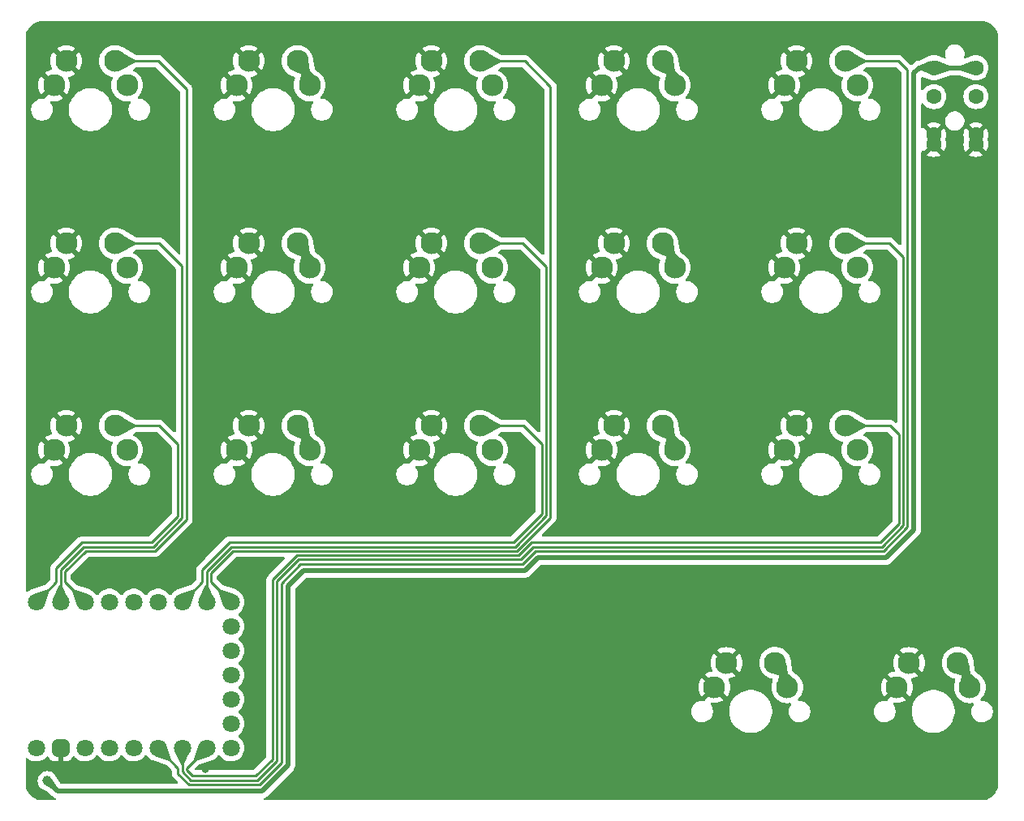
<source format=gtl>
%TF.GenerationSoftware,KiCad,Pcbnew,8.0.7*%
%TF.CreationDate,2025-01-05T02:21:24-08:00*%
%TF.ProjectId,risha,72697368-612e-46b6-9963-61645f706362,v1.0.0*%
%TF.SameCoordinates,Original*%
%TF.FileFunction,Copper,L1,Top*%
%TF.FilePolarity,Positive*%
%FSLAX46Y46*%
G04 Gerber Fmt 4.6, Leading zero omitted, Abs format (unit mm)*
G04 Created by KiCad (PCBNEW 8.0.7) date 2025-01-05 02:21:24*
%MOMM*%
%LPD*%
G01*
G04 APERTURE LIST*
G04 Aperture macros list*
%AMRoundRect*
0 Rectangle with rounded corners*
0 $1 Rounding radius*
0 $2 $3 $4 $5 $6 $7 $8 $9 X,Y pos of 4 corners*
0 Add a 4 corners polygon primitive as box body*
4,1,4,$2,$3,$4,$5,$6,$7,$8,$9,$2,$3,0*
0 Add four circle primitives for the rounded corners*
1,1,$1+$1,$2,$3*
1,1,$1+$1,$4,$5*
1,1,$1+$1,$6,$7*
1,1,$1+$1,$8,$9*
0 Add four rect primitives between the rounded corners*
20,1,$1+$1,$2,$3,$4,$5,0*
20,1,$1+$1,$4,$5,$6,$7,0*
20,1,$1+$1,$6,$7,$8,$9,0*
20,1,$1+$1,$8,$9,$2,$3,0*%
G04 Aperture macros list end*
%TA.AperFunction,ComponentPad*%
%ADD10C,2.300000*%
%TD*%
%TA.AperFunction,ComponentPad*%
%ADD11C,1.800000*%
%TD*%
%TA.AperFunction,ComponentPad*%
%ADD12RoundRect,0.450000X0.450000X-0.450000X0.450000X0.450000X-0.450000X0.450000X-0.450000X-0.450000X0*%
%TD*%
%TA.AperFunction,ComponentPad*%
%ADD13C,1.600000*%
%TD*%
%TA.AperFunction,ViaPad*%
%ADD14C,1.000000*%
%TD*%
%TA.AperFunction,ViaPad*%
%ADD15C,0.800000*%
%TD*%
%TA.AperFunction,Conductor*%
%ADD16C,0.500000*%
%TD*%
%TA.AperFunction,Conductor*%
%ADD17C,0.250000*%
%TD*%
G04 APERTURE END LIST*
D10*
%TO.P,MX8,1,1*%
%TO.N,K08*%
X135890000Y-71120000D03*
X137160000Y-73660000D03*
%TO.P,MX8,2,2*%
%TO.N,GND*%
X129540000Y-73660000D03*
X130810000Y-71120000D03*
%TD*%
%TO.P,MX17,1,1*%
%TO.N,K17*%
X185740000Y-114935000D03*
X187010000Y-117475000D03*
%TO.P,MX17,2,2*%
%TO.N,GND*%
X179390000Y-117475000D03*
X180660000Y-114935000D03*
%TD*%
%TO.P,MX4,1,1*%
%TO.N,K04*%
X116840000Y-90170000D03*
X118110000Y-92710000D03*
%TO.P,MX4,2,2*%
%TO.N,GND*%
X110490000Y-92710000D03*
X111760000Y-90170000D03*
%TD*%
%TO.P,MX10,1,1*%
%TO.N,K10*%
X154940000Y-90170000D03*
X156210000Y-92710000D03*
%TO.P,MX10,2,2*%
%TO.N,GND*%
X148590000Y-92710000D03*
X149860000Y-90170000D03*
%TD*%
%TO.P,MX3,1,1*%
%TO.N,K03*%
X97790000Y-52070000D03*
X99060000Y-54610000D03*
%TO.P,MX3,2,2*%
%TO.N,GND*%
X91440000Y-54610000D03*
X92710000Y-52070000D03*
%TD*%
%TO.P,MX12,1,1*%
%TO.N,K12*%
X154940000Y-52070000D03*
X156210000Y-54610000D03*
%TO.P,MX12,2,2*%
%TO.N,GND*%
X148590000Y-54610000D03*
X149860000Y-52070000D03*
%TD*%
%TO.P,MX14,1,1*%
%TO.N,K14*%
X173990000Y-71120000D03*
X175260000Y-73660000D03*
%TO.P,MX14,2,2*%
%TO.N,GND*%
X167640000Y-73660000D03*
X168910000Y-71120000D03*
%TD*%
%TO.P,MX9,1,1*%
%TO.N,K09*%
X135890000Y-52070000D03*
X137160000Y-54610000D03*
%TO.P,MX9,2,2*%
%TO.N,GND*%
X129540000Y-54610000D03*
X130810000Y-52070000D03*
%TD*%
D11*
%TO.P,U1,1,5V*%
%TO.N,+5V*%
X89590000Y-123825000D03*
D12*
%TO.P,U1,2,GND*%
%TO.N,GND*%
X92130000Y-123825000D03*
D11*
%TO.P,U1,3,3V3*%
%TO.N,unconnected-(U1-3V3-Pad3)*%
X94670000Y-123825000D03*
%TO.P,U1,4,P29*%
%TO.N,unconnected-(U1-P29-Pad4)*%
X97210000Y-123825000D03*
%TO.P,U1,5,P28*%
%TO.N,unconnected-(U1-P28-Pad5)*%
X99750000Y-123825000D03*
%TO.P,U1,6,P27*%
%TO.N,K15*%
X102290000Y-123825000D03*
%TO.P,U1,7,P26*%
%TO.N,K14*%
X104830000Y-123825000D03*
%TO.P,U1,8,P15*%
%TO.N,K13*%
X107370000Y-123825000D03*
%TO.P,U1,9,P14*%
%TO.N,K16*%
X109910000Y-123825000D03*
%TO.P,U1,10,P0*%
%TO.N,K01*%
X89590000Y-108585000D03*
%TO.P,U1,11,P1*%
%TO.N,K02*%
X92130000Y-108585000D03*
%TO.P,U1,12,P2*%
%TO.N,K03*%
X94670000Y-108585000D03*
%TO.P,U1,13,P3*%
%TO.N,K04*%
X97210000Y-108585000D03*
%TO.P,U1,14,P4*%
%TO.N,K05*%
X99750000Y-108585000D03*
%TO.P,U1,15,P5*%
%TO.N,K06*%
X102290000Y-108585000D03*
%TO.P,U1,16,P6*%
%TO.N,K07*%
X104830000Y-108585000D03*
%TO.P,U1,17,P7*%
%TO.N,K08*%
X107370000Y-108585000D03*
%TO.P,U1,18,P8*%
%TO.N,K09*%
X109910000Y-108585000D03*
%TO.P,U1,19,P13*%
%TO.N,K17*%
X109910000Y-121285000D03*
%TO.P,U1,20,P12*%
%TO.N,TX*%
X109910000Y-118745000D03*
%TO.P,U1,21,P11*%
%TO.N,K12*%
X109910000Y-116205000D03*
%TO.P,U1,22,P10*%
%TO.N,K11*%
X109910000Y-113665000D03*
%TO.P,U1,23,P9*%
%TO.N,K10*%
X109910000Y-111125000D03*
%TD*%
D10*
%TO.P,MX15,1,1*%
%TO.N,K15*%
X173990000Y-52070000D03*
X175260000Y-54610000D03*
%TO.P,MX15,2,2*%
%TO.N,GND*%
X167640000Y-54610000D03*
X168910000Y-52070000D03*
%TD*%
%TO.P,MX13,1,1*%
%TO.N,K13*%
X173990000Y-90170000D03*
X175260000Y-92710000D03*
%TO.P,MX13,2,2*%
%TO.N,GND*%
X167640000Y-92710000D03*
X168910000Y-90170000D03*
%TD*%
%TO.P,MX7,1,1*%
%TO.N,K07*%
X135890000Y-90170000D03*
X137160000Y-92710000D03*
%TO.P,MX7,2,2*%
%TO.N,GND*%
X129540000Y-92710000D03*
X130810000Y-90170000D03*
%TD*%
%TO.P,MX5,1,1*%
%TO.N,K05*%
X116840000Y-71120000D03*
X118110000Y-73660000D03*
%TO.P,MX5,2,2*%
%TO.N,GND*%
X110490000Y-73660000D03*
X111760000Y-71120000D03*
%TD*%
%TO.P,MX6,1,1*%
%TO.N,K06*%
X116840000Y-52070000D03*
X118110000Y-54610000D03*
%TO.P,MX6,2,2*%
%TO.N,GND*%
X110490000Y-54610000D03*
X111760000Y-52070000D03*
%TD*%
%TO.P,MX16,1,1*%
%TO.N,K16*%
X166690000Y-114935000D03*
X167960000Y-117475000D03*
%TO.P,MX16,2,2*%
%TO.N,GND*%
X160340000Y-117475000D03*
X161610000Y-114935000D03*
%TD*%
%TO.P,MX1,1,1*%
%TO.N,K01*%
X97790000Y-90170000D03*
X99060000Y-92710000D03*
%TO.P,MX1,2,2*%
%TO.N,GND*%
X91440000Y-92710000D03*
X92710000Y-90170000D03*
%TD*%
D13*
%TO.P,J1,1,Sleeve*%
%TO.N,GND*%
X187642500Y-60775000D03*
X183242500Y-60775000D03*
%TO.P,J1,2,Tip*%
X187642500Y-59775000D03*
X183242500Y-59775000D03*
%TO.P,J1,3,Ring1*%
%TO.N,TX*%
X187642500Y-55775000D03*
X183242500Y-55775000D03*
%TO.P,J1,4,Ring2*%
%TO.N,+5V*%
X187642500Y-52775000D03*
X183242500Y-52775000D03*
%TD*%
D10*
%TO.P,MX2,1,1*%
%TO.N,K02*%
X97790000Y-71120000D03*
X99060000Y-73660000D03*
%TO.P,MX2,2,2*%
%TO.N,GND*%
X91440000Y-73660000D03*
X92710000Y-71120000D03*
%TD*%
%TO.P,MX11,1,1*%
%TO.N,K11*%
X154940000Y-71120000D03*
X156210000Y-73660000D03*
%TO.P,MX11,2,2*%
%TO.N,GND*%
X148590000Y-73660000D03*
X149860000Y-71120000D03*
%TD*%
D14*
%TO.N,+5V*%
X90750000Y-127250000D03*
D15*
%TO.N,GND*%
X107250000Y-126000000D03*
X111750000Y-109750000D03*
X111750000Y-117500000D03*
X103500000Y-106750000D03*
%TD*%
D16*
%TO.N,+5V*%
X115825000Y-125652386D02*
X113152386Y-128325000D01*
X183242500Y-52775000D02*
X181725000Y-52775000D01*
X181175000Y-53325000D02*
X181175000Y-101029594D01*
X113152386Y-128325000D02*
X91825000Y-128325000D01*
X140588782Y-105275000D02*
X117452386Y-105275000D01*
X91825000Y-128325000D02*
X90750000Y-127250000D01*
X181725000Y-52775000D02*
X181175000Y-53325000D01*
X178279594Y-103925000D02*
X141938782Y-103925000D01*
X181175000Y-101029594D02*
X178279594Y-103925000D01*
X115825000Y-106902386D02*
X115825000Y-125652386D01*
X183242500Y-52775000D02*
X187642500Y-52775000D01*
X117452386Y-105275000D02*
X115825000Y-106902386D01*
X141938782Y-103925000D02*
X140588782Y-105275000D01*
D17*
%TO.N,K01*%
X101627208Y-102350000D02*
X94377208Y-102350000D01*
X102420000Y-90170000D02*
X104350000Y-92100000D01*
X97790000Y-90170000D02*
X102420000Y-90170000D01*
X94377208Y-102350000D02*
X91680000Y-105047208D01*
X91680000Y-105047208D02*
X91680000Y-106495000D01*
X104350000Y-92100000D02*
X104350000Y-99627208D01*
X91680000Y-106495000D02*
X89590000Y-108585000D01*
X104350000Y-99627208D02*
X101627208Y-102350000D01*
%TO.N,K02*%
X104800000Y-99813604D02*
X101813604Y-102800000D01*
X97790000Y-71120000D02*
X102420000Y-71120000D01*
X104800000Y-73500000D02*
X104800000Y-99813604D01*
X92130000Y-105233604D02*
X92130000Y-108585000D01*
X102420000Y-71120000D02*
X104800000Y-73500000D01*
X94563604Y-102800000D02*
X92130000Y-105233604D01*
X101813604Y-102800000D02*
X94563604Y-102800000D01*
%TO.N,K03*%
X105250000Y-100000000D02*
X105250000Y-55000000D01*
X94670000Y-108585000D02*
X92580000Y-106495000D01*
X94750000Y-103250000D02*
X102000000Y-103250000D01*
X97790000Y-52070000D02*
X102320000Y-52070000D01*
X102000000Y-103250000D02*
X105250000Y-100000000D01*
X92580000Y-105420000D02*
X94750000Y-103250000D01*
X102320000Y-52070000D02*
X105250000Y-55000000D01*
X92580000Y-106495000D02*
X92580000Y-105420000D01*
%TO.N,K04*%
X116840000Y-90170000D02*
X118110000Y-91440000D01*
X118110000Y-91440000D02*
X118110000Y-92710000D01*
%TO.N,K05*%
X116840000Y-71120000D02*
X118110000Y-72390000D01*
X118110000Y-72390000D02*
X118110000Y-73660000D01*
%TO.N,K06*%
X116840000Y-52070000D02*
X118110000Y-53340000D01*
X118110000Y-53340000D02*
X118110000Y-54610000D01*
%TO.N,K07*%
X106920000Y-106495000D02*
X106920000Y-105193604D01*
X106920000Y-105193604D02*
X109763604Y-102350000D01*
X104830000Y-108585000D02*
X106920000Y-106495000D01*
X142350000Y-92100000D02*
X140420000Y-90170000D01*
X109763604Y-102350000D02*
X139377208Y-102350000D01*
X140420000Y-90170000D02*
X135890000Y-90170000D01*
X139377208Y-102350000D02*
X142350000Y-99377208D01*
X142350000Y-99377208D02*
X142350000Y-92100000D01*
%TO.N,K08*%
X142800000Y-99563604D02*
X142800000Y-73550000D01*
X142800000Y-73550000D02*
X140370000Y-71120000D01*
X107370000Y-105380000D02*
X109950000Y-102800000D01*
X140370000Y-71120000D02*
X135890000Y-71120000D01*
X107370000Y-108585000D02*
X107370000Y-105380000D01*
X109950000Y-102800000D02*
X139563604Y-102800000D01*
X139563604Y-102800000D02*
X142800000Y-99563604D01*
%TO.N,K09*%
X135890000Y-52070000D02*
X140570000Y-52070000D01*
X110136396Y-103250000D02*
X107820000Y-105566396D01*
X107825000Y-106500000D02*
X109910000Y-108585000D01*
X107820000Y-106500000D02*
X107825000Y-106500000D01*
X143250000Y-99750000D02*
X139750000Y-103250000D01*
X143250000Y-54750000D02*
X143250000Y-99750000D01*
X107820000Y-105566396D02*
X107820000Y-106500000D01*
X139750000Y-103250000D02*
X110136396Y-103250000D01*
X140570000Y-52070000D02*
X143250000Y-54750000D01*
%TO.N,K10*%
X156210000Y-91440000D02*
X156210000Y-92710000D01*
X154940000Y-90170000D02*
X156210000Y-91440000D01*
%TO.N,K11*%
X156210000Y-72390000D02*
X156210000Y-73660000D01*
X154940000Y-71120000D02*
X156210000Y-72390000D01*
%TO.N,K12*%
X154940000Y-52070000D02*
X156210000Y-53340000D01*
X156210000Y-53340000D02*
X156210000Y-54610000D01*
%TO.N,K13*%
X139936396Y-103700000D02*
X116800000Y-103700000D01*
X105886396Y-126750000D02*
X105280000Y-126143604D01*
X179600000Y-91100000D02*
X179600000Y-100377208D01*
X178670000Y-90170000D02*
X179600000Y-91100000D01*
X173990000Y-90170000D02*
X178670000Y-90170000D01*
X112500000Y-126750000D02*
X105886396Y-126750000D01*
X105280000Y-125915000D02*
X107370000Y-123825000D01*
X114250000Y-106250000D02*
X114250000Y-125000000D01*
X179600000Y-100377208D02*
X177627208Y-102350000D01*
X105280000Y-126143604D02*
X105280000Y-125915000D01*
X177627208Y-102350000D02*
X141286396Y-102350000D01*
X141286396Y-102350000D02*
X139936396Y-103700000D01*
X114250000Y-125000000D02*
X112500000Y-126750000D01*
X116800000Y-103700000D02*
X114250000Y-106250000D01*
%TO.N,K14*%
X112686396Y-127200000D02*
X105700000Y-127200000D01*
X178620000Y-71120000D02*
X180050000Y-72550000D01*
X173990000Y-71120000D02*
X178620000Y-71120000D01*
X140122792Y-104150000D02*
X116986396Y-104150000D01*
X180050000Y-100563604D02*
X177813604Y-102800000D01*
X114700000Y-106436396D02*
X114700000Y-125186396D01*
X105700000Y-127200000D02*
X104830000Y-126330000D01*
X104830000Y-126330000D02*
X104830000Y-123825000D01*
X114700000Y-125186396D02*
X112686396Y-127200000D01*
X180050000Y-72550000D02*
X180050000Y-100563604D01*
X141472792Y-102800000D02*
X140122792Y-104150000D01*
X177813604Y-102800000D02*
X141472792Y-102800000D01*
X116986396Y-104150000D02*
X114700000Y-106436396D01*
%TO.N,K15*%
X178000000Y-103250000D02*
X141659188Y-103250000D01*
X115150000Y-125372792D02*
X112872792Y-127650000D01*
X140309188Y-104600000D02*
X117172792Y-104600000D01*
X180500000Y-53000000D02*
X180500000Y-100750000D01*
X180500000Y-100750000D02*
X178000000Y-103250000D01*
X141659188Y-103250000D02*
X140309188Y-104600000D01*
X173990000Y-52070000D02*
X179570000Y-52070000D01*
X105513604Y-127650000D02*
X104380000Y-126516396D01*
X112872792Y-127650000D02*
X105513604Y-127650000D01*
X115150000Y-106622792D02*
X115150000Y-125372792D01*
X179570000Y-52070000D02*
X180500000Y-53000000D01*
X104380000Y-125915000D02*
X102290000Y-123825000D01*
X104380000Y-126516396D02*
X104380000Y-125915000D01*
X117172792Y-104600000D02*
X115150000Y-106622792D01*
%TO.N,K16*%
X167960000Y-116205000D02*
X167960000Y-117475000D01*
X166690000Y-114935000D02*
X167960000Y-116205000D01*
%TO.N,K17*%
X185740000Y-114935000D02*
X187010000Y-116205000D01*
X187010000Y-116205000D02*
X187010000Y-117475000D01*
%TD*%
%TA.AperFunction,Conductor*%
%TO.N,+5V*%
G36*
X187334708Y-52040180D02*
G01*
X187340699Y-52046354D01*
X187641634Y-52770510D01*
X187641644Y-52779463D01*
X187641635Y-52779485D01*
X187641634Y-52779490D01*
X187340699Y-53503645D01*
X187334360Y-53509970D01*
X187325758Y-53510099D01*
X186050063Y-53027858D01*
X186043536Y-53021727D01*
X186042500Y-53016914D01*
X186042500Y-52533085D01*
X186045927Y-52524812D01*
X186050063Y-52522141D01*
X187325760Y-52039900D01*
X187334708Y-52040180D01*
G37*
%TD.AperFunction*%
%TD*%
%TA.AperFunction,Conductor*%
%TO.N,K16*%
G36*
X167829953Y-114934991D02*
G01*
X167838223Y-114938425D01*
X167841510Y-114944932D01*
X168082953Y-116532345D01*
X168080809Y-116541039D01*
X168073145Y-116545671D01*
X168071386Y-116545804D01*
X167837018Y-116545804D01*
X167833097Y-116545127D01*
X166499622Y-116070843D01*
X166492976Y-116064842D01*
X166492020Y-116057792D01*
X166688295Y-114943675D01*
X166693105Y-114936125D01*
X166699825Y-114934008D01*
X167829953Y-114934991D01*
G37*
%TD.AperFunction*%
%TD*%
%TA.AperFunction,Conductor*%
%TO.N,K07*%
G36*
X136475044Y-89179625D02*
G01*
X138033962Y-90041661D01*
X138039543Y-90048664D01*
X138040000Y-90051900D01*
X138040000Y-90288099D01*
X138036573Y-90296372D01*
X138033962Y-90298338D01*
X136475044Y-91160374D01*
X136466146Y-91161378D01*
X136459254Y-91155993D01*
X135892388Y-90175858D01*
X135891212Y-90166980D01*
X135892388Y-90164142D01*
X136459254Y-89184006D01*
X136466362Y-89178560D01*
X136475044Y-89179625D01*
G37*
%TD.AperFunction*%
%TD*%
%TA.AperFunction,Conductor*%
%TO.N,K03*%
G36*
X93492517Y-107226217D02*
G01*
X95002697Y-107749448D01*
X95009393Y-107755394D01*
X95009922Y-107764333D01*
X95009681Y-107764969D01*
X94672562Y-108581214D01*
X94666236Y-108587553D01*
X94666214Y-108587562D01*
X93849969Y-108924681D01*
X93841015Y-108924672D01*
X93834689Y-108918333D01*
X93834448Y-108917697D01*
X93311218Y-107407518D01*
X93311747Y-107398580D01*
X93313997Y-107395419D01*
X93480417Y-107228999D01*
X93488689Y-107225573D01*
X93492517Y-107226217D01*
G37*
%TD.AperFunction*%
%TD*%
%TA.AperFunction,Conductor*%
%TO.N,K11*%
G36*
X156079953Y-71119991D02*
G01*
X156088223Y-71123425D01*
X156091510Y-71129932D01*
X156332953Y-72717345D01*
X156330809Y-72726039D01*
X156323145Y-72730671D01*
X156321386Y-72730804D01*
X156087018Y-72730804D01*
X156083097Y-72730127D01*
X154749622Y-72255843D01*
X154742976Y-72249842D01*
X154742020Y-72242792D01*
X154938295Y-71128675D01*
X154943105Y-71121125D01*
X154949825Y-71119008D01*
X156079953Y-71119991D01*
G37*
%TD.AperFunction*%
%TD*%
%TA.AperFunction,Conductor*%
%TO.N,K14*%
G36*
X105650039Y-124164657D02*
G01*
X105656365Y-124170996D01*
X105656356Y-124179950D01*
X105656077Y-124180571D01*
X104958199Y-125618409D01*
X104951503Y-125624355D01*
X104947673Y-125625000D01*
X104712327Y-125625000D01*
X104704054Y-125621573D01*
X104701801Y-125618409D01*
X104658266Y-125528715D01*
X104003921Y-124180569D01*
X104003393Y-124171632D01*
X104009339Y-124164936D01*
X104009940Y-124164665D01*
X104825512Y-123825863D01*
X104834465Y-123825855D01*
X105650039Y-124164657D01*
G37*
%TD.AperFunction*%
%TD*%
%TA.AperFunction,Conductor*%
%TO.N,K16*%
G36*
X167446727Y-115513954D02*
G01*
X168736813Y-116648045D01*
X168740764Y-116656081D01*
X168737875Y-116664557D01*
X168737536Y-116664926D01*
X167965988Y-117470194D01*
X167957790Y-117473797D01*
X167953534Y-117473093D01*
X166889474Y-117085365D01*
X166882874Y-117079313D01*
X166882194Y-117071287D01*
X167260894Y-115686478D01*
X167263904Y-115681296D01*
X167430732Y-115514468D01*
X167439004Y-115511042D01*
X167446727Y-115513954D01*
G37*
%TD.AperFunction*%
%TD*%
%TA.AperFunction,Conductor*%
%TO.N,K15*%
G36*
X103118984Y-123485327D02*
G01*
X103125310Y-123491666D01*
X103125551Y-123492302D01*
X103648781Y-125002480D01*
X103648252Y-125011419D01*
X103645999Y-125014583D01*
X103479583Y-125180999D01*
X103471310Y-125184426D01*
X103467480Y-125183781D01*
X101957302Y-124660551D01*
X101950606Y-124654605D01*
X101950077Y-124645666D01*
X101950307Y-124645057D01*
X102287438Y-123828783D01*
X102293761Y-123822447D01*
X103110032Y-123485318D01*
X103118984Y-123485327D01*
G37*
%TD.AperFunction*%
%TD*%
%TA.AperFunction,Conductor*%
%TO.N,+5V*%
G36*
X182940842Y-52046700D02*
G01*
X182940894Y-52046824D01*
X183241342Y-52769807D01*
X183241353Y-52778762D01*
X183241345Y-52778780D01*
X182941013Y-53502867D01*
X182934678Y-53509196D01*
X182925723Y-53509191D01*
X182925306Y-53509009D01*
X181845334Y-53010986D01*
X181841961Y-53008634D01*
X181502101Y-52668774D01*
X181498674Y-52660501D01*
X181502101Y-52652228D01*
X181505760Y-52649749D01*
X182925478Y-52040561D01*
X182934431Y-52040449D01*
X182940842Y-52046700D01*
G37*
%TD.AperFunction*%
%TD*%
%TA.AperFunction,Conductor*%
%TO.N,K06*%
G36*
X117979953Y-52069991D02*
G01*
X117988223Y-52073425D01*
X117991510Y-52079932D01*
X118232953Y-53667345D01*
X118230809Y-53676039D01*
X118223145Y-53680671D01*
X118221386Y-53680804D01*
X117987018Y-53680804D01*
X117983097Y-53680127D01*
X116649622Y-53205843D01*
X116642976Y-53199842D01*
X116642020Y-53192792D01*
X116838295Y-52078675D01*
X116843105Y-52071125D01*
X116849825Y-52069008D01*
X117979953Y-52069991D01*
G37*
%TD.AperFunction*%
%TD*%
%TA.AperFunction,Conductor*%
%TO.N,K06*%
G36*
X117596727Y-52648954D02*
G01*
X118886813Y-53783045D01*
X118890764Y-53791081D01*
X118887875Y-53799557D01*
X118887536Y-53799926D01*
X118115988Y-54605194D01*
X118107790Y-54608797D01*
X118103534Y-54608093D01*
X117039474Y-54220365D01*
X117032874Y-54214313D01*
X117032194Y-54206287D01*
X117410894Y-52821478D01*
X117413904Y-52816296D01*
X117580732Y-52649468D01*
X117589004Y-52646042D01*
X117596727Y-52648954D01*
G37*
%TD.AperFunction*%
%TD*%
%TA.AperFunction,Conductor*%
%TO.N,K01*%
G36*
X98375044Y-89179625D02*
G01*
X99933962Y-90041661D01*
X99939543Y-90048664D01*
X99940000Y-90051900D01*
X99940000Y-90288099D01*
X99936573Y-90296372D01*
X99933962Y-90298338D01*
X98375044Y-91160374D01*
X98366146Y-91161378D01*
X98359254Y-91155993D01*
X97792388Y-90175858D01*
X97791212Y-90166980D01*
X97792388Y-90164142D01*
X98359254Y-89184006D01*
X98366362Y-89178560D01*
X98375044Y-89179625D01*
G37*
%TD.AperFunction*%
%TD*%
%TA.AperFunction,Conductor*%
%TO.N,K07*%
G36*
X106016419Y-107226747D02*
G01*
X106019583Y-107229000D01*
X106185999Y-107395416D01*
X106189426Y-107403689D01*
X106188781Y-107407519D01*
X105665551Y-108917697D01*
X105659605Y-108924393D01*
X105650666Y-108924922D01*
X105650030Y-108924681D01*
X104833785Y-108587562D01*
X104827446Y-108581236D01*
X104827437Y-108581214D01*
X104490318Y-107764967D01*
X104490327Y-107756015D01*
X104496666Y-107749689D01*
X104497288Y-107749452D01*
X106007481Y-107226218D01*
X106016419Y-107226747D01*
G37*
%TD.AperFunction*%
%TD*%
%TA.AperFunction,Conductor*%
%TO.N,K08*%
G36*
X136475044Y-70129625D02*
G01*
X138033962Y-70991661D01*
X138039543Y-70998664D01*
X138040000Y-71001900D01*
X138040000Y-71238099D01*
X138036573Y-71246372D01*
X138033962Y-71248338D01*
X136475044Y-72110374D01*
X136466146Y-72111378D01*
X136459254Y-72105993D01*
X135892388Y-71125858D01*
X135891212Y-71116980D01*
X135892388Y-71114142D01*
X136459254Y-70134006D01*
X136466362Y-70128560D01*
X136475044Y-70129625D01*
G37*
%TD.AperFunction*%
%TD*%
%TA.AperFunction,Conductor*%
%TO.N,K13*%
G36*
X106549953Y-123485312D02*
G01*
X107366214Y-123822437D01*
X107372553Y-123828763D01*
X107372562Y-123828785D01*
X107709681Y-124645030D01*
X107709672Y-124653984D01*
X107703333Y-124660310D01*
X107702697Y-124660551D01*
X106192519Y-125183781D01*
X106183580Y-125183252D01*
X106180416Y-125180999D01*
X106014000Y-125014583D01*
X106010573Y-125006310D01*
X106011217Y-125002483D01*
X106534448Y-123492301D01*
X106540394Y-123485606D01*
X106549333Y-123485077D01*
X106549953Y-123485312D01*
G37*
%TD.AperFunction*%
%TD*%
%TA.AperFunction,Conductor*%
%TO.N,K10*%
G36*
X156079953Y-90169991D02*
G01*
X156088223Y-90173425D01*
X156091510Y-90179932D01*
X156332953Y-91767345D01*
X156330809Y-91776039D01*
X156323145Y-91780671D01*
X156321386Y-91780804D01*
X156087018Y-91780804D01*
X156083097Y-91780127D01*
X154749622Y-91305843D01*
X154742976Y-91299842D01*
X154742020Y-91292792D01*
X154938295Y-90178675D01*
X154943105Y-90171125D01*
X154949825Y-90169008D01*
X156079953Y-90169991D01*
G37*
%TD.AperFunction*%
%TD*%
%TA.AperFunction,Conductor*%
%TO.N,K05*%
G36*
X117979953Y-71119991D02*
G01*
X117988223Y-71123425D01*
X117991510Y-71129932D01*
X118232953Y-72717345D01*
X118230809Y-72726039D01*
X118223145Y-72730671D01*
X118221386Y-72730804D01*
X117987018Y-72730804D01*
X117983097Y-72730127D01*
X116649622Y-72255843D01*
X116642976Y-72249842D01*
X116642020Y-72242792D01*
X116838295Y-71128675D01*
X116843105Y-71121125D01*
X116849825Y-71119008D01*
X117979953Y-71119991D01*
G37*
%TD.AperFunction*%
%TD*%
%TA.AperFunction,Conductor*%
%TO.N,K10*%
G36*
X155696727Y-90748954D02*
G01*
X156986813Y-91883045D01*
X156990764Y-91891081D01*
X156987875Y-91899557D01*
X156987536Y-91899926D01*
X156215988Y-92705194D01*
X156207790Y-92708797D01*
X156203534Y-92708093D01*
X155139474Y-92320365D01*
X155132874Y-92314313D01*
X155132194Y-92306287D01*
X155510894Y-90921478D01*
X155513904Y-90916296D01*
X155680732Y-90749468D01*
X155689004Y-90746042D01*
X155696727Y-90748954D01*
G37*
%TD.AperFunction*%
%TD*%
%TA.AperFunction,Conductor*%
%TO.N,K09*%
G36*
X136475044Y-51079625D02*
G01*
X138033962Y-51941661D01*
X138039543Y-51948664D01*
X138040000Y-51951900D01*
X138040000Y-52188099D01*
X138036573Y-52196372D01*
X138033962Y-52198338D01*
X136475044Y-53060374D01*
X136466146Y-53061378D01*
X136459254Y-53055993D01*
X135892388Y-52075858D01*
X135891212Y-52066980D01*
X135892388Y-52064142D01*
X136459254Y-51084006D01*
X136466362Y-51078560D01*
X136475044Y-51079625D01*
G37*
%TD.AperFunction*%
%TD*%
%TA.AperFunction,Conductor*%
%TO.N,K04*%
G36*
X117596727Y-90748954D02*
G01*
X118886813Y-91883045D01*
X118890764Y-91891081D01*
X118887875Y-91899557D01*
X118887536Y-91899926D01*
X118115988Y-92705194D01*
X118107790Y-92708797D01*
X118103534Y-92708093D01*
X117039474Y-92320365D01*
X117032874Y-92314313D01*
X117032194Y-92306287D01*
X117410894Y-90921478D01*
X117413904Y-90916296D01*
X117580732Y-90749468D01*
X117589004Y-90746042D01*
X117596727Y-90748954D01*
G37*
%TD.AperFunction*%
%TD*%
%TA.AperFunction,Conductor*%
%TO.N,K17*%
G36*
X186879953Y-114934991D02*
G01*
X186888223Y-114938425D01*
X186891510Y-114944932D01*
X187132953Y-116532345D01*
X187130809Y-116541039D01*
X187123145Y-116545671D01*
X187121386Y-116545804D01*
X186887018Y-116545804D01*
X186883097Y-116545127D01*
X185549622Y-116070843D01*
X185542976Y-116064842D01*
X185542020Y-116057792D01*
X185738295Y-114943675D01*
X185743105Y-114936125D01*
X185749825Y-114934008D01*
X186879953Y-114934991D01*
G37*
%TD.AperFunction*%
%TD*%
%TA.AperFunction,Conductor*%
%TO.N,K05*%
G36*
X117596727Y-71698954D02*
G01*
X118886813Y-72833045D01*
X118890764Y-72841081D01*
X118887875Y-72849557D01*
X118887536Y-72849926D01*
X118115988Y-73655194D01*
X118107790Y-73658797D01*
X118103534Y-73658093D01*
X117039474Y-73270365D01*
X117032874Y-73264313D01*
X117032194Y-73256287D01*
X117410894Y-71871478D01*
X117413904Y-71866296D01*
X117580732Y-71699468D01*
X117589004Y-71696042D01*
X117596727Y-71698954D01*
G37*
%TD.AperFunction*%
%TD*%
%TA.AperFunction,Conductor*%
%TO.N,K03*%
G36*
X98375044Y-51079625D02*
G01*
X99933962Y-51941661D01*
X99939543Y-51948664D01*
X99940000Y-51951900D01*
X99940000Y-52188099D01*
X99936573Y-52196372D01*
X99933962Y-52198338D01*
X98375044Y-53060374D01*
X98366146Y-53061378D01*
X98359254Y-53055993D01*
X97792388Y-52075858D01*
X97791212Y-52066980D01*
X97792388Y-52064142D01*
X98359254Y-51084006D01*
X98366362Y-51078560D01*
X98375044Y-51079625D01*
G37*
%TD.AperFunction*%
%TD*%
%TA.AperFunction,Conductor*%
%TO.N,K17*%
G36*
X186496727Y-115513954D02*
G01*
X187786813Y-116648045D01*
X187790764Y-116656081D01*
X187787875Y-116664557D01*
X187787536Y-116664926D01*
X187015988Y-117470194D01*
X187007790Y-117473797D01*
X187003534Y-117473093D01*
X185939474Y-117085365D01*
X185932874Y-117079313D01*
X185932194Y-117071287D01*
X186310894Y-115686478D01*
X186313904Y-115681296D01*
X186480732Y-115514468D01*
X186489004Y-115511042D01*
X186496727Y-115513954D01*
G37*
%TD.AperFunction*%
%TD*%
%TA.AperFunction,Conductor*%
%TO.N,K08*%
G36*
X107495946Y-106788427D02*
G01*
X107498199Y-106791591D01*
X108196077Y-108229428D01*
X108196606Y-108238367D01*
X108190660Y-108245063D01*
X108190039Y-108245342D01*
X107374488Y-108584135D01*
X107365534Y-108584144D01*
X107365512Y-108584135D01*
X106549960Y-108245342D01*
X106543634Y-108239003D01*
X106543643Y-108230049D01*
X106543906Y-108229462D01*
X107241801Y-106791591D01*
X107248497Y-106785645D01*
X107252327Y-106785000D01*
X107487673Y-106785000D01*
X107495946Y-106788427D01*
G37*
%TD.AperFunction*%
%TD*%
%TA.AperFunction,Conductor*%
%TO.N,+5V*%
G36*
X91211477Y-127062554D02*
G01*
X91217080Y-127067450D01*
X91326033Y-127253797D01*
X91629326Y-127772535D01*
X91630544Y-127781405D01*
X91627499Y-127786712D01*
X91286712Y-128127499D01*
X91278439Y-128130926D01*
X91272535Y-128129326D01*
X90892258Y-127906987D01*
X90567450Y-127717080D01*
X90562037Y-127709946D01*
X90562536Y-127702526D01*
X90747437Y-127253795D01*
X90753755Y-127247454D01*
X91202526Y-127062537D01*
X91211477Y-127062554D01*
G37*
%TD.AperFunction*%
%TD*%
%TA.AperFunction,Conductor*%
%TO.N,K14*%
G36*
X174575044Y-70129625D02*
G01*
X176133962Y-70991661D01*
X176139543Y-70998664D01*
X176140000Y-71001900D01*
X176140000Y-71238099D01*
X176136573Y-71246372D01*
X176133962Y-71248338D01*
X174575044Y-72110374D01*
X174566146Y-72111378D01*
X174559254Y-72105993D01*
X173992388Y-71125858D01*
X173991212Y-71116980D01*
X173992388Y-71114142D01*
X174559254Y-70134006D01*
X174566362Y-70128560D01*
X174575044Y-70129625D01*
G37*
%TD.AperFunction*%
%TD*%
%TA.AperFunction,Conductor*%
%TO.N,+5V*%
G36*
X184834937Y-52522141D02*
G01*
X184841464Y-52528272D01*
X184842500Y-52533085D01*
X184842500Y-53016914D01*
X184839073Y-53025187D01*
X184834937Y-53027858D01*
X183559241Y-53510099D01*
X183550291Y-53509819D01*
X183544301Y-53503646D01*
X183243364Y-52779487D01*
X183243354Y-52770538D01*
X183544301Y-52046352D01*
X183550639Y-52040029D01*
X183559239Y-52039900D01*
X184834937Y-52522141D01*
G37*
%TD.AperFunction*%
%TD*%
%TA.AperFunction,Conductor*%
%TO.N,K04*%
G36*
X117979953Y-90169991D02*
G01*
X117988223Y-90173425D01*
X117991510Y-90179932D01*
X118232953Y-91767345D01*
X118230809Y-91776039D01*
X118223145Y-91780671D01*
X118221386Y-91780804D01*
X117987018Y-91780804D01*
X117983097Y-91780127D01*
X116649622Y-91305843D01*
X116642976Y-91299842D01*
X116642020Y-91292792D01*
X116838295Y-90178675D01*
X116843105Y-90171125D01*
X116849825Y-90169008D01*
X117979953Y-90169991D01*
G37*
%TD.AperFunction*%
%TD*%
%TA.AperFunction,Conductor*%
%TO.N,K02*%
G36*
X98375044Y-70129625D02*
G01*
X99933962Y-70991661D01*
X99939543Y-70998664D01*
X99940000Y-71001900D01*
X99940000Y-71238099D01*
X99936573Y-71246372D01*
X99933962Y-71248338D01*
X98375044Y-72110374D01*
X98366146Y-72111378D01*
X98359254Y-72105993D01*
X97792388Y-71125858D01*
X97791212Y-71116980D01*
X97792388Y-71114142D01*
X98359254Y-70134006D01*
X98366362Y-70128560D01*
X98375044Y-70129625D01*
G37*
%TD.AperFunction*%
%TD*%
%TA.AperFunction,Conductor*%
%TO.N,K01*%
G36*
X90776419Y-107226747D02*
G01*
X90779583Y-107229000D01*
X90945999Y-107395416D01*
X90949426Y-107403689D01*
X90948781Y-107407519D01*
X90425551Y-108917697D01*
X90419605Y-108924393D01*
X90410666Y-108924922D01*
X90410030Y-108924681D01*
X89593785Y-108587562D01*
X89587446Y-108581236D01*
X89587437Y-108581214D01*
X89250318Y-107764967D01*
X89250327Y-107756015D01*
X89256666Y-107749689D01*
X89257288Y-107749452D01*
X90767481Y-107226218D01*
X90776419Y-107226747D01*
G37*
%TD.AperFunction*%
%TD*%
%TA.AperFunction,Conductor*%
%TO.N,K11*%
G36*
X155696727Y-71698954D02*
G01*
X156986813Y-72833045D01*
X156990764Y-72841081D01*
X156987875Y-72849557D01*
X156987536Y-72849926D01*
X156215988Y-73655194D01*
X156207790Y-73658797D01*
X156203534Y-73658093D01*
X155139474Y-73270365D01*
X155132874Y-73264313D01*
X155132194Y-73256287D01*
X155510894Y-71871478D01*
X155513904Y-71866296D01*
X155680732Y-71699468D01*
X155689004Y-71696042D01*
X155696727Y-71698954D01*
G37*
%TD.AperFunction*%
%TD*%
%TA.AperFunction,Conductor*%
%TO.N,K13*%
G36*
X174575044Y-89179625D02*
G01*
X176133962Y-90041661D01*
X176139543Y-90048664D01*
X176140000Y-90051900D01*
X176140000Y-90288099D01*
X176136573Y-90296372D01*
X176133962Y-90298338D01*
X174575044Y-91160374D01*
X174566146Y-91161378D01*
X174559254Y-91155993D01*
X173992388Y-90175858D01*
X173991212Y-90166980D01*
X173992388Y-90164142D01*
X174559254Y-89184006D01*
X174566362Y-89178560D01*
X174575044Y-89179625D01*
G37*
%TD.AperFunction*%
%TD*%
%TA.AperFunction,Conductor*%
%TO.N,K12*%
G36*
X156079953Y-52069991D02*
G01*
X156088223Y-52073425D01*
X156091510Y-52079932D01*
X156332953Y-53667345D01*
X156330809Y-53676039D01*
X156323145Y-53680671D01*
X156321386Y-53680804D01*
X156087018Y-53680804D01*
X156083097Y-53680127D01*
X154749622Y-53205843D01*
X154742976Y-53199842D01*
X154742020Y-53192792D01*
X154938295Y-52078675D01*
X154943105Y-52071125D01*
X154949825Y-52069008D01*
X156079953Y-52069991D01*
G37*
%TD.AperFunction*%
%TD*%
%TA.AperFunction,Conductor*%
%TO.N,K09*%
G36*
X108732517Y-107226217D02*
G01*
X110242697Y-107749448D01*
X110249393Y-107755394D01*
X110249922Y-107764333D01*
X110249681Y-107764969D01*
X109912562Y-108581214D01*
X109906236Y-108587553D01*
X109906214Y-108587562D01*
X109089969Y-108924681D01*
X109081015Y-108924672D01*
X109074689Y-108918333D01*
X109074448Y-108917697D01*
X108551218Y-107407518D01*
X108551747Y-107398580D01*
X108553997Y-107395419D01*
X108720417Y-107228999D01*
X108728689Y-107225573D01*
X108732517Y-107226217D01*
G37*
%TD.AperFunction*%
%TD*%
%TA.AperFunction,Conductor*%
%TO.N,K02*%
G36*
X92255946Y-106788427D02*
G01*
X92258199Y-106791591D01*
X92956077Y-108229428D01*
X92956606Y-108238367D01*
X92950660Y-108245063D01*
X92950039Y-108245342D01*
X92134488Y-108584135D01*
X92125534Y-108584144D01*
X92125512Y-108584135D01*
X91309960Y-108245342D01*
X91303634Y-108239003D01*
X91303643Y-108230049D01*
X91303906Y-108229462D01*
X92001801Y-106791591D01*
X92008497Y-106785645D01*
X92012327Y-106785000D01*
X92247673Y-106785000D01*
X92255946Y-106788427D01*
G37*
%TD.AperFunction*%
%TD*%
%TA.AperFunction,Conductor*%
%TO.N,K15*%
G36*
X174575044Y-51079625D02*
G01*
X176133962Y-51941661D01*
X176139543Y-51948664D01*
X176140000Y-51951900D01*
X176140000Y-52188099D01*
X176136573Y-52196372D01*
X176133962Y-52198338D01*
X174575044Y-53060374D01*
X174566146Y-53061378D01*
X174559254Y-53055993D01*
X173992388Y-52075858D01*
X173991212Y-52066980D01*
X173992388Y-52064142D01*
X174559254Y-51084006D01*
X174566362Y-51078560D01*
X174575044Y-51079625D01*
G37*
%TD.AperFunction*%
%TD*%
%TA.AperFunction,Conductor*%
%TO.N,K12*%
G36*
X155696727Y-52648954D02*
G01*
X156986813Y-53783045D01*
X156990764Y-53791081D01*
X156987875Y-53799557D01*
X156987536Y-53799926D01*
X156215988Y-54605194D01*
X156207790Y-54608797D01*
X156203534Y-54608093D01*
X155139474Y-54220365D01*
X155132874Y-54214313D01*
X155132194Y-54206287D01*
X155510894Y-52821478D01*
X155513904Y-52816296D01*
X155680732Y-52649468D01*
X155689004Y-52646042D01*
X155696727Y-52648954D01*
G37*
%TD.AperFunction*%
%TD*%
%TA.AperFunction,Conductor*%
%TO.N,GND*%
G36*
X92380000Y-125224999D02*
G01*
X92635092Y-125224999D01*
X92635098Y-125224998D01*
X92748460Y-125214921D01*
X92934215Y-125161771D01*
X93105474Y-125072313D01*
X93255215Y-124950215D01*
X93377313Y-124800473D01*
X93377314Y-124800472D01*
X93395643Y-124765384D01*
X93444129Y-124715076D01*
X93512116Y-124698968D01*
X93578020Y-124722174D01*
X93596781Y-124738811D01*
X93712776Y-124864814D01*
X93712780Y-124864818D01*
X93896983Y-125008190D01*
X93896985Y-125008191D01*
X93896988Y-125008193D01*
X94015472Y-125072313D01*
X94102273Y-125119287D01*
X94216914Y-125158643D01*
X94323045Y-125195079D01*
X94323047Y-125195079D01*
X94323049Y-125195080D01*
X94553288Y-125233500D01*
X94553289Y-125233500D01*
X94786711Y-125233500D01*
X94786712Y-125233500D01*
X95016951Y-125195080D01*
X95237727Y-125119287D01*
X95443017Y-125008190D01*
X95627220Y-124864818D01*
X95785314Y-124693083D01*
X95836191Y-124615210D01*
X95889337Y-124569853D01*
X95958569Y-124560429D01*
X96021904Y-124589931D01*
X96043809Y-124615210D01*
X96094686Y-124693084D01*
X96252776Y-124864814D01*
X96252780Y-124864818D01*
X96436983Y-125008190D01*
X96436985Y-125008191D01*
X96436988Y-125008193D01*
X96555472Y-125072313D01*
X96642273Y-125119287D01*
X96756914Y-125158643D01*
X96863045Y-125195079D01*
X96863047Y-125195079D01*
X96863049Y-125195080D01*
X97093288Y-125233500D01*
X97093289Y-125233500D01*
X97326711Y-125233500D01*
X97326712Y-125233500D01*
X97556951Y-125195080D01*
X97777727Y-125119287D01*
X97983017Y-125008190D01*
X98167220Y-124864818D01*
X98325314Y-124693083D01*
X98376191Y-124615210D01*
X98429337Y-124569853D01*
X98498569Y-124560429D01*
X98561904Y-124589931D01*
X98583809Y-124615210D01*
X98634686Y-124693084D01*
X98792776Y-124864814D01*
X98792780Y-124864818D01*
X98976983Y-125008190D01*
X98976985Y-125008191D01*
X98976988Y-125008193D01*
X99095472Y-125072313D01*
X99182273Y-125119287D01*
X99296914Y-125158643D01*
X99403045Y-125195079D01*
X99403047Y-125195079D01*
X99403049Y-125195080D01*
X99633288Y-125233500D01*
X99633289Y-125233500D01*
X99866711Y-125233500D01*
X99866712Y-125233500D01*
X100096951Y-125195080D01*
X100317727Y-125119287D01*
X100523017Y-125008190D01*
X100707220Y-124864818D01*
X100865314Y-124693083D01*
X100916191Y-124615210D01*
X100969337Y-124569853D01*
X101038569Y-124560429D01*
X101101904Y-124589931D01*
X101123809Y-124615210D01*
X101174686Y-124693084D01*
X101332776Y-124864814D01*
X101332780Y-124864818D01*
X101516983Y-125008190D01*
X101516985Y-125008191D01*
X101516988Y-125008193D01*
X101635472Y-125072313D01*
X101722273Y-125119287D01*
X101760413Y-125132380D01*
X101776998Y-125139461D01*
X101789194Y-125145754D01*
X103178655Y-125627159D01*
X103225741Y-125656645D01*
X103710181Y-126141085D01*
X103743666Y-126202408D01*
X103746500Y-126228766D01*
X103746500Y-126578794D01*
X103770843Y-126701173D01*
X103770845Y-126701181D01*
X103818598Y-126816468D01*
X103818603Y-126816477D01*
X103887928Y-126920228D01*
X103887931Y-126920232D01*
X104322519Y-127354819D01*
X104356004Y-127416142D01*
X104351020Y-127485833D01*
X104309149Y-127541767D01*
X104243684Y-127566184D01*
X104234838Y-127566500D01*
X92190543Y-127566500D01*
X92123504Y-127546815D01*
X92102862Y-127530181D01*
X92065027Y-127492346D01*
X92045662Y-127467252D01*
X91803050Y-127052300D01*
X91769324Y-126994616D01*
X91769324Y-126994615D01*
X91665171Y-126816477D01*
X91660371Y-126808267D01*
X91656222Y-126801472D01*
X91650215Y-126791631D01*
X91650203Y-126791617D01*
X91648884Y-126789803D01*
X91639797Y-126775305D01*
X91592596Y-126686997D01*
X91592594Y-126686994D01*
X91466568Y-126533431D01*
X91313005Y-126407405D01*
X91312998Y-126407401D01*
X91137808Y-126313760D01*
X91042752Y-126284925D01*
X90947701Y-126256092D01*
X90947699Y-126256091D01*
X90947701Y-126256091D01*
X90750000Y-126236620D01*
X90552300Y-126256091D01*
X90362191Y-126313760D01*
X90187001Y-126407401D01*
X90186994Y-126407405D01*
X90033431Y-126533431D01*
X89907405Y-126686994D01*
X89907401Y-126687001D01*
X89813760Y-126862191D01*
X89756091Y-127052300D01*
X89736620Y-127250000D01*
X89756091Y-127447699D01*
X89813760Y-127637808D01*
X89907401Y-127812998D01*
X89907405Y-127813005D01*
X90033431Y-127966568D01*
X90124366Y-128041196D01*
X90186996Y-128092595D01*
X90287020Y-128146059D01*
X90305742Y-128158361D01*
X90308269Y-128160371D01*
X90604550Y-128333598D01*
X90604553Y-128333601D01*
X90633076Y-128350277D01*
X90633076Y-128350278D01*
X90967255Y-128545664D01*
X90992347Y-128565028D01*
X91235834Y-128808515D01*
X91235835Y-128808516D01*
X91289503Y-128862184D01*
X91341485Y-128914166D01*
X91465709Y-128997170D01*
X91465722Y-128997177D01*
X91595516Y-129050939D01*
X91649920Y-129094780D01*
X91671985Y-129161074D01*
X91654706Y-129228773D01*
X91603569Y-129276384D01*
X91548064Y-129289500D01*
X90229428Y-129289500D01*
X90220582Y-129289184D01*
X89984864Y-129272325D01*
X89967352Y-129269807D01*
X89740779Y-129220519D01*
X89723803Y-129215535D01*
X89506537Y-129134498D01*
X89490444Y-129127148D01*
X89286931Y-129016022D01*
X89272048Y-129006457D01*
X89086420Y-128867498D01*
X89073049Y-128855912D01*
X88909087Y-128691950D01*
X88897501Y-128678579D01*
X88758542Y-128492951D01*
X88748977Y-128478068D01*
X88637851Y-128274555D01*
X88630501Y-128258462D01*
X88590554Y-128151361D01*
X88549461Y-128041188D01*
X88544482Y-128024229D01*
X88495191Y-127797641D01*
X88492674Y-127780135D01*
X88475816Y-127544418D01*
X88475500Y-127535572D01*
X88475500Y-124996048D01*
X88495185Y-124929009D01*
X88547989Y-124883254D01*
X88617147Y-124873310D01*
X88675661Y-124898194D01*
X88816983Y-125008190D01*
X88816985Y-125008191D01*
X88816988Y-125008193D01*
X88935472Y-125072313D01*
X89022273Y-125119287D01*
X89136914Y-125158643D01*
X89243045Y-125195079D01*
X89243047Y-125195079D01*
X89243049Y-125195080D01*
X89473288Y-125233500D01*
X89473289Y-125233500D01*
X89706711Y-125233500D01*
X89706712Y-125233500D01*
X89936951Y-125195080D01*
X90157727Y-125119287D01*
X90363017Y-125008190D01*
X90547220Y-124864818D01*
X90663219Y-124738809D01*
X90723104Y-124702821D01*
X90792942Y-124704921D01*
X90850558Y-124744445D01*
X90864355Y-124765382D01*
X90882684Y-124800471D01*
X90882686Y-124800473D01*
X91004784Y-124950215D01*
X91154525Y-125072313D01*
X91325784Y-125161771D01*
X91511538Y-125214920D01*
X91511541Y-125214921D01*
X91624903Y-125224999D01*
X91879999Y-125224999D01*
X91880000Y-125224998D01*
X91880000Y-124258012D01*
X91937007Y-124290925D01*
X92064174Y-124325000D01*
X92195826Y-124325000D01*
X92322993Y-124290925D01*
X92380000Y-124258012D01*
X92380000Y-125224999D01*
G37*
%TD.AperFunction*%
%TA.AperFunction,Conductor*%
G36*
X188229418Y-47875816D02*
G01*
X188465140Y-47892674D01*
X188482641Y-47895191D01*
X188709229Y-47944482D01*
X188726188Y-47949461D01*
X188863672Y-48000740D01*
X188943462Y-48030501D01*
X188959555Y-48037851D01*
X189163068Y-48148977D01*
X189177951Y-48158542D01*
X189363579Y-48297501D01*
X189376950Y-48309087D01*
X189540912Y-48473049D01*
X189552498Y-48486420D01*
X189691457Y-48672048D01*
X189701022Y-48686931D01*
X189812148Y-48890444D01*
X189819498Y-48906537D01*
X189900535Y-49123803D01*
X189905519Y-49140779D01*
X189954807Y-49367352D01*
X189957325Y-49384864D01*
X189974184Y-49620581D01*
X189974500Y-49629427D01*
X189974500Y-127535572D01*
X189974184Y-127544418D01*
X189957325Y-127780135D01*
X189954807Y-127797647D01*
X189905519Y-128024220D01*
X189900535Y-128041196D01*
X189819498Y-128258462D01*
X189812148Y-128274555D01*
X189701022Y-128478068D01*
X189691457Y-128492951D01*
X189552498Y-128678579D01*
X189540912Y-128691950D01*
X189376950Y-128855912D01*
X189363579Y-128867498D01*
X189177951Y-129006457D01*
X189163068Y-129016022D01*
X188959555Y-129127148D01*
X188943462Y-129134498D01*
X188726196Y-129215535D01*
X188709220Y-129220519D01*
X188482647Y-129269807D01*
X188465135Y-129272325D01*
X188229418Y-129289184D01*
X188220572Y-129289500D01*
X113429323Y-129289500D01*
X113362284Y-129269815D01*
X113316529Y-129217011D01*
X113306585Y-129147853D01*
X113335610Y-129084297D01*
X113381870Y-129050939D01*
X113511670Y-128997174D01*
X113635901Y-128914166D01*
X116414166Y-126135901D01*
X116497174Y-126011670D01*
X116554351Y-125873633D01*
X116583500Y-125727091D01*
X116583500Y-125577681D01*
X116583500Y-119926421D01*
X157944500Y-119926421D01*
X157944500Y-120103579D01*
X157945969Y-120112853D01*
X157972214Y-120278556D01*
X158026956Y-120447039D01*
X158026957Y-120447042D01*
X158046068Y-120484548D01*
X158107386Y-120604890D01*
X158211517Y-120748214D01*
X158336786Y-120873483D01*
X158480110Y-120977614D01*
X158543284Y-121009803D01*
X158637957Y-121058042D01*
X158637960Y-121058043D01*
X158722201Y-121085414D01*
X158806445Y-121112786D01*
X158981421Y-121140500D01*
X158981422Y-121140500D01*
X159158578Y-121140500D01*
X159158579Y-121140500D01*
X159333555Y-121112786D01*
X159502042Y-121058042D01*
X159659890Y-120977614D01*
X159803214Y-120873483D01*
X159928483Y-120748214D01*
X160032614Y-120604890D01*
X160113042Y-120447042D01*
X160167786Y-120278555D01*
X160195500Y-120103579D01*
X160195500Y-119926421D01*
X160186231Y-119867900D01*
X161905600Y-119867900D01*
X161905600Y-120162099D01*
X161905601Y-120162116D01*
X161943111Y-120447039D01*
X161944002Y-120453800D01*
X161986480Y-120612331D01*
X162020152Y-120737994D01*
X162132734Y-121009794D01*
X162132742Y-121009810D01*
X162279840Y-121264589D01*
X162279851Y-121264605D01*
X162458948Y-121498009D01*
X162458954Y-121498016D01*
X162666983Y-121706045D01*
X162666989Y-121706050D01*
X162900403Y-121885155D01*
X162900410Y-121885159D01*
X163155189Y-122032257D01*
X163155205Y-122032265D01*
X163427005Y-122144847D01*
X163427007Y-122144847D01*
X163427013Y-122144850D01*
X163711200Y-122220998D01*
X164002894Y-122259400D01*
X164002901Y-122259400D01*
X164297099Y-122259400D01*
X164297106Y-122259400D01*
X164588800Y-122220998D01*
X164872987Y-122144850D01*
X165016390Y-122085451D01*
X165144794Y-122032265D01*
X165144797Y-122032263D01*
X165144803Y-122032261D01*
X165399597Y-121885155D01*
X165633011Y-121706050D01*
X165841050Y-121498011D01*
X166020155Y-121264597D01*
X166167261Y-121009803D01*
X166180595Y-120977613D01*
X166279847Y-120737994D01*
X166279846Y-120737994D01*
X166279850Y-120737987D01*
X166355998Y-120453800D01*
X166394400Y-120162106D01*
X166394400Y-119867894D01*
X166355998Y-119576200D01*
X166279850Y-119292013D01*
X166275613Y-119281783D01*
X166167265Y-119020205D01*
X166167257Y-119020189D01*
X166020159Y-118765410D01*
X166020155Y-118765403D01*
X165841050Y-118531989D01*
X165841045Y-118531983D01*
X165633016Y-118323954D01*
X165633009Y-118323948D01*
X165399605Y-118144851D01*
X165399603Y-118144849D01*
X165399597Y-118144845D01*
X165399592Y-118144842D01*
X165399589Y-118144840D01*
X165144810Y-117997742D01*
X165144794Y-117997734D01*
X164872994Y-117885152D01*
X164842253Y-117876915D01*
X164588800Y-117809002D01*
X164588799Y-117809001D01*
X164588796Y-117809001D01*
X164297116Y-117770601D01*
X164297111Y-117770600D01*
X164297106Y-117770600D01*
X164002894Y-117770600D01*
X164002888Y-117770600D01*
X164002883Y-117770601D01*
X163711203Y-117809001D01*
X163427005Y-117885152D01*
X163155205Y-117997734D01*
X163155189Y-117997742D01*
X162900410Y-118144840D01*
X162900394Y-118144851D01*
X162666990Y-118323948D01*
X162666983Y-118323954D01*
X162458954Y-118531983D01*
X162458948Y-118531990D01*
X162279851Y-118765394D01*
X162279840Y-118765410D01*
X162132742Y-119020189D01*
X162132734Y-119020205D01*
X162020152Y-119292005D01*
X161944001Y-119576203D01*
X161905601Y-119867883D01*
X161905600Y-119867900D01*
X160186231Y-119867900D01*
X160167786Y-119751445D01*
X160140414Y-119667201D01*
X160113043Y-119582960D01*
X160113042Y-119582957D01*
X160032613Y-119425109D01*
X160032611Y-119425106D01*
X159942382Y-119300916D01*
X159918903Y-119235113D01*
X159934728Y-119167059D01*
X159984834Y-119118364D01*
X160053312Y-119104488D01*
X160071649Y-119107459D01*
X160081089Y-119109725D01*
X160340000Y-119130101D01*
X160598912Y-119109725D01*
X160851445Y-119049098D01*
X160851462Y-119049093D01*
X161091397Y-118949709D01*
X161091400Y-118949707D01*
X161312841Y-118814007D01*
X161312851Y-118814000D01*
X161319643Y-118808198D01*
X161319643Y-118808197D01*
X160673209Y-118161763D01*
X160700942Y-118150276D01*
X160825747Y-118066884D01*
X160931884Y-117960747D01*
X161015276Y-117835942D01*
X161026763Y-117808209D01*
X161673197Y-118454643D01*
X161673198Y-118454643D01*
X161679000Y-118447851D01*
X161679007Y-118447841D01*
X161814707Y-118226400D01*
X161814709Y-118226397D01*
X161914093Y-117986462D01*
X161914098Y-117986445D01*
X161974725Y-117733912D01*
X161995101Y-117475000D01*
X161974725Y-117216087D01*
X161914098Y-116963554D01*
X161914094Y-116963542D01*
X161817198Y-116729613D01*
X161809729Y-116660143D01*
X161841004Y-116597664D01*
X161901093Y-116562012D01*
X161902813Y-116561586D01*
X162121442Y-116509099D01*
X162121462Y-116509093D01*
X162361397Y-116409709D01*
X162361400Y-116409707D01*
X162582841Y-116274007D01*
X162582851Y-116274000D01*
X162589643Y-116268198D01*
X162589643Y-116268197D01*
X161943209Y-115621763D01*
X161970942Y-115610276D01*
X162095747Y-115526884D01*
X162201884Y-115420747D01*
X162285276Y-115295942D01*
X162296763Y-115268209D01*
X162943197Y-115914643D01*
X162943198Y-115914643D01*
X162949000Y-115907851D01*
X162949007Y-115907841D01*
X163084707Y-115686400D01*
X163084709Y-115686397D01*
X163184093Y-115446462D01*
X163184098Y-115446445D01*
X163244725Y-115193912D01*
X163265101Y-114935000D01*
X165026372Y-114935000D01*
X165046854Y-115195249D01*
X165107796Y-115449089D01*
X165107797Y-115449091D01*
X165207696Y-115690271D01*
X165344095Y-115912853D01*
X165344098Y-115912858D01*
X165345623Y-115914643D01*
X165513637Y-116111363D01*
X165623278Y-116205005D01*
X165712141Y-116280901D01*
X165712143Y-116280902D01*
X165712144Y-116280903D01*
X165772039Y-116317606D01*
X165934728Y-116417303D01*
X165983783Y-116437622D01*
X166175911Y-116517204D01*
X166312107Y-116549902D01*
X166324706Y-116553644D01*
X166360765Y-116566468D01*
X166368213Y-116569117D01*
X166424781Y-116610127D01*
X166450197Y-116675210D01*
X166446271Y-116718657D01*
X166386412Y-116937548D01*
X166381369Y-116952282D01*
X166377796Y-116960908D01*
X166377795Y-116960911D01*
X166316854Y-117214747D01*
X166299610Y-117433857D01*
X166296372Y-117475000D01*
X166316854Y-117735249D01*
X166377796Y-117989089D01*
X166377797Y-117989091D01*
X166477696Y-118230271D01*
X166614095Y-118452853D01*
X166614098Y-118452858D01*
X166681683Y-118531990D01*
X166783637Y-118651363D01*
X166893278Y-118745005D01*
X166982141Y-118820901D01*
X166982143Y-118820902D01*
X166982144Y-118820903D01*
X167011599Y-118838953D01*
X167204728Y-118957303D01*
X167240109Y-118971958D01*
X167445911Y-119057204D01*
X167699751Y-119118146D01*
X167960000Y-119138628D01*
X168220249Y-119118146D01*
X168220648Y-119118050D01*
X168220803Y-119118057D01*
X168225065Y-119117383D01*
X168225206Y-119118277D01*
X168290428Y-119121534D01*
X168347250Y-119162192D01*
X168373070Y-119227115D01*
X168359691Y-119295692D01*
X168349923Y-119311506D01*
X168267388Y-119425106D01*
X168186957Y-119582957D01*
X168186956Y-119582960D01*
X168132214Y-119751443D01*
X168113772Y-119867883D01*
X168104500Y-119926421D01*
X168104500Y-120103579D01*
X168105969Y-120112853D01*
X168132214Y-120278556D01*
X168186956Y-120447039D01*
X168186957Y-120447042D01*
X168206068Y-120484548D01*
X168267386Y-120604890D01*
X168371517Y-120748214D01*
X168496786Y-120873483D01*
X168640110Y-120977614D01*
X168703284Y-121009803D01*
X168797957Y-121058042D01*
X168797960Y-121058043D01*
X168882201Y-121085414D01*
X168966445Y-121112786D01*
X169141421Y-121140500D01*
X169141422Y-121140500D01*
X169318578Y-121140500D01*
X169318579Y-121140500D01*
X169493555Y-121112786D01*
X169662042Y-121058042D01*
X169819890Y-120977614D01*
X169963214Y-120873483D01*
X170088483Y-120748214D01*
X170192614Y-120604890D01*
X170273042Y-120447042D01*
X170327786Y-120278555D01*
X170355500Y-120103579D01*
X170355500Y-119926421D01*
X176994500Y-119926421D01*
X176994500Y-120103579D01*
X176995969Y-120112853D01*
X177022214Y-120278556D01*
X177076956Y-120447039D01*
X177076957Y-120447042D01*
X177096068Y-120484548D01*
X177157386Y-120604890D01*
X177261517Y-120748214D01*
X177386786Y-120873483D01*
X177530110Y-120977614D01*
X177593284Y-121009803D01*
X177687957Y-121058042D01*
X177687960Y-121058043D01*
X177772201Y-121085414D01*
X177856445Y-121112786D01*
X178031421Y-121140500D01*
X178031422Y-121140500D01*
X178208578Y-121140500D01*
X178208579Y-121140500D01*
X178383555Y-121112786D01*
X178552042Y-121058042D01*
X178709890Y-120977614D01*
X178853214Y-120873483D01*
X178978483Y-120748214D01*
X179082614Y-120604890D01*
X179163042Y-120447042D01*
X179217786Y-120278555D01*
X179245500Y-120103579D01*
X179245500Y-119926421D01*
X179236231Y-119867900D01*
X180955600Y-119867900D01*
X180955600Y-120162099D01*
X180955601Y-120162116D01*
X180993111Y-120447039D01*
X180994002Y-120453800D01*
X181036480Y-120612331D01*
X181070152Y-120737994D01*
X181182734Y-121009794D01*
X181182742Y-121009810D01*
X181329840Y-121264589D01*
X181329851Y-121264605D01*
X181508948Y-121498009D01*
X181508954Y-121498016D01*
X181716983Y-121706045D01*
X181716989Y-121706050D01*
X181950403Y-121885155D01*
X181950410Y-121885159D01*
X182205189Y-122032257D01*
X182205205Y-122032265D01*
X182477005Y-122144847D01*
X182477007Y-122144847D01*
X182477013Y-122144850D01*
X182761200Y-122220998D01*
X183052894Y-122259400D01*
X183052901Y-122259400D01*
X183347099Y-122259400D01*
X183347106Y-122259400D01*
X183638800Y-122220998D01*
X183922987Y-122144850D01*
X184066390Y-122085451D01*
X184194794Y-122032265D01*
X184194797Y-122032263D01*
X184194803Y-122032261D01*
X184449597Y-121885155D01*
X184683011Y-121706050D01*
X184891050Y-121498011D01*
X185070155Y-121264597D01*
X185217261Y-121009803D01*
X185230595Y-120977613D01*
X185329847Y-120737994D01*
X185329846Y-120737994D01*
X185329850Y-120737987D01*
X185405998Y-120453800D01*
X185444400Y-120162106D01*
X185444400Y-119867894D01*
X185405998Y-119576200D01*
X185329850Y-119292013D01*
X185325613Y-119281783D01*
X185217265Y-119020205D01*
X185217257Y-119020189D01*
X185070159Y-118765410D01*
X185070155Y-118765403D01*
X184891050Y-118531989D01*
X184891045Y-118531983D01*
X184683016Y-118323954D01*
X184683009Y-118323948D01*
X184449605Y-118144851D01*
X184449603Y-118144849D01*
X184449597Y-118144845D01*
X184449592Y-118144842D01*
X184449589Y-118144840D01*
X184194810Y-117997742D01*
X184194794Y-117997734D01*
X183922994Y-117885152D01*
X183892253Y-117876915D01*
X183638800Y-117809002D01*
X183638799Y-117809001D01*
X183638796Y-117809001D01*
X183347116Y-117770601D01*
X183347111Y-117770600D01*
X183347106Y-117770600D01*
X183052894Y-117770600D01*
X183052888Y-117770600D01*
X183052883Y-117770601D01*
X182761203Y-117809001D01*
X182477005Y-117885152D01*
X182205205Y-117997734D01*
X182205189Y-117997742D01*
X181950410Y-118144840D01*
X181950394Y-118144851D01*
X181716990Y-118323948D01*
X181716983Y-118323954D01*
X181508954Y-118531983D01*
X181508948Y-118531990D01*
X181329851Y-118765394D01*
X181329840Y-118765410D01*
X181182742Y-119020189D01*
X181182734Y-119020205D01*
X181070152Y-119292005D01*
X180994001Y-119576203D01*
X180955601Y-119867883D01*
X180955600Y-119867900D01*
X179236231Y-119867900D01*
X179217786Y-119751445D01*
X179190414Y-119667201D01*
X179163043Y-119582960D01*
X179163042Y-119582957D01*
X179082613Y-119425109D01*
X179082611Y-119425106D01*
X178992382Y-119300916D01*
X178968903Y-119235113D01*
X178984728Y-119167059D01*
X179034834Y-119118364D01*
X179103312Y-119104488D01*
X179121649Y-119107459D01*
X179131089Y-119109725D01*
X179390000Y-119130101D01*
X179648912Y-119109725D01*
X179901445Y-119049098D01*
X179901462Y-119049093D01*
X180141397Y-118949709D01*
X180141400Y-118949707D01*
X180362841Y-118814007D01*
X180362851Y-118814000D01*
X180369643Y-118808198D01*
X180369643Y-118808197D01*
X179723209Y-118161763D01*
X179750942Y-118150276D01*
X179875747Y-118066884D01*
X179981884Y-117960747D01*
X180065276Y-117835942D01*
X180076763Y-117808209D01*
X180723197Y-118454643D01*
X180723198Y-118454643D01*
X180729000Y-118447851D01*
X180729007Y-118447841D01*
X180864707Y-118226400D01*
X180864709Y-118226397D01*
X180964093Y-117986462D01*
X180964098Y-117986445D01*
X181024725Y-117733912D01*
X181045101Y-117475000D01*
X181024725Y-117216087D01*
X180964098Y-116963554D01*
X180964094Y-116963542D01*
X180867198Y-116729613D01*
X180859729Y-116660143D01*
X180891004Y-116597664D01*
X180951093Y-116562012D01*
X180952813Y-116561586D01*
X181171442Y-116509099D01*
X181171462Y-116509093D01*
X181411397Y-116409709D01*
X181411400Y-116409707D01*
X181632841Y-116274007D01*
X181632851Y-116274000D01*
X181639643Y-116268198D01*
X181639643Y-116268197D01*
X180993209Y-115621763D01*
X181020942Y-115610276D01*
X181145747Y-115526884D01*
X181251884Y-115420747D01*
X181335276Y-115295942D01*
X181346763Y-115268209D01*
X181993197Y-115914643D01*
X181993198Y-115914643D01*
X181999000Y-115907851D01*
X181999007Y-115907841D01*
X182134707Y-115686400D01*
X182134709Y-115686397D01*
X182234093Y-115446462D01*
X182234098Y-115446445D01*
X182294725Y-115193912D01*
X182315101Y-114935000D01*
X184076372Y-114935000D01*
X184096854Y-115195249D01*
X184157796Y-115449089D01*
X184157797Y-115449091D01*
X184257696Y-115690271D01*
X184394095Y-115912853D01*
X184394098Y-115912858D01*
X184395623Y-115914643D01*
X184563637Y-116111363D01*
X184673278Y-116205005D01*
X184762141Y-116280901D01*
X184762143Y-116280902D01*
X184762144Y-116280903D01*
X184822039Y-116317606D01*
X184984728Y-116417303D01*
X185033783Y-116437622D01*
X185225911Y-116517204D01*
X185362107Y-116549902D01*
X185374706Y-116553644D01*
X185410765Y-116566468D01*
X185418213Y-116569117D01*
X185474781Y-116610127D01*
X185500197Y-116675210D01*
X185496271Y-116718657D01*
X185436412Y-116937548D01*
X185431369Y-116952282D01*
X185427796Y-116960908D01*
X185427795Y-116960911D01*
X185366854Y-117214747D01*
X185349610Y-117433857D01*
X185346372Y-117475000D01*
X185366854Y-117735249D01*
X185427796Y-117989089D01*
X185427797Y-117989091D01*
X185527696Y-118230271D01*
X185664095Y-118452853D01*
X185664098Y-118452858D01*
X185731683Y-118531990D01*
X185833637Y-118651363D01*
X185943278Y-118745005D01*
X186032141Y-118820901D01*
X186032143Y-118820902D01*
X186032144Y-118820903D01*
X186061599Y-118838953D01*
X186254728Y-118957303D01*
X186290109Y-118971958D01*
X186495911Y-119057204D01*
X186749751Y-119118146D01*
X187010000Y-119138628D01*
X187270249Y-119118146D01*
X187270648Y-119118050D01*
X187270803Y-119118057D01*
X187275065Y-119117383D01*
X187275206Y-119118277D01*
X187340428Y-119121534D01*
X187397250Y-119162192D01*
X187423070Y-119227115D01*
X187409691Y-119295692D01*
X187399923Y-119311506D01*
X187317388Y-119425106D01*
X187236957Y-119582957D01*
X187236956Y-119582960D01*
X187182214Y-119751443D01*
X187163772Y-119867883D01*
X187154500Y-119926421D01*
X187154500Y-120103579D01*
X187155969Y-120112853D01*
X187182214Y-120278556D01*
X187236956Y-120447039D01*
X187236957Y-120447042D01*
X187256068Y-120484548D01*
X187317386Y-120604890D01*
X187421517Y-120748214D01*
X187546786Y-120873483D01*
X187690110Y-120977614D01*
X187753284Y-121009803D01*
X187847957Y-121058042D01*
X187847960Y-121058043D01*
X187932201Y-121085414D01*
X188016445Y-121112786D01*
X188191421Y-121140500D01*
X188191422Y-121140500D01*
X188368578Y-121140500D01*
X188368579Y-121140500D01*
X188543555Y-121112786D01*
X188712042Y-121058042D01*
X188869890Y-120977614D01*
X189013214Y-120873483D01*
X189138483Y-120748214D01*
X189242614Y-120604890D01*
X189323042Y-120447042D01*
X189377786Y-120278555D01*
X189405500Y-120103579D01*
X189405500Y-119926421D01*
X189377786Y-119751445D01*
X189350414Y-119667201D01*
X189323043Y-119582960D01*
X189323042Y-119582957D01*
X189242613Y-119425109D01*
X189242611Y-119425106D01*
X189138483Y-119281786D01*
X189013214Y-119156517D01*
X188869890Y-119052386D01*
X188806732Y-119020205D01*
X188712042Y-118971957D01*
X188712039Y-118971956D01*
X188543556Y-118917214D01*
X188425597Y-118898531D01*
X188368579Y-118889500D01*
X188243657Y-118889500D01*
X188176618Y-118869815D01*
X188130863Y-118817011D01*
X188120919Y-118747853D01*
X188149944Y-118684297D01*
X188163125Y-118671210D01*
X188186363Y-118651363D01*
X188355903Y-118452856D01*
X188492303Y-118230271D01*
X188592204Y-117989089D01*
X188653146Y-117735249D01*
X188673628Y-117475000D01*
X188653146Y-117214751D01*
X188592204Y-116960911D01*
X188496397Y-116729613D01*
X188492303Y-116719728D01*
X188368196Y-116517204D01*
X188355903Y-116497144D01*
X188355902Y-116497143D01*
X188355901Y-116497141D01*
X188281225Y-116409707D01*
X188186363Y-116298637D01*
X188076728Y-116205000D01*
X187987858Y-116129098D01*
X187987853Y-116129095D01*
X187951961Y-116107100D01*
X187934881Y-116094504D01*
X187565806Y-115770056D01*
X187528452Y-115711009D01*
X187525086Y-115695571D01*
X187522777Y-115680387D01*
X187399171Y-114867717D01*
X187398501Y-114863734D01*
X187397165Y-114852894D01*
X187387807Y-114733984D01*
X187383146Y-114674751D01*
X187322204Y-114420911D01*
X187231645Y-114202283D01*
X187222303Y-114179728D01*
X187085904Y-113957146D01*
X187085901Y-113957141D01*
X187024885Y-113885701D01*
X186916363Y-113758637D01*
X186806728Y-113665000D01*
X186717858Y-113589098D01*
X186717853Y-113589095D01*
X186495271Y-113452696D01*
X186254091Y-113352797D01*
X186254089Y-113352796D01*
X186035321Y-113300274D01*
X186000250Y-113291854D01*
X185740000Y-113271372D01*
X185479749Y-113291854D01*
X185319357Y-113330361D01*
X185225911Y-113352796D01*
X185225909Y-113352796D01*
X185225908Y-113352797D01*
X184984728Y-113452696D01*
X184762146Y-113589095D01*
X184762141Y-113589098D01*
X184563637Y-113758637D01*
X184394098Y-113957141D01*
X184394095Y-113957146D01*
X184257696Y-114179728D01*
X184157797Y-114420908D01*
X184157796Y-114420911D01*
X184150992Y-114449253D01*
X184119255Y-114581446D01*
X184096854Y-114674751D01*
X184076372Y-114935000D01*
X182315101Y-114935000D01*
X182294725Y-114676087D01*
X182234098Y-114423554D01*
X182234093Y-114423537D01*
X182134709Y-114183602D01*
X182134707Y-114183599D01*
X181999005Y-113962155D01*
X181993197Y-113955355D01*
X181346762Y-114601789D01*
X181335276Y-114574058D01*
X181251884Y-114449253D01*
X181145747Y-114343116D01*
X181020942Y-114259724D01*
X180993209Y-114248236D01*
X181639644Y-113601801D01*
X181632844Y-113595993D01*
X181411400Y-113460292D01*
X181411397Y-113460290D01*
X181171462Y-113360906D01*
X181171445Y-113360901D01*
X180918911Y-113300274D01*
X180918912Y-113300274D01*
X180660000Y-113279898D01*
X180401087Y-113300274D01*
X180148554Y-113360901D01*
X180148537Y-113360906D01*
X179908602Y-113460290D01*
X179908599Y-113460292D01*
X179687157Y-113595992D01*
X179687156Y-113595993D01*
X179680355Y-113601801D01*
X180326790Y-114248236D01*
X180299058Y-114259724D01*
X180174253Y-114343116D01*
X180068116Y-114449253D01*
X179984724Y-114574058D01*
X179973236Y-114601790D01*
X179326801Y-113955355D01*
X179320993Y-113962156D01*
X179320992Y-113962157D01*
X179185292Y-114183599D01*
X179185290Y-114183602D01*
X179085906Y-114423537D01*
X179085901Y-114423554D01*
X179025274Y-114676087D01*
X179004898Y-114935000D01*
X179025274Y-115193912D01*
X179085901Y-115446445D01*
X179085906Y-115446462D01*
X179182801Y-115680387D01*
X179190270Y-115749856D01*
X179158995Y-115812335D01*
X179098906Y-115847987D01*
X179097187Y-115848413D01*
X178878554Y-115900901D01*
X178878537Y-115900906D01*
X178638602Y-116000290D01*
X178638599Y-116000292D01*
X178417157Y-116135992D01*
X178417156Y-116135993D01*
X178410355Y-116141801D01*
X179056790Y-116788236D01*
X179029058Y-116799724D01*
X178904253Y-116883116D01*
X178798116Y-116989253D01*
X178714724Y-117114058D01*
X178703236Y-117141790D01*
X178056801Y-116495355D01*
X178050993Y-116502156D01*
X178050992Y-116502157D01*
X177915292Y-116723599D01*
X177915290Y-116723602D01*
X177815906Y-116963537D01*
X177815901Y-116963554D01*
X177755274Y-117216087D01*
X177734898Y-117475000D01*
X177755274Y-117733912D01*
X177815901Y-117986445D01*
X177815906Y-117986462D01*
X177915290Y-118226397D01*
X177915292Y-118226400D01*
X178050993Y-118447844D01*
X178056801Y-118454644D01*
X178703236Y-117808209D01*
X178714724Y-117835942D01*
X178798116Y-117960747D01*
X178904253Y-118066884D01*
X179029058Y-118150276D01*
X179056790Y-118161763D01*
X178395982Y-118822570D01*
X178391863Y-118838953D01*
X178340895Y-118886744D01*
X178272180Y-118899394D01*
X178265600Y-118898531D01*
X178208579Y-118889500D01*
X178031421Y-118889500D01*
X177974403Y-118898531D01*
X177856443Y-118917214D01*
X177687960Y-118971956D01*
X177687957Y-118971957D01*
X177530109Y-119052386D01*
X177451190Y-119109725D01*
X177386786Y-119156517D01*
X177386784Y-119156519D01*
X177386783Y-119156519D01*
X177261519Y-119281783D01*
X177261519Y-119281784D01*
X177261517Y-119281786D01*
X177254087Y-119292013D01*
X177157386Y-119425109D01*
X177076957Y-119582957D01*
X177076956Y-119582960D01*
X177022214Y-119751443D01*
X177003772Y-119867883D01*
X176994500Y-119926421D01*
X170355500Y-119926421D01*
X170327786Y-119751445D01*
X170300414Y-119667201D01*
X170273043Y-119582960D01*
X170273042Y-119582957D01*
X170192613Y-119425109D01*
X170192611Y-119425106D01*
X170088483Y-119281786D01*
X169963214Y-119156517D01*
X169819890Y-119052386D01*
X169756732Y-119020205D01*
X169662042Y-118971957D01*
X169662039Y-118971956D01*
X169493556Y-118917214D01*
X169375597Y-118898531D01*
X169318579Y-118889500D01*
X169193657Y-118889500D01*
X169126618Y-118869815D01*
X169080863Y-118817011D01*
X169070919Y-118747853D01*
X169099944Y-118684297D01*
X169113125Y-118671210D01*
X169136363Y-118651363D01*
X169305903Y-118452856D01*
X169442303Y-118230271D01*
X169542204Y-117989089D01*
X169603146Y-117735249D01*
X169623628Y-117475000D01*
X169603146Y-117214751D01*
X169542204Y-116960911D01*
X169446397Y-116729613D01*
X169442303Y-116719728D01*
X169318196Y-116517204D01*
X169305903Y-116497144D01*
X169305902Y-116497143D01*
X169305901Y-116497141D01*
X169231225Y-116409707D01*
X169136363Y-116298637D01*
X169026728Y-116205000D01*
X168937858Y-116129098D01*
X168937853Y-116129095D01*
X168901961Y-116107100D01*
X168884881Y-116094504D01*
X168515806Y-115770056D01*
X168478452Y-115711009D01*
X168475086Y-115695571D01*
X168472777Y-115680387D01*
X168349171Y-114867717D01*
X168348501Y-114863734D01*
X168347165Y-114852894D01*
X168337807Y-114733984D01*
X168333146Y-114674751D01*
X168272204Y-114420911D01*
X168181645Y-114202283D01*
X168172303Y-114179728D01*
X168035904Y-113957146D01*
X168035901Y-113957141D01*
X167974885Y-113885701D01*
X167866363Y-113758637D01*
X167756728Y-113665000D01*
X167667858Y-113589098D01*
X167667853Y-113589095D01*
X167445271Y-113452696D01*
X167204091Y-113352797D01*
X167204089Y-113352796D01*
X166985321Y-113300274D01*
X166950250Y-113291854D01*
X166690000Y-113271372D01*
X166429749Y-113291854D01*
X166269357Y-113330361D01*
X166175911Y-113352796D01*
X166175909Y-113352796D01*
X166175908Y-113352797D01*
X165934728Y-113452696D01*
X165712146Y-113589095D01*
X165712141Y-113589098D01*
X165513637Y-113758637D01*
X165344098Y-113957141D01*
X165344095Y-113957146D01*
X165207696Y-114179728D01*
X165107797Y-114420908D01*
X165107796Y-114420911D01*
X165100992Y-114449253D01*
X165069255Y-114581446D01*
X165046854Y-114674751D01*
X165026372Y-114935000D01*
X163265101Y-114935000D01*
X163244725Y-114676087D01*
X163184098Y-114423554D01*
X163184093Y-114423537D01*
X163084709Y-114183602D01*
X163084707Y-114183599D01*
X162949005Y-113962155D01*
X162943197Y-113955355D01*
X162296762Y-114601789D01*
X162285276Y-114574058D01*
X162201884Y-114449253D01*
X162095747Y-114343116D01*
X161970942Y-114259724D01*
X161943209Y-114248236D01*
X162589644Y-113601801D01*
X162582844Y-113595993D01*
X162361400Y-113460292D01*
X162361397Y-113460290D01*
X162121462Y-113360906D01*
X162121445Y-113360901D01*
X161868911Y-113300274D01*
X161868912Y-113300274D01*
X161610000Y-113279898D01*
X161351087Y-113300274D01*
X161098554Y-113360901D01*
X161098537Y-113360906D01*
X160858602Y-113460290D01*
X160858599Y-113460292D01*
X160637157Y-113595992D01*
X160637156Y-113595993D01*
X160630355Y-113601801D01*
X161276790Y-114248236D01*
X161249058Y-114259724D01*
X161124253Y-114343116D01*
X161018116Y-114449253D01*
X160934724Y-114574058D01*
X160923236Y-114601790D01*
X160276801Y-113955355D01*
X160270993Y-113962156D01*
X160270992Y-113962157D01*
X160135292Y-114183599D01*
X160135290Y-114183602D01*
X160035906Y-114423537D01*
X160035901Y-114423554D01*
X159975274Y-114676087D01*
X159954898Y-114935000D01*
X159975274Y-115193912D01*
X160035901Y-115446445D01*
X160035906Y-115446462D01*
X160132801Y-115680387D01*
X160140270Y-115749856D01*
X160108995Y-115812335D01*
X160048906Y-115847987D01*
X160047187Y-115848413D01*
X159828554Y-115900901D01*
X159828537Y-115900906D01*
X159588602Y-116000290D01*
X159588599Y-116000292D01*
X159367157Y-116135992D01*
X159367156Y-116135993D01*
X159360355Y-116141801D01*
X160006790Y-116788236D01*
X159979058Y-116799724D01*
X159854253Y-116883116D01*
X159748116Y-116989253D01*
X159664724Y-117114058D01*
X159653236Y-117141790D01*
X159006801Y-116495355D01*
X159000993Y-116502156D01*
X159000992Y-116502157D01*
X158865292Y-116723599D01*
X158865290Y-116723602D01*
X158765906Y-116963537D01*
X158765901Y-116963554D01*
X158705274Y-117216087D01*
X158684898Y-117475000D01*
X158705274Y-117733912D01*
X158765901Y-117986445D01*
X158765906Y-117986462D01*
X158865290Y-118226397D01*
X158865292Y-118226400D01*
X159000993Y-118447844D01*
X159006801Y-118454644D01*
X159653236Y-117808209D01*
X159664724Y-117835942D01*
X159748116Y-117960747D01*
X159854253Y-118066884D01*
X159979058Y-118150276D01*
X160006790Y-118161763D01*
X159345982Y-118822570D01*
X159341863Y-118838953D01*
X159290895Y-118886744D01*
X159222180Y-118899394D01*
X159215600Y-118898531D01*
X159158579Y-118889500D01*
X158981421Y-118889500D01*
X158924403Y-118898531D01*
X158806443Y-118917214D01*
X158637960Y-118971956D01*
X158637957Y-118971957D01*
X158480109Y-119052386D01*
X158401190Y-119109725D01*
X158336786Y-119156517D01*
X158336784Y-119156519D01*
X158336783Y-119156519D01*
X158211519Y-119281783D01*
X158211519Y-119281784D01*
X158211517Y-119281786D01*
X158204087Y-119292013D01*
X158107386Y-119425109D01*
X158026957Y-119582957D01*
X158026956Y-119582960D01*
X157972214Y-119751443D01*
X157953772Y-119867883D01*
X157944500Y-119926421D01*
X116583500Y-119926421D01*
X116583500Y-107267929D01*
X116603185Y-107200890D01*
X116619819Y-107180248D01*
X117730248Y-106069819D01*
X117791571Y-106036334D01*
X117817929Y-106033500D01*
X140663490Y-106033500D01*
X140730059Y-106020258D01*
X140763345Y-106013637D01*
X140810029Y-106004351D01*
X140948066Y-105947174D01*
X141072297Y-105864166D01*
X142216644Y-104719819D01*
X142277967Y-104686334D01*
X142304325Y-104683500D01*
X178354302Y-104683500D01*
X178425037Y-104669429D01*
X178460406Y-104662394D01*
X178500841Y-104654351D01*
X178638878Y-104597174D01*
X178763109Y-104514166D01*
X181764165Y-101513110D01*
X181847173Y-101388879D01*
X181847174Y-101388878D01*
X181904351Y-101250840D01*
X181933500Y-101104300D01*
X181933500Y-61565313D01*
X181953185Y-61498274D01*
X182005989Y-61452519D01*
X182075147Y-61442575D01*
X182138703Y-61471600D01*
X182159075Y-61494189D01*
X182163474Y-61500472D01*
X182892500Y-60771446D01*
X182892500Y-61221078D01*
X182916352Y-61310095D01*
X182962430Y-61389905D01*
X182971788Y-61399263D01*
X182517026Y-61854025D01*
X182590013Y-61905132D01*
X182590021Y-61905136D01*
X182796168Y-62001264D01*
X182796182Y-62001269D01*
X183015889Y-62060139D01*
X183015900Y-62060141D01*
X183242498Y-62079966D01*
X183242502Y-62079966D01*
X183469099Y-62060141D01*
X183469110Y-62060139D01*
X183688817Y-62001269D01*
X183688831Y-62001264D01*
X183894978Y-61905136D01*
X183967971Y-61854024D01*
X183513211Y-61399264D01*
X183522570Y-61389905D01*
X183568648Y-61310095D01*
X183592500Y-61221078D01*
X183592500Y-60771447D01*
X184321524Y-61500471D01*
X184372636Y-61427478D01*
X184468764Y-61221331D01*
X184468769Y-61221317D01*
X184527639Y-61001610D01*
X184527641Y-61001599D01*
X184547466Y-60775000D01*
X184547466Y-60774997D01*
X184527641Y-60548400D01*
X184527640Y-60548393D01*
X184468766Y-60328677D01*
X184468181Y-60327421D01*
X184468087Y-60326806D01*
X184466914Y-60323582D01*
X184467561Y-60323346D01*
X184457680Y-60258345D01*
X184467040Y-60226463D01*
X184466914Y-60226418D01*
X184467637Y-60224429D01*
X184468181Y-60222579D01*
X184468766Y-60221322D01*
X184527640Y-60001606D01*
X184527641Y-60001599D01*
X184547466Y-59775000D01*
X184547466Y-59774997D01*
X186337534Y-59774997D01*
X186337534Y-59775000D01*
X186357358Y-60001599D01*
X186357360Y-60001610D01*
X186416230Y-60221317D01*
X186416234Y-60221327D01*
X186416828Y-60222601D01*
X186416921Y-60223214D01*
X186418083Y-60226406D01*
X186417441Y-60226639D01*
X186427316Y-60291679D01*
X186417958Y-60323548D01*
X186418083Y-60323594D01*
X186417370Y-60325550D01*
X186416828Y-60327399D01*
X186416234Y-60328672D01*
X186416230Y-60328682D01*
X186357360Y-60548389D01*
X186357358Y-60548400D01*
X186337534Y-60774997D01*
X186337534Y-60775000D01*
X186357358Y-61001599D01*
X186357360Y-61001610D01*
X186416230Y-61221317D01*
X186416235Y-61221331D01*
X186512363Y-61427478D01*
X186563474Y-61500472D01*
X187292500Y-60771446D01*
X187292500Y-61221078D01*
X187316352Y-61310095D01*
X187362430Y-61389905D01*
X187371788Y-61399263D01*
X186917026Y-61854025D01*
X186990013Y-61905132D01*
X186990021Y-61905136D01*
X187196168Y-62001264D01*
X187196182Y-62001269D01*
X187415889Y-62060139D01*
X187415900Y-62060141D01*
X187642498Y-62079966D01*
X187642502Y-62079966D01*
X187869099Y-62060141D01*
X187869110Y-62060139D01*
X188088817Y-62001269D01*
X188088831Y-62001264D01*
X188294978Y-61905136D01*
X188367971Y-61854024D01*
X187913211Y-61399264D01*
X187922570Y-61389905D01*
X187968648Y-61310095D01*
X187992500Y-61221078D01*
X187992500Y-60771447D01*
X188721524Y-61500471D01*
X188772636Y-61427478D01*
X188868764Y-61221331D01*
X188868769Y-61221317D01*
X188927639Y-61001610D01*
X188927641Y-61001599D01*
X188947466Y-60775000D01*
X188947466Y-60774997D01*
X188927641Y-60548400D01*
X188927640Y-60548393D01*
X188868766Y-60328677D01*
X188868181Y-60327421D01*
X188868087Y-60326806D01*
X188866914Y-60323582D01*
X188867561Y-60323346D01*
X188857680Y-60258345D01*
X188867040Y-60226463D01*
X188866914Y-60226418D01*
X188867637Y-60224429D01*
X188868181Y-60222579D01*
X188868766Y-60221322D01*
X188927640Y-60001606D01*
X188927641Y-60001599D01*
X188947466Y-59775000D01*
X188947466Y-59774997D01*
X188927641Y-59548400D01*
X188927639Y-59548389D01*
X188868769Y-59328682D01*
X188868764Y-59328668D01*
X188772636Y-59122521D01*
X188772632Y-59122513D01*
X188721525Y-59049526D01*
X187992500Y-59778551D01*
X187992500Y-59328922D01*
X187968648Y-59239905D01*
X187922570Y-59160095D01*
X187913210Y-59150735D01*
X188367972Y-58695974D01*
X188294978Y-58644863D01*
X188088831Y-58548735D01*
X188088817Y-58548730D01*
X187869110Y-58489860D01*
X187869099Y-58489858D01*
X187642502Y-58470034D01*
X187642498Y-58470034D01*
X187415900Y-58489858D01*
X187415889Y-58489860D01*
X187196182Y-58548730D01*
X187196173Y-58548734D01*
X186990016Y-58644866D01*
X186990012Y-58644868D01*
X186917026Y-58695973D01*
X186917026Y-58695974D01*
X187371788Y-59150736D01*
X187362430Y-59160095D01*
X187316352Y-59239905D01*
X187292500Y-59328922D01*
X187292500Y-59778552D01*
X186563474Y-59049526D01*
X186563473Y-59049526D01*
X186512368Y-59122512D01*
X186512366Y-59122516D01*
X186416234Y-59328673D01*
X186416230Y-59328682D01*
X186357360Y-59548389D01*
X186357358Y-59548400D01*
X186337534Y-59774997D01*
X184547466Y-59774997D01*
X184527641Y-59548400D01*
X184527639Y-59548389D01*
X184468769Y-59328682D01*
X184468764Y-59328668D01*
X184372636Y-59122521D01*
X184372632Y-59122513D01*
X184321525Y-59049526D01*
X183592500Y-59778551D01*
X183592500Y-59328922D01*
X183568648Y-59239905D01*
X183522570Y-59160095D01*
X183513210Y-59150735D01*
X183967972Y-58695974D01*
X183894978Y-58644863D01*
X183688831Y-58548735D01*
X183688817Y-58548730D01*
X183469110Y-58489860D01*
X183469099Y-58489858D01*
X183242502Y-58470034D01*
X183242498Y-58470034D01*
X183015900Y-58489858D01*
X183015889Y-58489860D01*
X182796182Y-58548730D01*
X182796173Y-58548734D01*
X182590016Y-58644866D01*
X182590012Y-58644868D01*
X182517026Y-58695973D01*
X182517026Y-58695974D01*
X182971788Y-59150736D01*
X182962430Y-59160095D01*
X182916352Y-59239905D01*
X182892500Y-59328922D01*
X182892500Y-59778552D01*
X182163474Y-59049526D01*
X182163473Y-59049526D01*
X182159075Y-59055808D01*
X182104498Y-59099433D01*
X182035000Y-59106627D01*
X181972645Y-59075104D01*
X181937231Y-59014874D01*
X181933500Y-58984685D01*
X181933500Y-58423543D01*
X184441999Y-58423543D01*
X184480447Y-58616829D01*
X184480450Y-58616839D01*
X184555864Y-58798907D01*
X184555871Y-58798920D01*
X184665360Y-58962781D01*
X184665363Y-58962785D01*
X184804714Y-59102136D01*
X184804718Y-59102139D01*
X184968579Y-59211628D01*
X184968592Y-59211635D01*
X185133273Y-59279847D01*
X185150665Y-59287051D01*
X185150669Y-59287051D01*
X185150670Y-59287052D01*
X185343956Y-59325500D01*
X185343959Y-59325500D01*
X185541043Y-59325500D01*
X185671082Y-59299632D01*
X185734335Y-59287051D01*
X185916414Y-59211632D01*
X186080282Y-59102139D01*
X186219639Y-58962782D01*
X186329132Y-58798914D01*
X186404551Y-58616835D01*
X186443000Y-58423541D01*
X186443000Y-58226459D01*
X186443000Y-58226456D01*
X186404552Y-58033170D01*
X186404551Y-58033169D01*
X186404551Y-58033165D01*
X186404549Y-58033160D01*
X186329135Y-57851092D01*
X186329128Y-57851079D01*
X186219639Y-57687218D01*
X186219636Y-57687214D01*
X186080285Y-57547863D01*
X186080281Y-57547860D01*
X185916420Y-57438371D01*
X185916407Y-57438364D01*
X185734339Y-57362950D01*
X185734329Y-57362947D01*
X185541043Y-57324500D01*
X185541041Y-57324500D01*
X185343959Y-57324500D01*
X185343957Y-57324500D01*
X185150670Y-57362947D01*
X185150660Y-57362950D01*
X184968592Y-57438364D01*
X184968579Y-57438371D01*
X184804718Y-57547860D01*
X184804714Y-57547863D01*
X184665363Y-57687214D01*
X184665360Y-57687218D01*
X184555871Y-57851079D01*
X184555864Y-57851092D01*
X184480450Y-58033160D01*
X184480447Y-58033170D01*
X184442000Y-58226456D01*
X184442000Y-58226459D01*
X184442000Y-58423541D01*
X184442000Y-58423543D01*
X184441999Y-58423543D01*
X181933500Y-58423543D01*
X181933500Y-56580131D01*
X181953185Y-56513092D01*
X182005989Y-56467337D01*
X182075147Y-56457393D01*
X182138703Y-56486418D01*
X182159069Y-56509000D01*
X182236302Y-56619300D01*
X182398200Y-56781198D01*
X182585751Y-56912523D01*
X182710591Y-56970736D01*
X182793250Y-57009281D01*
X182793252Y-57009281D01*
X182793257Y-57009284D01*
X183014413Y-57068543D01*
X183177332Y-57082796D01*
X183242498Y-57088498D01*
X183242500Y-57088498D01*
X183242502Y-57088498D01*
X183299521Y-57083509D01*
X183470587Y-57068543D01*
X183691743Y-57009284D01*
X183899249Y-56912523D01*
X184086800Y-56781198D01*
X184248698Y-56619300D01*
X184380023Y-56431749D01*
X184476784Y-56224243D01*
X184536043Y-56003087D01*
X184555998Y-55775000D01*
X184555998Y-55774998D01*
X186329002Y-55774998D01*
X186329002Y-55775001D01*
X186348956Y-56003081D01*
X186348957Y-56003089D01*
X186408214Y-56224238D01*
X186408218Y-56224249D01*
X186504484Y-56430692D01*
X186504977Y-56431749D01*
X186636302Y-56619300D01*
X186798200Y-56781198D01*
X186985751Y-56912523D01*
X187110591Y-56970736D01*
X187193250Y-57009281D01*
X187193252Y-57009281D01*
X187193257Y-57009284D01*
X187414413Y-57068543D01*
X187577332Y-57082796D01*
X187642498Y-57088498D01*
X187642500Y-57088498D01*
X187642502Y-57088498D01*
X187699521Y-57083509D01*
X187870587Y-57068543D01*
X188091743Y-57009284D01*
X188299249Y-56912523D01*
X188486800Y-56781198D01*
X188648698Y-56619300D01*
X188780023Y-56431749D01*
X188876784Y-56224243D01*
X188936043Y-56003087D01*
X188955998Y-55775000D01*
X188936043Y-55546913D01*
X188876784Y-55325757D01*
X188780023Y-55118251D01*
X188648698Y-54930700D01*
X188486800Y-54768802D01*
X188299249Y-54637477D01*
X188299245Y-54637475D01*
X188091749Y-54540718D01*
X188091738Y-54540714D01*
X187870589Y-54481457D01*
X187870581Y-54481456D01*
X187642502Y-54461502D01*
X187642498Y-54461502D01*
X187414418Y-54481456D01*
X187414410Y-54481457D01*
X187193261Y-54540714D01*
X187193250Y-54540718D01*
X186985754Y-54637475D01*
X186985752Y-54637476D01*
X186985751Y-54637477D01*
X186798200Y-54768802D01*
X186798198Y-54768803D01*
X186798195Y-54768806D01*
X186636306Y-54930695D01*
X186636303Y-54930698D01*
X186636302Y-54930700D01*
X186554267Y-55047856D01*
X186504976Y-55118252D01*
X186504975Y-55118254D01*
X186408218Y-55325750D01*
X186408214Y-55325761D01*
X186348957Y-55546910D01*
X186348956Y-55546918D01*
X186329002Y-55774998D01*
X184555998Y-55774998D01*
X184536043Y-55546913D01*
X184476784Y-55325757D01*
X184380023Y-55118251D01*
X184248698Y-54930700D01*
X184086800Y-54768802D01*
X183899249Y-54637477D01*
X183899245Y-54637475D01*
X183691749Y-54540718D01*
X183691738Y-54540714D01*
X183470589Y-54481457D01*
X183470581Y-54481456D01*
X183242502Y-54461502D01*
X183242498Y-54461502D01*
X183014418Y-54481456D01*
X183014410Y-54481457D01*
X182793261Y-54540714D01*
X182793250Y-54540718D01*
X182585754Y-54637475D01*
X182585752Y-54637476D01*
X182585751Y-54637477D01*
X182398200Y-54768802D01*
X182398198Y-54768803D01*
X182398195Y-54768806D01*
X182236302Y-54930699D01*
X182159074Y-55040992D01*
X182104497Y-55084617D01*
X182034999Y-55091809D01*
X181972644Y-55060287D01*
X181937231Y-55000056D01*
X181933500Y-54969868D01*
X181933500Y-53810843D01*
X181953185Y-53743804D01*
X182005989Y-53698049D01*
X182075147Y-53688105D01*
X182109420Y-53698237D01*
X182710271Y-53975316D01*
X182719900Y-53979637D01*
X182720317Y-53979819D01*
X182759562Y-53994092D01*
X182769555Y-53998231D01*
X182793257Y-54009284D01*
X183014413Y-54068543D01*
X183177332Y-54082796D01*
X183242498Y-54088498D01*
X183242500Y-54088498D01*
X183242502Y-54088498D01*
X183299521Y-54083509D01*
X183470587Y-54068543D01*
X183691743Y-54009284D01*
X183712052Y-53999812D01*
X183737568Y-53991146D01*
X183740815Y-53990425D01*
X184928350Y-53541510D01*
X184972195Y-53533500D01*
X185912805Y-53533500D01*
X185956649Y-53541510D01*
X187144184Y-53990425D01*
X187165976Y-53997550D01*
X187179827Y-54003021D01*
X187193257Y-54009284D01*
X187414413Y-54068543D01*
X187577332Y-54082796D01*
X187642498Y-54088498D01*
X187642500Y-54088498D01*
X187642502Y-54088498D01*
X187699521Y-54083509D01*
X187870587Y-54068543D01*
X188091743Y-54009284D01*
X188299249Y-53912523D01*
X188486800Y-53781198D01*
X188648698Y-53619300D01*
X188780023Y-53431749D01*
X188876784Y-53224243D01*
X188936043Y-53003087D01*
X188955998Y-52775000D01*
X188953397Y-52745276D01*
X188946102Y-52661884D01*
X188936043Y-52546913D01*
X188876784Y-52325757D01*
X188861167Y-52292267D01*
X188838236Y-52243091D01*
X188780023Y-52118251D01*
X188648698Y-51930700D01*
X188486800Y-51768802D01*
X188299249Y-51637477D01*
X188267478Y-51622662D01*
X188091749Y-51540718D01*
X188091738Y-51540714D01*
X187870589Y-51481457D01*
X187870581Y-51481456D01*
X187642502Y-51461502D01*
X187642498Y-51461502D01*
X187414418Y-51481456D01*
X187414410Y-51481457D01*
X187193255Y-51540716D01*
X187172946Y-51550186D01*
X187147448Y-51558848D01*
X187144203Y-51559569D01*
X187144179Y-51559576D01*
X186563442Y-51779106D01*
X186493773Y-51784398D01*
X186432303Y-51751185D01*
X186398547Y-51690010D01*
X186403059Y-51622745D01*
X186402783Y-51622662D01*
X186403145Y-51621467D01*
X186403224Y-51620297D01*
X186404456Y-51617145D01*
X186404547Y-51616842D01*
X186404551Y-51616835D01*
X186435580Y-51460843D01*
X186443000Y-51423543D01*
X186443000Y-51226456D01*
X186404552Y-51033170D01*
X186404551Y-51033169D01*
X186404551Y-51033165D01*
X186346757Y-50893637D01*
X186329135Y-50851092D01*
X186329128Y-50851079D01*
X186219639Y-50687218D01*
X186219636Y-50687214D01*
X186080285Y-50547863D01*
X186080281Y-50547860D01*
X185916420Y-50438371D01*
X185916407Y-50438364D01*
X185734339Y-50362950D01*
X185734329Y-50362947D01*
X185541043Y-50324500D01*
X185541041Y-50324500D01*
X185343959Y-50324500D01*
X185343957Y-50324500D01*
X185150670Y-50362947D01*
X185150660Y-50362950D01*
X184968592Y-50438364D01*
X184968579Y-50438371D01*
X184804718Y-50547860D01*
X184804714Y-50547863D01*
X184665363Y-50687214D01*
X184665360Y-50687218D01*
X184555871Y-50851079D01*
X184555864Y-50851092D01*
X184480450Y-51033160D01*
X184480447Y-51033170D01*
X184442000Y-51226456D01*
X184442000Y-51226459D01*
X184442000Y-51423541D01*
X184442000Y-51423543D01*
X184441999Y-51423543D01*
X184480447Y-51616829D01*
X184482217Y-51622662D01*
X184480766Y-51623102D01*
X184487430Y-51685148D01*
X184456149Y-51747624D01*
X184396056Y-51783270D01*
X184326231Y-51780768D01*
X184321557Y-51779107D01*
X183740832Y-51559580D01*
X183719026Y-51552450D01*
X183705164Y-51546974D01*
X183691742Y-51540715D01*
X183470589Y-51481457D01*
X183470581Y-51481456D01*
X183242502Y-51461502D01*
X183242498Y-51461502D01*
X183014418Y-51481456D01*
X183014410Y-51481457D01*
X182793253Y-51540716D01*
X182757133Y-51557559D01*
X182736922Y-51564925D01*
X182726846Y-51567633D01*
X182722993Y-51568669D01*
X182722991Y-51568669D01*
X182722990Y-51568670D01*
X182220235Y-51784398D01*
X181711441Y-52002717D01*
X181702734Y-52006453D01*
X181653838Y-52016500D01*
X181650290Y-52016500D01*
X181577024Y-52031074D01*
X181503760Y-52045646D01*
X181503756Y-52045648D01*
X181503754Y-52045648D01*
X181503753Y-52045649D01*
X181446576Y-52069332D01*
X181431640Y-52075518D01*
X181365719Y-52102824D01*
X181365709Y-52102829D01*
X181305160Y-52143288D01*
X181305159Y-52143288D01*
X181241488Y-52185831D01*
X181241480Y-52185837D01*
X180999292Y-52428025D01*
X180937969Y-52461510D01*
X180868277Y-52456526D01*
X180823930Y-52428025D01*
X179973836Y-51577931D01*
X179973832Y-51577928D01*
X179870081Y-51508603D01*
X179870072Y-51508598D01*
X179754785Y-51460845D01*
X179754777Y-51460843D01*
X179632398Y-51436500D01*
X179632394Y-51436500D01*
X176313562Y-51436500D01*
X176253557Y-51421014D01*
X175848791Y-51197190D01*
X174823534Y-50630253D01*
X174823529Y-50630250D01*
X174823517Y-50630244D01*
X174784379Y-50611029D01*
X174774245Y-50605452D01*
X174745271Y-50587697D01*
X174745268Y-50587696D01*
X174745267Y-50587695D01*
X174504091Y-50487797D01*
X174504089Y-50487796D01*
X174330445Y-50446107D01*
X174250250Y-50426854D01*
X173990000Y-50406372D01*
X173729749Y-50426854D01*
X173569357Y-50465361D01*
X173475911Y-50487796D01*
X173475909Y-50487796D01*
X173475908Y-50487797D01*
X173234728Y-50587696D01*
X173012146Y-50724095D01*
X173012141Y-50724098D01*
X172813637Y-50893637D01*
X172644098Y-51092141D01*
X172644095Y-51092146D01*
X172507696Y-51314728D01*
X172407797Y-51555908D01*
X172407796Y-51555911D01*
X172391665Y-51623102D01*
X172346854Y-51809749D01*
X172326372Y-52070000D01*
X172330169Y-52118252D01*
X172346854Y-52330249D01*
X172407796Y-52584089D01*
X172407797Y-52584091D01*
X172507696Y-52825271D01*
X172644095Y-53047853D01*
X172644098Y-53047858D01*
X172695120Y-53107597D01*
X172813637Y-53246363D01*
X172940701Y-53354885D01*
X173012141Y-53415901D01*
X173012143Y-53415902D01*
X173012144Y-53415903D01*
X173072039Y-53452606D01*
X173234728Y-53552303D01*
X173305368Y-53581563D01*
X173475911Y-53652204D01*
X173685529Y-53702529D01*
X173746119Y-53737319D01*
X173778283Y-53799345D01*
X173771807Y-53868914D01*
X173771141Y-53870554D01*
X173677797Y-54095906D01*
X173616854Y-54349749D01*
X173602279Y-54534950D01*
X173596372Y-54610000D01*
X173616854Y-54870249D01*
X173677796Y-55124089D01*
X173677797Y-55124091D01*
X173777696Y-55365271D01*
X173914095Y-55587853D01*
X173914098Y-55587858D01*
X173981683Y-55666990D01*
X174083637Y-55786363D01*
X174130529Y-55826412D01*
X174282141Y-55955901D01*
X174282143Y-55955902D01*
X174282144Y-55955903D01*
X174311599Y-55973953D01*
X174504728Y-56092303D01*
X174540109Y-56106958D01*
X174745911Y-56192204D01*
X174999751Y-56253146D01*
X175260000Y-56273628D01*
X175520249Y-56253146D01*
X175520648Y-56253050D01*
X175520803Y-56253057D01*
X175525065Y-56252383D01*
X175525206Y-56253277D01*
X175590428Y-56256534D01*
X175647250Y-56297192D01*
X175673070Y-56362115D01*
X175659691Y-56430692D01*
X175649923Y-56446506D01*
X175567388Y-56560106D01*
X175486957Y-56717957D01*
X175486956Y-56717960D01*
X175432214Y-56886443D01*
X175404500Y-57061421D01*
X175404500Y-57238578D01*
X175432214Y-57413556D01*
X175486956Y-57582039D01*
X175486957Y-57582042D01*
X175540546Y-57687214D01*
X175567386Y-57739890D01*
X175671517Y-57883214D01*
X175796786Y-58008483D01*
X175940110Y-58112614D01*
X176003284Y-58144803D01*
X176097957Y-58193042D01*
X176097960Y-58193043D01*
X176182201Y-58220414D01*
X176266445Y-58247786D01*
X176441421Y-58275500D01*
X176441422Y-58275500D01*
X176618578Y-58275500D01*
X176618579Y-58275500D01*
X176793555Y-58247786D01*
X176962042Y-58193042D01*
X177119890Y-58112614D01*
X177263214Y-58008483D01*
X177388483Y-57883214D01*
X177492614Y-57739890D01*
X177573042Y-57582042D01*
X177627786Y-57413555D01*
X177655500Y-57238579D01*
X177655500Y-57061421D01*
X177627786Y-56886445D01*
X177573042Y-56717958D01*
X177573042Y-56717957D01*
X177492613Y-56560109D01*
X177455485Y-56509007D01*
X177388483Y-56416786D01*
X177263214Y-56291517D01*
X177119890Y-56187386D01*
X177056732Y-56155205D01*
X176962042Y-56106957D01*
X176962039Y-56106956D01*
X176793556Y-56052214D01*
X176675597Y-56033531D01*
X176618579Y-56024500D01*
X176493657Y-56024500D01*
X176426618Y-56004815D01*
X176380863Y-55952011D01*
X176370919Y-55882853D01*
X176399944Y-55819297D01*
X176413125Y-55806210D01*
X176436363Y-55786363D01*
X176605903Y-55587856D01*
X176742303Y-55365271D01*
X176842204Y-55124089D01*
X176903146Y-54870249D01*
X176923628Y-54610000D01*
X176903146Y-54349751D01*
X176842204Y-54095911D01*
X176746397Y-53864613D01*
X176742303Y-53854728D01*
X176618195Y-53652203D01*
X176605903Y-53632144D01*
X176605902Y-53632143D01*
X176605901Y-53632141D01*
X176531225Y-53544707D01*
X176436363Y-53433637D01*
X176327839Y-53340949D01*
X176237858Y-53264098D01*
X176237853Y-53264095D01*
X176015270Y-53127696D01*
X176015271Y-53127696D01*
X175966747Y-53107597D01*
X175912343Y-53063755D01*
X175890279Y-52997461D01*
X175907559Y-52929762D01*
X175954189Y-52884526D01*
X176253559Y-52718984D01*
X176313561Y-52703500D01*
X179256234Y-52703500D01*
X179323273Y-52723185D01*
X179343915Y-52739819D01*
X179830181Y-53226085D01*
X179863666Y-53287408D01*
X179866500Y-53313766D01*
X179866500Y-71171233D01*
X179846815Y-71238272D01*
X179794011Y-71284027D01*
X179724853Y-71293971D01*
X179661297Y-71264946D01*
X179654819Y-71258914D01*
X179023836Y-70627931D01*
X179023832Y-70627928D01*
X178920081Y-70558603D01*
X178920072Y-70558598D01*
X178804785Y-70510845D01*
X178804777Y-70510843D01*
X178682398Y-70486500D01*
X178682394Y-70486500D01*
X176313562Y-70486500D01*
X176253557Y-70471014D01*
X175848791Y-70247190D01*
X174823534Y-69680253D01*
X174823529Y-69680250D01*
X174823517Y-69680244D01*
X174784379Y-69661029D01*
X174774245Y-69655452D01*
X174745271Y-69637697D01*
X174745268Y-69637696D01*
X174745267Y-69637695D01*
X174504091Y-69537797D01*
X174504089Y-69537796D01*
X174285321Y-69485274D01*
X174250250Y-69476854D01*
X173990000Y-69456372D01*
X173729749Y-69476854D01*
X173569357Y-69515361D01*
X173475911Y-69537796D01*
X173475909Y-69537796D01*
X173475908Y-69537797D01*
X173234728Y-69637696D01*
X173012146Y-69774095D01*
X173012141Y-69774098D01*
X172813637Y-69943637D01*
X172644098Y-70142141D01*
X172644095Y-70142146D01*
X172507696Y-70364728D01*
X172407797Y-70605908D01*
X172407796Y-70605911D01*
X172400992Y-70634253D01*
X172369255Y-70766446D01*
X172346854Y-70859751D01*
X172326372Y-71120000D01*
X172346854Y-71380249D01*
X172407796Y-71634089D01*
X172407797Y-71634091D01*
X172507696Y-71875271D01*
X172644095Y-72097853D01*
X172644098Y-72097858D01*
X172712286Y-72177696D01*
X172813637Y-72296363D01*
X172849276Y-72326801D01*
X173012141Y-72465901D01*
X173012143Y-72465902D01*
X173012144Y-72465903D01*
X173072039Y-72502606D01*
X173234728Y-72602303D01*
X173305368Y-72631563D01*
X173475911Y-72702204D01*
X173685529Y-72752529D01*
X173746119Y-72787319D01*
X173778283Y-72849345D01*
X173771807Y-72918914D01*
X173771141Y-72920554D01*
X173677797Y-73145906D01*
X173616855Y-73399747D01*
X173616854Y-73399751D01*
X173596372Y-73660000D01*
X173616854Y-73920249D01*
X173677796Y-74174089D01*
X173677797Y-74174091D01*
X173777696Y-74415271D01*
X173914095Y-74637853D01*
X173914098Y-74637858D01*
X173981683Y-74716990D01*
X174083637Y-74836363D01*
X174196613Y-74932853D01*
X174282141Y-75005901D01*
X174282143Y-75005902D01*
X174282144Y-75005903D01*
X174311599Y-75023953D01*
X174504728Y-75142303D01*
X174540109Y-75156958D01*
X174745911Y-75242204D01*
X174999751Y-75303146D01*
X175260000Y-75323628D01*
X175520249Y-75303146D01*
X175520648Y-75303050D01*
X175520803Y-75303057D01*
X175525065Y-75302383D01*
X175525206Y-75303277D01*
X175590428Y-75306534D01*
X175647250Y-75347192D01*
X175673070Y-75412115D01*
X175659691Y-75480692D01*
X175649923Y-75496506D01*
X175567388Y-75610106D01*
X175486957Y-75767957D01*
X175486956Y-75767960D01*
X175432214Y-75936443D01*
X175404500Y-76111421D01*
X175404500Y-76288578D01*
X175432214Y-76463556D01*
X175486956Y-76632039D01*
X175486957Y-76632042D01*
X175567386Y-76789890D01*
X175671517Y-76933214D01*
X175796786Y-77058483D01*
X175940110Y-77162614D01*
X176003284Y-77194803D01*
X176097957Y-77243042D01*
X176097960Y-77243043D01*
X176182201Y-77270414D01*
X176266445Y-77297786D01*
X176441421Y-77325500D01*
X176441422Y-77325500D01*
X176618578Y-77325500D01*
X176618579Y-77325500D01*
X176793555Y-77297786D01*
X176962042Y-77243042D01*
X177119890Y-77162614D01*
X177263214Y-77058483D01*
X177388483Y-76933214D01*
X177492614Y-76789890D01*
X177573042Y-76632042D01*
X177627786Y-76463555D01*
X177655500Y-76288579D01*
X177655500Y-76111421D01*
X177627786Y-75936445D01*
X177573042Y-75767958D01*
X177573042Y-75767957D01*
X177492613Y-75610109D01*
X177492611Y-75610106D01*
X177388483Y-75466786D01*
X177263214Y-75341517D01*
X177119890Y-75237386D01*
X177056732Y-75205205D01*
X176962042Y-75156957D01*
X176962039Y-75156956D01*
X176793556Y-75102214D01*
X176675597Y-75083531D01*
X176618579Y-75074500D01*
X176493657Y-75074500D01*
X176426618Y-75054815D01*
X176380863Y-75002011D01*
X176370919Y-74932853D01*
X176399944Y-74869297D01*
X176413125Y-74856210D01*
X176436363Y-74836363D01*
X176605903Y-74637856D01*
X176742303Y-74415271D01*
X176842204Y-74174089D01*
X176903146Y-73920249D01*
X176923628Y-73660000D01*
X176903146Y-73399751D01*
X176842204Y-73145911D01*
X176746397Y-72914613D01*
X176742303Y-72904728D01*
X176618195Y-72702203D01*
X176605903Y-72682144D01*
X176605902Y-72682143D01*
X176605901Y-72682141D01*
X176531225Y-72594707D01*
X176436363Y-72483637D01*
X176252731Y-72326801D01*
X176237858Y-72314098D01*
X176237853Y-72314095D01*
X176015270Y-72177696D01*
X176015271Y-72177696D01*
X175966747Y-72157597D01*
X175912343Y-72113755D01*
X175890279Y-72047461D01*
X175907559Y-71979762D01*
X175954189Y-71934526D01*
X176253559Y-71768984D01*
X176313561Y-71753500D01*
X178306234Y-71753500D01*
X178373273Y-71773185D01*
X178393915Y-71789819D01*
X179380181Y-72776085D01*
X179413666Y-72837408D01*
X179416500Y-72863766D01*
X179416500Y-89721233D01*
X179396815Y-89788272D01*
X179344011Y-89834027D01*
X179274853Y-89843971D01*
X179211297Y-89814946D01*
X179204819Y-89808914D01*
X179073836Y-89677931D01*
X179073832Y-89677928D01*
X178970081Y-89608603D01*
X178970072Y-89608598D01*
X178854785Y-89560845D01*
X178854777Y-89560843D01*
X178732398Y-89536500D01*
X178732394Y-89536500D01*
X176313562Y-89536500D01*
X176253557Y-89521014D01*
X175848791Y-89297190D01*
X174823534Y-88730253D01*
X174823529Y-88730250D01*
X174823517Y-88730244D01*
X174784379Y-88711029D01*
X174774245Y-88705452D01*
X174745271Y-88687697D01*
X174745268Y-88687696D01*
X174745267Y-88687695D01*
X174504091Y-88587797D01*
X174504089Y-88587796D01*
X174285321Y-88535274D01*
X174250250Y-88526854D01*
X173990000Y-88506372D01*
X173729749Y-88526854D01*
X173569357Y-88565361D01*
X173475911Y-88587796D01*
X173475909Y-88587796D01*
X173475908Y-88587797D01*
X173234728Y-88687696D01*
X173012146Y-88824095D01*
X173012141Y-88824098D01*
X172813637Y-88993637D01*
X172644098Y-89192141D01*
X172644095Y-89192146D01*
X172507696Y-89414728D01*
X172407797Y-89655908D01*
X172407796Y-89655911D01*
X172385361Y-89749357D01*
X172369255Y-89816446D01*
X172346854Y-89909751D01*
X172326372Y-90170000D01*
X172346854Y-90430249D01*
X172407796Y-90684089D01*
X172407797Y-90684091D01*
X172507696Y-90925271D01*
X172644095Y-91147853D01*
X172644098Y-91147858D01*
X172695120Y-91207597D01*
X172813637Y-91346363D01*
X172940701Y-91454885D01*
X173012141Y-91515901D01*
X173012143Y-91515902D01*
X173012144Y-91515903D01*
X173072039Y-91552606D01*
X173234728Y-91652303D01*
X173305368Y-91681563D01*
X173475911Y-91752204D01*
X173685529Y-91802529D01*
X173746119Y-91837319D01*
X173778283Y-91899345D01*
X173771807Y-91968914D01*
X173771141Y-91970554D01*
X173677797Y-92195906D01*
X173616855Y-92449747D01*
X173616854Y-92449751D01*
X173596372Y-92710000D01*
X173616854Y-92970249D01*
X173677796Y-93224089D01*
X173677797Y-93224091D01*
X173777696Y-93465271D01*
X173914095Y-93687853D01*
X173914098Y-93687858D01*
X173981683Y-93766990D01*
X174083637Y-93886363D01*
X174196613Y-93982853D01*
X174282141Y-94055901D01*
X174282143Y-94055902D01*
X174282144Y-94055903D01*
X174311599Y-94073953D01*
X174504728Y-94192303D01*
X174540109Y-94206958D01*
X174745911Y-94292204D01*
X174999751Y-94353146D01*
X175260000Y-94373628D01*
X175520249Y-94353146D01*
X175520648Y-94353050D01*
X175520803Y-94353057D01*
X175525065Y-94352383D01*
X175525206Y-94353277D01*
X175590428Y-94356534D01*
X175647250Y-94397192D01*
X175673070Y-94462115D01*
X175659691Y-94530692D01*
X175649923Y-94546506D01*
X175567388Y-94660106D01*
X175486957Y-94817957D01*
X175486956Y-94817960D01*
X175432214Y-94986443D01*
X175404500Y-95161421D01*
X175404500Y-95338578D01*
X175432214Y-95513556D01*
X175486956Y-95682039D01*
X175486957Y-95682042D01*
X175567386Y-95839890D01*
X175671517Y-95983214D01*
X175796786Y-96108483D01*
X175940110Y-96212614D01*
X176003284Y-96244803D01*
X176097957Y-96293042D01*
X176097960Y-96293043D01*
X176182201Y-96320414D01*
X176266445Y-96347786D01*
X176441421Y-96375500D01*
X176441422Y-96375500D01*
X176618578Y-96375500D01*
X176618579Y-96375500D01*
X176793555Y-96347786D01*
X176962042Y-96293042D01*
X177119890Y-96212614D01*
X177263214Y-96108483D01*
X177388483Y-95983214D01*
X177492614Y-95839890D01*
X177573042Y-95682042D01*
X177627786Y-95513555D01*
X177655500Y-95338579D01*
X177655500Y-95161421D01*
X177627786Y-94986445D01*
X177573042Y-94817958D01*
X177573042Y-94817957D01*
X177492613Y-94660109D01*
X177492611Y-94660106D01*
X177388483Y-94516786D01*
X177263214Y-94391517D01*
X177119890Y-94287386D01*
X177056732Y-94255205D01*
X176962042Y-94206957D01*
X176962039Y-94206956D01*
X176793556Y-94152214D01*
X176675597Y-94133531D01*
X176618579Y-94124500D01*
X176493657Y-94124500D01*
X176426618Y-94104815D01*
X176380863Y-94052011D01*
X176370919Y-93982853D01*
X176399944Y-93919297D01*
X176413125Y-93906210D01*
X176436363Y-93886363D01*
X176605903Y-93687856D01*
X176742303Y-93465271D01*
X176842204Y-93224089D01*
X176903146Y-92970249D01*
X176923628Y-92710000D01*
X176903146Y-92449751D01*
X176842204Y-92195911D01*
X176746397Y-91964613D01*
X176742303Y-91954728D01*
X176618195Y-91752203D01*
X176605903Y-91732144D01*
X176605902Y-91732143D01*
X176605901Y-91732141D01*
X176531225Y-91644707D01*
X176436363Y-91533637D01*
X176327839Y-91440949D01*
X176237858Y-91364098D01*
X176237853Y-91364095D01*
X176015270Y-91227696D01*
X176015271Y-91227696D01*
X175966747Y-91207597D01*
X175912343Y-91163755D01*
X175890279Y-91097461D01*
X175907559Y-91029762D01*
X175954189Y-90984526D01*
X176253559Y-90818984D01*
X176313561Y-90803500D01*
X178356234Y-90803500D01*
X178423273Y-90823185D01*
X178443915Y-90839819D01*
X178930181Y-91326085D01*
X178963666Y-91387408D01*
X178966500Y-91413766D01*
X178966500Y-100063442D01*
X178946815Y-100130481D01*
X178930181Y-100151123D01*
X177401123Y-101680181D01*
X177339800Y-101713666D01*
X177313442Y-101716500D01*
X142478766Y-101716500D01*
X142411727Y-101696815D01*
X142365972Y-101644011D01*
X142356028Y-101574853D01*
X142385053Y-101511297D01*
X142391085Y-101504819D01*
X143742068Y-100153836D01*
X143742071Y-100153833D01*
X143811400Y-100050075D01*
X143832809Y-99998389D01*
X143859155Y-99934785D01*
X143883500Y-99812394D01*
X143883500Y-95161421D01*
X146194500Y-95161421D01*
X146194500Y-95338578D01*
X146222214Y-95513556D01*
X146276956Y-95682039D01*
X146276957Y-95682042D01*
X146357386Y-95839890D01*
X146461517Y-95983214D01*
X146586786Y-96108483D01*
X146730110Y-96212614D01*
X146793284Y-96244803D01*
X146887957Y-96293042D01*
X146887960Y-96293043D01*
X146972201Y-96320414D01*
X147056445Y-96347786D01*
X147231421Y-96375500D01*
X147231422Y-96375500D01*
X147408578Y-96375500D01*
X147408579Y-96375500D01*
X147583555Y-96347786D01*
X147752042Y-96293042D01*
X147909890Y-96212614D01*
X148053214Y-96108483D01*
X148178483Y-95983214D01*
X148282614Y-95839890D01*
X148363042Y-95682042D01*
X148417786Y-95513555D01*
X148445500Y-95338579D01*
X148445500Y-95161421D01*
X148436231Y-95102900D01*
X150155600Y-95102900D01*
X150155600Y-95397099D01*
X150155601Y-95397116D01*
X150194001Y-95688796D01*
X150270152Y-95972994D01*
X150382734Y-96244794D01*
X150382742Y-96244810D01*
X150529840Y-96499589D01*
X150529851Y-96499605D01*
X150708948Y-96733009D01*
X150708954Y-96733016D01*
X150916983Y-96941045D01*
X150916989Y-96941050D01*
X151150403Y-97120155D01*
X151150410Y-97120159D01*
X151405189Y-97267257D01*
X151405205Y-97267265D01*
X151677005Y-97379847D01*
X151677007Y-97379847D01*
X151677013Y-97379850D01*
X151961200Y-97455998D01*
X152252894Y-97494400D01*
X152252901Y-97494400D01*
X152547099Y-97494400D01*
X152547106Y-97494400D01*
X152838800Y-97455998D01*
X153122987Y-97379850D01*
X153196318Y-97349475D01*
X153394794Y-97267265D01*
X153394797Y-97267263D01*
X153394803Y-97267261D01*
X153649597Y-97120155D01*
X153883011Y-96941050D01*
X154091050Y-96733011D01*
X154270155Y-96499597D01*
X154417261Y-96244803D01*
X154430595Y-96212613D01*
X154529847Y-95972994D01*
X154529846Y-95972994D01*
X154529850Y-95972987D01*
X154605998Y-95688800D01*
X154644400Y-95397106D01*
X154644400Y-95102894D01*
X154605998Y-94811200D01*
X154529850Y-94527013D01*
X154525613Y-94516783D01*
X154417265Y-94255205D01*
X154417257Y-94255189D01*
X154270159Y-94000410D01*
X154270155Y-94000403D01*
X154091050Y-93766989D01*
X154091045Y-93766983D01*
X153883016Y-93558954D01*
X153883009Y-93558948D01*
X153649605Y-93379851D01*
X153649603Y-93379849D01*
X153649597Y-93379845D01*
X153649592Y-93379842D01*
X153649589Y-93379840D01*
X153394810Y-93232742D01*
X153394794Y-93232734D01*
X153122994Y-93120152D01*
X152911768Y-93063554D01*
X152838800Y-93044002D01*
X152838799Y-93044001D01*
X152838796Y-93044001D01*
X152547116Y-93005601D01*
X152547111Y-93005600D01*
X152547106Y-93005600D01*
X152252894Y-93005600D01*
X152252888Y-93005600D01*
X152252883Y-93005601D01*
X151961203Y-93044001D01*
X151677005Y-93120152D01*
X151405205Y-93232734D01*
X151405189Y-93232742D01*
X151150410Y-93379840D01*
X151150394Y-93379851D01*
X150916990Y-93558948D01*
X150916983Y-93558954D01*
X150708954Y-93766983D01*
X150708948Y-93766990D01*
X150529851Y-94000394D01*
X150529840Y-94000410D01*
X150382742Y-94255189D01*
X150382734Y-94255205D01*
X150270152Y-94527005D01*
X150194001Y-94811203D01*
X150155601Y-95102883D01*
X150155600Y-95102900D01*
X148436231Y-95102900D01*
X148417786Y-94986445D01*
X148363042Y-94817958D01*
X148363042Y-94817957D01*
X148282613Y-94660109D01*
X148282611Y-94660106D01*
X148192382Y-94535916D01*
X148168903Y-94470113D01*
X148184728Y-94402059D01*
X148234834Y-94353364D01*
X148303312Y-94339488D01*
X148321649Y-94342459D01*
X148331089Y-94344725D01*
X148590000Y-94365101D01*
X148848912Y-94344725D01*
X149101445Y-94284098D01*
X149101462Y-94284093D01*
X149341397Y-94184709D01*
X149341400Y-94184707D01*
X149562841Y-94049007D01*
X149562851Y-94049000D01*
X149569643Y-94043198D01*
X149569643Y-94043197D01*
X148923209Y-93396763D01*
X148950942Y-93385276D01*
X149075747Y-93301884D01*
X149181884Y-93195747D01*
X149265276Y-93070942D01*
X149276763Y-93043209D01*
X149923197Y-93689643D01*
X149923198Y-93689643D01*
X149929000Y-93682851D01*
X149929007Y-93682841D01*
X150064707Y-93461400D01*
X150064709Y-93461397D01*
X150164093Y-93221462D01*
X150164098Y-93221445D01*
X150224725Y-92968912D01*
X150245101Y-92710000D01*
X150224725Y-92451087D01*
X150164098Y-92198554D01*
X150164094Y-92198542D01*
X150067198Y-91964613D01*
X150059729Y-91895143D01*
X150091004Y-91832664D01*
X150151093Y-91797012D01*
X150152813Y-91796586D01*
X150371442Y-91744099D01*
X150371462Y-91744093D01*
X150611397Y-91644709D01*
X150611400Y-91644707D01*
X150832841Y-91509007D01*
X150832851Y-91509000D01*
X150839643Y-91503198D01*
X150839643Y-91503197D01*
X150193209Y-90856763D01*
X150220942Y-90845276D01*
X150345747Y-90761884D01*
X150451884Y-90655747D01*
X150535276Y-90530942D01*
X150546763Y-90503209D01*
X151193197Y-91149643D01*
X151193198Y-91149643D01*
X151199000Y-91142851D01*
X151199007Y-91142841D01*
X151334707Y-90921400D01*
X151334709Y-90921397D01*
X151434093Y-90681462D01*
X151434098Y-90681445D01*
X151494725Y-90428912D01*
X151515101Y-90170000D01*
X153276372Y-90170000D01*
X153296854Y-90430249D01*
X153357796Y-90684089D01*
X153357797Y-90684091D01*
X153457696Y-90925271D01*
X153594095Y-91147853D01*
X153594098Y-91147858D01*
X153645120Y-91207597D01*
X153763637Y-91346363D01*
X153890701Y-91454885D01*
X153962141Y-91515901D01*
X153962143Y-91515902D01*
X153962144Y-91515903D01*
X154022039Y-91552606D01*
X154184728Y-91652303D01*
X154269998Y-91687622D01*
X154425911Y-91752204D01*
X154562107Y-91784902D01*
X154574706Y-91788644D01*
X154610765Y-91801468D01*
X154618213Y-91804117D01*
X154674781Y-91845127D01*
X154700197Y-91910210D01*
X154696271Y-91953657D01*
X154636412Y-92172548D01*
X154631369Y-92187282D01*
X154627796Y-92195908D01*
X154627795Y-92195911D01*
X154566854Y-92449747D01*
X154546372Y-92709999D01*
X154546372Y-92710000D01*
X154566854Y-92970249D01*
X154627796Y-93224089D01*
X154627797Y-93224091D01*
X154727696Y-93465271D01*
X154864095Y-93687853D01*
X154864098Y-93687858D01*
X154931683Y-93766990D01*
X155033637Y-93886363D01*
X155146613Y-93982853D01*
X155232141Y-94055901D01*
X155232143Y-94055902D01*
X155232144Y-94055903D01*
X155261599Y-94073953D01*
X155454728Y-94192303D01*
X155490109Y-94206958D01*
X155695911Y-94292204D01*
X155949751Y-94353146D01*
X156210000Y-94373628D01*
X156470249Y-94353146D01*
X156470648Y-94353050D01*
X156470803Y-94353057D01*
X156475065Y-94352383D01*
X156475206Y-94353277D01*
X156540428Y-94356534D01*
X156597250Y-94397192D01*
X156623070Y-94462115D01*
X156609691Y-94530692D01*
X156599923Y-94546506D01*
X156517388Y-94660106D01*
X156436957Y-94817957D01*
X156436956Y-94817960D01*
X156382214Y-94986443D01*
X156354500Y-95161421D01*
X156354500Y-95338578D01*
X156382214Y-95513556D01*
X156436956Y-95682039D01*
X156436957Y-95682042D01*
X156517386Y-95839890D01*
X156621517Y-95983214D01*
X156746786Y-96108483D01*
X156890110Y-96212614D01*
X156953284Y-96244803D01*
X157047957Y-96293042D01*
X157047960Y-96293043D01*
X157132201Y-96320414D01*
X157216445Y-96347786D01*
X157391421Y-96375500D01*
X157391422Y-96375500D01*
X157568578Y-96375500D01*
X157568579Y-96375500D01*
X157743555Y-96347786D01*
X157912042Y-96293042D01*
X158069890Y-96212614D01*
X158213214Y-96108483D01*
X158338483Y-95983214D01*
X158442614Y-95839890D01*
X158523042Y-95682042D01*
X158577786Y-95513555D01*
X158605500Y-95338579D01*
X158605500Y-95161421D01*
X165244500Y-95161421D01*
X165244500Y-95338578D01*
X165272214Y-95513556D01*
X165326956Y-95682039D01*
X165326957Y-95682042D01*
X165407386Y-95839890D01*
X165511517Y-95983214D01*
X165636786Y-96108483D01*
X165780110Y-96212614D01*
X165843284Y-96244803D01*
X165937957Y-96293042D01*
X165937960Y-96293043D01*
X166022201Y-96320414D01*
X166106445Y-96347786D01*
X166281421Y-96375500D01*
X166281422Y-96375500D01*
X166458578Y-96375500D01*
X166458579Y-96375500D01*
X166633555Y-96347786D01*
X166802042Y-96293042D01*
X166959890Y-96212614D01*
X167103214Y-96108483D01*
X167228483Y-95983214D01*
X167332614Y-95839890D01*
X167413042Y-95682042D01*
X167467786Y-95513555D01*
X167495500Y-95338579D01*
X167495500Y-95161421D01*
X167486231Y-95102900D01*
X169205600Y-95102900D01*
X169205600Y-95397099D01*
X169205601Y-95397116D01*
X169244001Y-95688796D01*
X169320152Y-95972994D01*
X169432734Y-96244794D01*
X169432742Y-96244810D01*
X169579840Y-96499589D01*
X169579851Y-96499605D01*
X169758948Y-96733009D01*
X169758954Y-96733016D01*
X169966983Y-96941045D01*
X169966989Y-96941050D01*
X170200403Y-97120155D01*
X170200410Y-97120159D01*
X170455189Y-97267257D01*
X170455205Y-97267265D01*
X170727005Y-97379847D01*
X170727007Y-97379847D01*
X170727013Y-97379850D01*
X171011200Y-97455998D01*
X171302894Y-97494400D01*
X171302901Y-97494400D01*
X171597099Y-97494400D01*
X171597106Y-97494400D01*
X171888800Y-97455998D01*
X172172987Y-97379850D01*
X172246318Y-97349475D01*
X172444794Y-97267265D01*
X172444797Y-97267263D01*
X172444803Y-97267261D01*
X172699597Y-97120155D01*
X172933011Y-96941050D01*
X173141050Y-96733011D01*
X173320155Y-96499597D01*
X173467261Y-96244803D01*
X173480595Y-96212613D01*
X173579847Y-95972994D01*
X173579846Y-95972994D01*
X173579850Y-95972987D01*
X173655998Y-95688800D01*
X173694400Y-95397106D01*
X173694400Y-95102894D01*
X173655998Y-94811200D01*
X173579850Y-94527013D01*
X173575613Y-94516783D01*
X173467265Y-94255205D01*
X173467257Y-94255189D01*
X173320159Y-94000410D01*
X173320155Y-94000403D01*
X173141050Y-93766989D01*
X173141045Y-93766983D01*
X172933016Y-93558954D01*
X172933009Y-93558948D01*
X172699605Y-93379851D01*
X172699603Y-93379849D01*
X172699597Y-93379845D01*
X172699592Y-93379842D01*
X172699589Y-93379840D01*
X172444810Y-93232742D01*
X172444794Y-93232734D01*
X172172994Y-93120152D01*
X171961768Y-93063554D01*
X171888800Y-93044002D01*
X171888799Y-93044001D01*
X171888796Y-93044001D01*
X171597116Y-93005601D01*
X171597111Y-93005600D01*
X171597106Y-93005600D01*
X171302894Y-93005600D01*
X171302888Y-93005600D01*
X171302883Y-93005601D01*
X171011203Y-93044001D01*
X170727005Y-93120152D01*
X170455205Y-93232734D01*
X170455189Y-93232742D01*
X170200410Y-93379840D01*
X170200394Y-93379851D01*
X169966990Y-93558948D01*
X169966983Y-93558954D01*
X169758954Y-93766983D01*
X169758948Y-93766990D01*
X169579851Y-94000394D01*
X169579840Y-94000410D01*
X169432742Y-94255189D01*
X169432734Y-94255205D01*
X169320152Y-94527005D01*
X169244001Y-94811203D01*
X169205601Y-95102883D01*
X169205600Y-95102900D01*
X167486231Y-95102900D01*
X167467786Y-94986445D01*
X167413042Y-94817958D01*
X167413042Y-94817957D01*
X167332613Y-94660109D01*
X167332611Y-94660106D01*
X167242382Y-94535916D01*
X167218903Y-94470113D01*
X167234728Y-94402059D01*
X167284834Y-94353364D01*
X167353312Y-94339488D01*
X167371649Y-94342459D01*
X167381089Y-94344725D01*
X167640000Y-94365101D01*
X167898912Y-94344725D01*
X168151445Y-94284098D01*
X168151462Y-94284093D01*
X168391397Y-94184709D01*
X168391400Y-94184707D01*
X168612841Y-94049007D01*
X168612851Y-94049000D01*
X168619643Y-94043198D01*
X168619643Y-94043197D01*
X167973209Y-93396763D01*
X168000942Y-93385276D01*
X168125747Y-93301884D01*
X168231884Y-93195747D01*
X168315276Y-93070942D01*
X168326763Y-93043209D01*
X168973197Y-93689643D01*
X168973198Y-93689643D01*
X168979000Y-93682851D01*
X168979007Y-93682841D01*
X169114707Y-93461400D01*
X169114709Y-93461397D01*
X169214093Y-93221462D01*
X169214098Y-93221445D01*
X169274725Y-92968912D01*
X169295101Y-92710000D01*
X169274725Y-92451087D01*
X169214098Y-92198554D01*
X169214094Y-92198542D01*
X169117198Y-91964613D01*
X169109729Y-91895143D01*
X169141004Y-91832664D01*
X169201093Y-91797012D01*
X169202813Y-91796586D01*
X169421442Y-91744099D01*
X169421462Y-91744093D01*
X169661397Y-91644709D01*
X169661400Y-91644707D01*
X169882841Y-91509007D01*
X169882851Y-91509000D01*
X169889643Y-91503198D01*
X169889643Y-91503197D01*
X169243209Y-90856763D01*
X169270942Y-90845276D01*
X169395747Y-90761884D01*
X169501884Y-90655747D01*
X169585276Y-90530942D01*
X169596763Y-90503209D01*
X170243197Y-91149643D01*
X170243198Y-91149643D01*
X170249000Y-91142851D01*
X170249007Y-91142841D01*
X170384707Y-90921400D01*
X170384709Y-90921397D01*
X170484093Y-90681462D01*
X170484098Y-90681445D01*
X170544725Y-90428912D01*
X170565101Y-90170000D01*
X170544725Y-89911087D01*
X170484098Y-89658554D01*
X170484093Y-89658537D01*
X170384709Y-89418602D01*
X170384707Y-89418599D01*
X170249005Y-89197155D01*
X170243197Y-89190355D01*
X169596762Y-89836789D01*
X169585276Y-89809058D01*
X169501884Y-89684253D01*
X169395747Y-89578116D01*
X169270942Y-89494724D01*
X169243209Y-89483236D01*
X169889644Y-88836801D01*
X169882844Y-88830993D01*
X169661400Y-88695292D01*
X169661397Y-88695290D01*
X169421462Y-88595906D01*
X169421445Y-88595901D01*
X169168911Y-88535274D01*
X169168912Y-88535274D01*
X168910000Y-88514898D01*
X168651087Y-88535274D01*
X168398554Y-88595901D01*
X168398537Y-88595906D01*
X168158602Y-88695290D01*
X168158599Y-88695292D01*
X167937157Y-88830992D01*
X167937156Y-88830993D01*
X167930355Y-88836801D01*
X168576790Y-89483236D01*
X168549058Y-89494724D01*
X168424253Y-89578116D01*
X168318116Y-89684253D01*
X168234724Y-89809058D01*
X168223236Y-89836790D01*
X167576801Y-89190355D01*
X167570993Y-89197156D01*
X167570992Y-89197157D01*
X167435292Y-89418599D01*
X167435290Y-89418602D01*
X167335906Y-89658537D01*
X167335901Y-89658554D01*
X167275274Y-89911087D01*
X167254898Y-90170000D01*
X167275274Y-90428912D01*
X167335901Y-90681445D01*
X167335906Y-90681462D01*
X167432801Y-90915387D01*
X167440270Y-90984856D01*
X167408995Y-91047335D01*
X167348906Y-91082987D01*
X167347187Y-91083413D01*
X167128554Y-91135901D01*
X167128537Y-91135906D01*
X166888602Y-91235290D01*
X166888599Y-91235292D01*
X166667157Y-91370992D01*
X166667156Y-91370993D01*
X166660355Y-91376801D01*
X167306790Y-92023236D01*
X167279058Y-92034724D01*
X167154253Y-92118116D01*
X167048116Y-92224253D01*
X166964724Y-92349058D01*
X166953236Y-92376790D01*
X166306801Y-91730355D01*
X166300993Y-91737156D01*
X166300992Y-91737157D01*
X166165292Y-91958599D01*
X166165290Y-91958602D01*
X166065906Y-92198537D01*
X166065901Y-92198554D01*
X166005274Y-92451087D01*
X165984898Y-92710000D01*
X166005274Y-92968912D01*
X166065901Y-93221445D01*
X166065906Y-93221462D01*
X166165290Y-93461397D01*
X166165292Y-93461400D01*
X166300993Y-93682844D01*
X166306801Y-93689644D01*
X166953236Y-93043209D01*
X166964724Y-93070942D01*
X167048116Y-93195747D01*
X167154253Y-93301884D01*
X167279058Y-93385276D01*
X167306790Y-93396763D01*
X166645982Y-94057570D01*
X166641863Y-94073953D01*
X166590895Y-94121744D01*
X166522180Y-94134394D01*
X166515600Y-94133531D01*
X166458579Y-94124500D01*
X166281421Y-94124500D01*
X166224403Y-94133531D01*
X166106443Y-94152214D01*
X165937960Y-94206956D01*
X165937957Y-94206957D01*
X165780109Y-94287386D01*
X165701190Y-94344725D01*
X165636786Y-94391517D01*
X165636784Y-94391519D01*
X165636783Y-94391519D01*
X165511519Y-94516783D01*
X165511519Y-94516784D01*
X165511517Y-94516786D01*
X165504087Y-94527013D01*
X165407386Y-94660109D01*
X165326957Y-94817957D01*
X165326956Y-94817960D01*
X165272214Y-94986443D01*
X165244500Y-95161421D01*
X158605500Y-95161421D01*
X158577786Y-94986445D01*
X158523042Y-94817958D01*
X158523042Y-94817957D01*
X158442613Y-94660109D01*
X158442611Y-94660106D01*
X158338483Y-94516786D01*
X158213214Y-94391517D01*
X158069890Y-94287386D01*
X158006732Y-94255205D01*
X157912042Y-94206957D01*
X157912039Y-94206956D01*
X157743556Y-94152214D01*
X157625597Y-94133531D01*
X157568579Y-94124500D01*
X157443657Y-94124500D01*
X157376618Y-94104815D01*
X157330863Y-94052011D01*
X157320919Y-93982853D01*
X157349944Y-93919297D01*
X157363125Y-93906210D01*
X157386363Y-93886363D01*
X157555903Y-93687856D01*
X157692303Y-93465271D01*
X157792204Y-93224089D01*
X157853146Y-92970249D01*
X157873628Y-92710000D01*
X157853146Y-92449751D01*
X157792204Y-92195911D01*
X157696397Y-91964613D01*
X157692303Y-91954728D01*
X157568195Y-91752203D01*
X157555903Y-91732144D01*
X157555902Y-91732143D01*
X157555901Y-91732141D01*
X157481225Y-91644707D01*
X157386363Y-91533637D01*
X157277839Y-91440949D01*
X157187858Y-91364098D01*
X157187853Y-91364095D01*
X157151961Y-91342100D01*
X157134881Y-91329504D01*
X156765806Y-91005056D01*
X156728452Y-90946009D01*
X156725086Y-90930571D01*
X156722777Y-90915387D01*
X156599171Y-90102717D01*
X156598501Y-90098734D01*
X156597165Y-90087894D01*
X156583146Y-89909755D01*
X156583146Y-89909751D01*
X156522204Y-89655911D01*
X156431645Y-89437283D01*
X156422303Y-89414728D01*
X156285904Y-89192146D01*
X156285901Y-89192141D01*
X156224885Y-89120701D01*
X156116363Y-88993637D01*
X155932731Y-88836801D01*
X155917858Y-88824098D01*
X155917853Y-88824095D01*
X155695271Y-88687696D01*
X155454091Y-88587797D01*
X155454089Y-88587796D01*
X155235321Y-88535274D01*
X155200250Y-88526854D01*
X154940000Y-88506372D01*
X154679749Y-88526854D01*
X154519357Y-88565361D01*
X154425911Y-88587796D01*
X154425909Y-88587796D01*
X154425908Y-88587797D01*
X154184728Y-88687696D01*
X153962146Y-88824095D01*
X153962141Y-88824098D01*
X153763637Y-88993637D01*
X153594098Y-89192141D01*
X153594095Y-89192146D01*
X153457696Y-89414728D01*
X153357797Y-89655908D01*
X153357796Y-89655911D01*
X153335361Y-89749357D01*
X153319255Y-89816446D01*
X153296854Y-89909751D01*
X153276372Y-90170000D01*
X151515101Y-90170000D01*
X151494725Y-89911087D01*
X151434098Y-89658554D01*
X151434093Y-89658537D01*
X151334709Y-89418602D01*
X151334707Y-89418599D01*
X151199005Y-89197155D01*
X151193197Y-89190355D01*
X150546762Y-89836789D01*
X150535276Y-89809058D01*
X150451884Y-89684253D01*
X150345747Y-89578116D01*
X150220942Y-89494724D01*
X150193209Y-89483236D01*
X150839644Y-88836801D01*
X150832844Y-88830993D01*
X150611400Y-88695292D01*
X150611397Y-88695290D01*
X150371462Y-88595906D01*
X150371445Y-88595901D01*
X150118911Y-88535274D01*
X150118912Y-88535274D01*
X149860000Y-88514898D01*
X149601087Y-88535274D01*
X149348554Y-88595901D01*
X149348537Y-88595906D01*
X149108602Y-88695290D01*
X149108599Y-88695292D01*
X148887157Y-88830992D01*
X148887156Y-88830993D01*
X148880355Y-88836801D01*
X149526790Y-89483236D01*
X149499058Y-89494724D01*
X149374253Y-89578116D01*
X149268116Y-89684253D01*
X149184724Y-89809058D01*
X149173236Y-89836790D01*
X148526801Y-89190355D01*
X148520993Y-89197156D01*
X148520992Y-89197157D01*
X148385292Y-89418599D01*
X148385290Y-89418602D01*
X148285906Y-89658537D01*
X148285901Y-89658554D01*
X148225274Y-89911087D01*
X148204898Y-90170000D01*
X148225274Y-90428912D01*
X148285901Y-90681445D01*
X148285906Y-90681462D01*
X148382801Y-90915387D01*
X148390270Y-90984856D01*
X148358995Y-91047335D01*
X148298906Y-91082987D01*
X148297187Y-91083413D01*
X148078554Y-91135901D01*
X148078537Y-91135906D01*
X147838602Y-91235290D01*
X147838599Y-91235292D01*
X147617157Y-91370992D01*
X147617156Y-91370993D01*
X147610355Y-91376801D01*
X148256790Y-92023236D01*
X148229058Y-92034724D01*
X148104253Y-92118116D01*
X147998116Y-92224253D01*
X147914724Y-92349058D01*
X147903236Y-92376790D01*
X147256801Y-91730355D01*
X147250993Y-91737156D01*
X147250992Y-91737157D01*
X147115292Y-91958599D01*
X147115290Y-91958602D01*
X147015906Y-92198537D01*
X147015901Y-92198554D01*
X146955274Y-92451087D01*
X146934898Y-92710000D01*
X146955274Y-92968912D01*
X147015901Y-93221445D01*
X147015906Y-93221462D01*
X147115290Y-93461397D01*
X147115292Y-93461400D01*
X147250993Y-93682844D01*
X147256801Y-93689644D01*
X147903236Y-93043209D01*
X147914724Y-93070942D01*
X147998116Y-93195747D01*
X148104253Y-93301884D01*
X148229058Y-93385276D01*
X148256790Y-93396763D01*
X147595982Y-94057570D01*
X147591863Y-94073953D01*
X147540895Y-94121744D01*
X147472180Y-94134394D01*
X147465600Y-94133531D01*
X147408579Y-94124500D01*
X147231421Y-94124500D01*
X147174403Y-94133531D01*
X147056443Y-94152214D01*
X146887960Y-94206956D01*
X146887957Y-94206957D01*
X146730109Y-94287386D01*
X146651190Y-94344725D01*
X146586786Y-94391517D01*
X146586784Y-94391519D01*
X146586783Y-94391519D01*
X146461519Y-94516783D01*
X146461519Y-94516784D01*
X146461517Y-94516786D01*
X146454087Y-94527013D01*
X146357386Y-94660109D01*
X146276957Y-94817957D01*
X146276956Y-94817960D01*
X146222214Y-94986443D01*
X146194500Y-95161421D01*
X143883500Y-95161421D01*
X143883500Y-76111421D01*
X146194500Y-76111421D01*
X146194500Y-76288578D01*
X146222214Y-76463556D01*
X146276956Y-76632039D01*
X146276957Y-76632042D01*
X146357386Y-76789890D01*
X146461517Y-76933214D01*
X146586786Y-77058483D01*
X146730110Y-77162614D01*
X146793284Y-77194803D01*
X146887957Y-77243042D01*
X146887960Y-77243043D01*
X146972201Y-77270414D01*
X147056445Y-77297786D01*
X147231421Y-77325500D01*
X147231422Y-77325500D01*
X147408578Y-77325500D01*
X147408579Y-77325500D01*
X147583555Y-77297786D01*
X147752042Y-77243042D01*
X147909890Y-77162614D01*
X148053214Y-77058483D01*
X148178483Y-76933214D01*
X148282614Y-76789890D01*
X148363042Y-76632042D01*
X148417786Y-76463555D01*
X148445500Y-76288579D01*
X148445500Y-76111421D01*
X148436231Y-76052900D01*
X150155600Y-76052900D01*
X150155600Y-76347099D01*
X150155601Y-76347116D01*
X150194001Y-76638796D01*
X150270152Y-76922994D01*
X150382734Y-77194794D01*
X150382742Y-77194810D01*
X150529840Y-77449589D01*
X150529851Y-77449605D01*
X150708948Y-77683009D01*
X150708954Y-77683016D01*
X150916983Y-77891045D01*
X150916989Y-77891050D01*
X151150403Y-78070155D01*
X151150410Y-78070159D01*
X151405189Y-78217257D01*
X151405205Y-78217265D01*
X151677005Y-78329847D01*
X151677007Y-78329847D01*
X151677013Y-78329850D01*
X151961200Y-78405998D01*
X152252894Y-78444400D01*
X152252901Y-78444400D01*
X152547099Y-78444400D01*
X152547106Y-78444400D01*
X152838800Y-78405998D01*
X153122987Y-78329850D01*
X153196318Y-78299475D01*
X153394794Y-78217265D01*
X153394797Y-78217263D01*
X153394803Y-78217261D01*
X153649597Y-78070155D01*
X153883011Y-77891050D01*
X154091050Y-77683011D01*
X154270155Y-77449597D01*
X154417261Y-77194803D01*
X154430595Y-77162613D01*
X154529847Y-76922994D01*
X154529846Y-76922994D01*
X154529850Y-76922987D01*
X154605998Y-76638800D01*
X154644400Y-76347106D01*
X154644400Y-76052894D01*
X154605998Y-75761200D01*
X154529850Y-75477013D01*
X154525613Y-75466783D01*
X154417265Y-75205205D01*
X154417257Y-75205189D01*
X154270159Y-74950410D01*
X154270155Y-74950403D01*
X154091050Y-74716989D01*
X154091045Y-74716983D01*
X153883016Y-74508954D01*
X153883009Y-74508948D01*
X153649605Y-74329851D01*
X153649603Y-74329849D01*
X153649597Y-74329845D01*
X153649592Y-74329842D01*
X153649589Y-74329840D01*
X153394810Y-74182742D01*
X153394794Y-74182734D01*
X153122994Y-74070152D01*
X152911768Y-74013554D01*
X152838800Y-73994002D01*
X152838799Y-73994001D01*
X152838796Y-73994001D01*
X152547116Y-73955601D01*
X152547111Y-73955600D01*
X152547106Y-73955600D01*
X152252894Y-73955600D01*
X152252888Y-73955600D01*
X152252883Y-73955601D01*
X151961203Y-73994001D01*
X151677005Y-74070152D01*
X151405205Y-74182734D01*
X151405189Y-74182742D01*
X151150410Y-74329840D01*
X151150394Y-74329851D01*
X150916990Y-74508948D01*
X150916983Y-74508954D01*
X150708954Y-74716983D01*
X150708948Y-74716990D01*
X150529851Y-74950394D01*
X150529840Y-74950410D01*
X150382742Y-75205189D01*
X150382734Y-75205205D01*
X150270152Y-75477005D01*
X150194001Y-75761203D01*
X150155601Y-76052883D01*
X150155600Y-76052900D01*
X148436231Y-76052900D01*
X148417786Y-75936445D01*
X148363042Y-75767958D01*
X148363042Y-75767957D01*
X148282613Y-75610109D01*
X148282611Y-75610106D01*
X148192382Y-75485916D01*
X148168903Y-75420113D01*
X148184728Y-75352059D01*
X148234834Y-75303364D01*
X148303312Y-75289488D01*
X148321649Y-75292459D01*
X148331089Y-75294725D01*
X148590000Y-75315101D01*
X148848912Y-75294725D01*
X149101445Y-75234098D01*
X149101462Y-75234093D01*
X149341397Y-75134709D01*
X149341400Y-75134707D01*
X149562841Y-74999007D01*
X149562851Y-74999000D01*
X149569643Y-74993198D01*
X149569643Y-74993197D01*
X148923209Y-74346763D01*
X148950942Y-74335276D01*
X149075747Y-74251884D01*
X149181884Y-74145747D01*
X149265276Y-74020942D01*
X149276763Y-73993209D01*
X149923197Y-74639643D01*
X149923198Y-74639643D01*
X149929000Y-74632851D01*
X149929007Y-74632841D01*
X150064707Y-74411400D01*
X150064709Y-74411397D01*
X150164093Y-74171462D01*
X150164098Y-74171445D01*
X150224725Y-73918912D01*
X150245101Y-73660000D01*
X150224725Y-73401087D01*
X150164098Y-73148554D01*
X150164094Y-73148542D01*
X150067198Y-72914613D01*
X150059729Y-72845143D01*
X150091004Y-72782664D01*
X150151093Y-72747012D01*
X150152813Y-72746586D01*
X150371442Y-72694099D01*
X150371462Y-72694093D01*
X150611397Y-72594709D01*
X150611400Y-72594707D01*
X150832841Y-72459007D01*
X150832851Y-72459000D01*
X150839643Y-72453198D01*
X150839643Y-72453197D01*
X150193209Y-71806763D01*
X150220942Y-71795276D01*
X150345747Y-71711884D01*
X150451884Y-71605747D01*
X150535276Y-71480942D01*
X150546763Y-71453209D01*
X151193197Y-72099643D01*
X151193198Y-72099643D01*
X151199000Y-72092851D01*
X151199007Y-72092841D01*
X151334707Y-71871400D01*
X151334709Y-71871397D01*
X151434093Y-71631462D01*
X151434098Y-71631445D01*
X151494725Y-71378912D01*
X151515101Y-71120000D01*
X153276372Y-71120000D01*
X153296854Y-71380249D01*
X153357796Y-71634089D01*
X153357797Y-71634091D01*
X153457696Y-71875271D01*
X153594095Y-72097853D01*
X153594098Y-72097858D01*
X153662286Y-72177696D01*
X153763637Y-72296363D01*
X153799276Y-72326801D01*
X153962141Y-72465901D01*
X153962143Y-72465902D01*
X153962144Y-72465903D01*
X154022039Y-72502606D01*
X154184728Y-72602303D01*
X154269998Y-72637622D01*
X154425911Y-72702204D01*
X154562107Y-72734902D01*
X154574706Y-72738644D01*
X154610765Y-72751468D01*
X154618213Y-72754117D01*
X154674781Y-72795127D01*
X154700197Y-72860210D01*
X154696271Y-72903657D01*
X154636412Y-73122548D01*
X154631369Y-73137282D01*
X154627796Y-73145908D01*
X154627795Y-73145911D01*
X154566854Y-73399747D01*
X154546372Y-73659999D01*
X154546372Y-73660000D01*
X154566854Y-73920249D01*
X154627796Y-74174089D01*
X154627797Y-74174091D01*
X154727696Y-74415271D01*
X154864095Y-74637853D01*
X154864098Y-74637858D01*
X154931683Y-74716990D01*
X155033637Y-74836363D01*
X155146613Y-74932853D01*
X155232141Y-75005901D01*
X155232143Y-75005902D01*
X155232144Y-75005903D01*
X155261599Y-75023953D01*
X155454728Y-75142303D01*
X155490109Y-75156958D01*
X155695911Y-75242204D01*
X155949751Y-75303146D01*
X156210000Y-75323628D01*
X156470249Y-75303146D01*
X156470648Y-75303050D01*
X156470803Y-75303057D01*
X156475065Y-75302383D01*
X156475206Y-75303277D01*
X156540428Y-75306534D01*
X156597250Y-75347192D01*
X156623070Y-75412115D01*
X156609691Y-75480692D01*
X156599923Y-75496506D01*
X156517388Y-75610106D01*
X156436957Y-75767957D01*
X156436956Y-75767960D01*
X156382214Y-75936443D01*
X156354500Y-76111421D01*
X156354500Y-76288578D01*
X156382214Y-76463556D01*
X156436956Y-76632039D01*
X156436957Y-76632042D01*
X156517386Y-76789890D01*
X156621517Y-76933214D01*
X156746786Y-77058483D01*
X156890110Y-77162614D01*
X156953284Y-77194803D01*
X157047957Y-77243042D01*
X157047960Y-77243043D01*
X157132201Y-77270414D01*
X157216445Y-77297786D01*
X157391421Y-77325500D01*
X157391422Y-77325500D01*
X157568578Y-77325500D01*
X157568579Y-77325500D01*
X157743555Y-77297786D01*
X157912042Y-77243042D01*
X158069890Y-77162614D01*
X158213214Y-77058483D01*
X158338483Y-76933214D01*
X158442614Y-76789890D01*
X158523042Y-76632042D01*
X158577786Y-76463555D01*
X158605500Y-76288579D01*
X158605500Y-76111421D01*
X165244500Y-76111421D01*
X165244500Y-76288578D01*
X165272214Y-76463556D01*
X165326956Y-76632039D01*
X165326957Y-76632042D01*
X165407386Y-76789890D01*
X165511517Y-76933214D01*
X165636786Y-77058483D01*
X165780110Y-77162614D01*
X165843284Y-77194803D01*
X165937957Y-77243042D01*
X165937960Y-77243043D01*
X166022201Y-77270414D01*
X166106445Y-77297786D01*
X166281421Y-77325500D01*
X166281422Y-77325500D01*
X166458578Y-77325500D01*
X166458579Y-77325500D01*
X166633555Y-77297786D01*
X166802042Y-77243042D01*
X166959890Y-77162614D01*
X167103214Y-77058483D01*
X167228483Y-76933214D01*
X167332614Y-76789890D01*
X167413042Y-76632042D01*
X167467786Y-76463555D01*
X167495500Y-76288579D01*
X167495500Y-76111421D01*
X167486231Y-76052900D01*
X169205600Y-76052900D01*
X169205600Y-76347099D01*
X169205601Y-76347116D01*
X169244001Y-76638796D01*
X169320152Y-76922994D01*
X169432734Y-77194794D01*
X169432742Y-77194810D01*
X169579840Y-77449589D01*
X169579851Y-77449605D01*
X169758948Y-77683009D01*
X169758954Y-77683016D01*
X169966983Y-77891045D01*
X169966989Y-77891050D01*
X170200403Y-78070155D01*
X170200410Y-78070159D01*
X170455189Y-78217257D01*
X170455205Y-78217265D01*
X170727005Y-78329847D01*
X170727007Y-78329847D01*
X170727013Y-78329850D01*
X171011200Y-78405998D01*
X171302894Y-78444400D01*
X171302901Y-78444400D01*
X171597099Y-78444400D01*
X171597106Y-78444400D01*
X171888800Y-78405998D01*
X172172987Y-78329850D01*
X172246318Y-78299475D01*
X172444794Y-78217265D01*
X172444797Y-78217263D01*
X172444803Y-78217261D01*
X172699597Y-78070155D01*
X172933011Y-77891050D01*
X173141050Y-77683011D01*
X173320155Y-77449597D01*
X173467261Y-77194803D01*
X173480595Y-77162613D01*
X173579847Y-76922994D01*
X173579846Y-76922994D01*
X173579850Y-76922987D01*
X173655998Y-76638800D01*
X173694400Y-76347106D01*
X173694400Y-76052894D01*
X173655998Y-75761200D01*
X173579850Y-75477013D01*
X173575613Y-75466783D01*
X173467265Y-75205205D01*
X173467257Y-75205189D01*
X173320159Y-74950410D01*
X173320155Y-74950403D01*
X173141050Y-74716989D01*
X173141045Y-74716983D01*
X172933016Y-74508954D01*
X172933009Y-74508948D01*
X172699605Y-74329851D01*
X172699603Y-74329849D01*
X172699597Y-74329845D01*
X172699592Y-74329842D01*
X172699589Y-74329840D01*
X172444810Y-74182742D01*
X172444794Y-74182734D01*
X172172994Y-74070152D01*
X171961768Y-74013554D01*
X171888800Y-73994002D01*
X171888799Y-73994001D01*
X171888796Y-73994001D01*
X171597116Y-73955601D01*
X171597111Y-73955600D01*
X171597106Y-73955600D01*
X171302894Y-73955600D01*
X171302888Y-73955600D01*
X171302883Y-73955601D01*
X171011203Y-73994001D01*
X170727005Y-74070152D01*
X170455205Y-74182734D01*
X170455189Y-74182742D01*
X170200410Y-74329840D01*
X170200394Y-74329851D01*
X169966990Y-74508948D01*
X169966983Y-74508954D01*
X169758954Y-74716983D01*
X169758948Y-74716990D01*
X169579851Y-74950394D01*
X169579840Y-74950410D01*
X169432742Y-75205189D01*
X169432734Y-75205205D01*
X169320152Y-75477005D01*
X169244001Y-75761203D01*
X169205601Y-76052883D01*
X169205600Y-76052900D01*
X167486231Y-76052900D01*
X167467786Y-75936445D01*
X167413042Y-75767958D01*
X167413042Y-75767957D01*
X167332613Y-75610109D01*
X167332611Y-75610106D01*
X167242382Y-75485916D01*
X167218903Y-75420113D01*
X167234728Y-75352059D01*
X167284834Y-75303364D01*
X167353312Y-75289488D01*
X167371649Y-75292459D01*
X167381089Y-75294725D01*
X167640000Y-75315101D01*
X167898912Y-75294725D01*
X168151445Y-75234098D01*
X168151462Y-75234093D01*
X168391397Y-75134709D01*
X168391400Y-75134707D01*
X168612841Y-74999007D01*
X168612851Y-74999000D01*
X168619643Y-74993198D01*
X168619643Y-74993197D01*
X167973209Y-74346763D01*
X168000942Y-74335276D01*
X168125747Y-74251884D01*
X168231884Y-74145747D01*
X168315276Y-74020942D01*
X168326763Y-73993209D01*
X168973197Y-74639643D01*
X168973198Y-74639643D01*
X168979000Y-74632851D01*
X168979007Y-74632841D01*
X169114707Y-74411400D01*
X169114709Y-74411397D01*
X169214093Y-74171462D01*
X169214098Y-74171445D01*
X169274725Y-73918912D01*
X169295101Y-73660000D01*
X169274725Y-73401087D01*
X169214098Y-73148554D01*
X169214094Y-73148542D01*
X169117198Y-72914613D01*
X169109729Y-72845143D01*
X169141004Y-72782664D01*
X169201093Y-72747012D01*
X169202813Y-72746586D01*
X169421442Y-72694099D01*
X169421462Y-72694093D01*
X169661397Y-72594709D01*
X169661400Y-72594707D01*
X169882841Y-72459007D01*
X169882851Y-72459000D01*
X169889643Y-72453198D01*
X169889643Y-72453197D01*
X169243209Y-71806763D01*
X169270942Y-71795276D01*
X169395747Y-71711884D01*
X169501884Y-71605747D01*
X169585276Y-71480942D01*
X169596763Y-71453209D01*
X170243197Y-72099643D01*
X170243198Y-72099643D01*
X170249000Y-72092851D01*
X170249007Y-72092841D01*
X170384707Y-71871400D01*
X170384709Y-71871397D01*
X170484093Y-71631462D01*
X170484098Y-71631445D01*
X170544725Y-71378912D01*
X170565101Y-71120000D01*
X170544725Y-70861087D01*
X170484098Y-70608554D01*
X170484093Y-70608537D01*
X170384709Y-70368602D01*
X170384707Y-70368599D01*
X170249005Y-70147155D01*
X170243197Y-70140355D01*
X169596762Y-70786789D01*
X169585276Y-70759058D01*
X169501884Y-70634253D01*
X169395747Y-70528116D01*
X169270942Y-70444724D01*
X169243209Y-70433236D01*
X169889644Y-69786801D01*
X169882844Y-69780993D01*
X169661400Y-69645292D01*
X169661397Y-69645290D01*
X169421462Y-69545906D01*
X169421445Y-69545901D01*
X169168911Y-69485274D01*
X169168912Y-69485274D01*
X168910000Y-69464898D01*
X168651087Y-69485274D01*
X168398554Y-69545901D01*
X168398537Y-69545906D01*
X168158602Y-69645290D01*
X168158599Y-69645292D01*
X167937157Y-69780992D01*
X167937156Y-69780993D01*
X167930355Y-69786801D01*
X168576790Y-70433236D01*
X168549058Y-70444724D01*
X168424253Y-70528116D01*
X168318116Y-70634253D01*
X168234724Y-70759058D01*
X168223236Y-70786790D01*
X167576801Y-70140355D01*
X167570993Y-70147156D01*
X167570992Y-70147157D01*
X167435292Y-70368599D01*
X167435290Y-70368602D01*
X167335906Y-70608537D01*
X167335901Y-70608554D01*
X167275274Y-70861087D01*
X167254898Y-71120000D01*
X167275274Y-71378912D01*
X167335901Y-71631445D01*
X167335906Y-71631462D01*
X167432801Y-71865387D01*
X167440270Y-71934856D01*
X167408995Y-71997335D01*
X167348906Y-72032987D01*
X167347187Y-72033413D01*
X167128554Y-72085901D01*
X167128537Y-72085906D01*
X166888602Y-72185290D01*
X166888599Y-72185292D01*
X166667157Y-72320992D01*
X166667156Y-72320993D01*
X166660355Y-72326801D01*
X167306790Y-72973236D01*
X167279058Y-72984724D01*
X167154253Y-73068116D01*
X167048116Y-73174253D01*
X166964724Y-73299058D01*
X166953236Y-73326790D01*
X166306801Y-72680355D01*
X166300993Y-72687156D01*
X166300992Y-72687157D01*
X166165292Y-72908599D01*
X166165290Y-72908602D01*
X166065906Y-73148537D01*
X166065901Y-73148554D01*
X166005274Y-73401087D01*
X165984898Y-73660000D01*
X166005274Y-73918912D01*
X166065901Y-74171445D01*
X166065906Y-74171462D01*
X166165290Y-74411397D01*
X166165292Y-74411400D01*
X166300993Y-74632844D01*
X166306801Y-74639644D01*
X166953236Y-73993209D01*
X166964724Y-74020942D01*
X167048116Y-74145747D01*
X167154253Y-74251884D01*
X167279058Y-74335276D01*
X167306790Y-74346763D01*
X166645982Y-75007570D01*
X166641863Y-75023953D01*
X166590895Y-75071744D01*
X166522180Y-75084394D01*
X166515600Y-75083531D01*
X166458579Y-75074500D01*
X166281421Y-75074500D01*
X166224403Y-75083531D01*
X166106443Y-75102214D01*
X165937960Y-75156956D01*
X165937957Y-75156957D01*
X165780109Y-75237386D01*
X165701190Y-75294725D01*
X165636786Y-75341517D01*
X165636784Y-75341519D01*
X165636783Y-75341519D01*
X165511519Y-75466783D01*
X165511519Y-75466784D01*
X165511517Y-75466786D01*
X165504087Y-75477013D01*
X165407386Y-75610109D01*
X165326957Y-75767957D01*
X165326956Y-75767960D01*
X165272214Y-75936443D01*
X165244500Y-76111421D01*
X158605500Y-76111421D01*
X158577786Y-75936445D01*
X158523042Y-75767958D01*
X158523042Y-75767957D01*
X158442613Y-75610109D01*
X158442611Y-75610106D01*
X158338483Y-75466786D01*
X158213214Y-75341517D01*
X158069890Y-75237386D01*
X158006732Y-75205205D01*
X157912042Y-75156957D01*
X157912039Y-75156956D01*
X157743556Y-75102214D01*
X157625597Y-75083531D01*
X157568579Y-75074500D01*
X157443657Y-75074500D01*
X157376618Y-75054815D01*
X157330863Y-75002011D01*
X157320919Y-74932853D01*
X157349944Y-74869297D01*
X157363125Y-74856210D01*
X157386363Y-74836363D01*
X157555903Y-74637856D01*
X157692303Y-74415271D01*
X157792204Y-74174089D01*
X157853146Y-73920249D01*
X157873628Y-73660000D01*
X157853146Y-73399751D01*
X157792204Y-73145911D01*
X157696397Y-72914613D01*
X157692303Y-72904728D01*
X157568195Y-72702203D01*
X157555903Y-72682144D01*
X157555902Y-72682143D01*
X157555901Y-72682141D01*
X157481225Y-72594707D01*
X157386363Y-72483637D01*
X157202731Y-72326801D01*
X157187858Y-72314098D01*
X157187853Y-72314095D01*
X157151961Y-72292100D01*
X157134881Y-72279504D01*
X156765806Y-71955056D01*
X156728452Y-71896009D01*
X156725086Y-71880571D01*
X156722777Y-71865387D01*
X156599171Y-71052717D01*
X156598501Y-71048734D01*
X156597165Y-71037894D01*
X156583146Y-70859755D01*
X156583146Y-70859751D01*
X156522204Y-70605911D01*
X156431645Y-70387283D01*
X156422303Y-70364728D01*
X156285904Y-70142146D01*
X156285901Y-70142141D01*
X156224885Y-70070701D01*
X156116363Y-69943637D01*
X155932731Y-69786801D01*
X155917858Y-69774098D01*
X155917853Y-69774095D01*
X155695271Y-69637696D01*
X155454091Y-69537797D01*
X155454089Y-69537796D01*
X155235321Y-69485274D01*
X155200250Y-69476854D01*
X154940000Y-69456372D01*
X154679749Y-69476854D01*
X154519357Y-69515361D01*
X154425911Y-69537796D01*
X154425909Y-69537796D01*
X154425908Y-69537797D01*
X154184728Y-69637696D01*
X153962146Y-69774095D01*
X153962141Y-69774098D01*
X153763637Y-69943637D01*
X153594098Y-70142141D01*
X153594095Y-70142146D01*
X153457696Y-70364728D01*
X153357797Y-70605908D01*
X153357796Y-70605911D01*
X153350992Y-70634253D01*
X153319255Y-70766446D01*
X153296854Y-70859751D01*
X153276372Y-71120000D01*
X151515101Y-71120000D01*
X151494725Y-70861087D01*
X151434098Y-70608554D01*
X151434093Y-70608537D01*
X151334709Y-70368602D01*
X151334707Y-70368599D01*
X151199005Y-70147155D01*
X151193197Y-70140355D01*
X150546762Y-70786789D01*
X150535276Y-70759058D01*
X150451884Y-70634253D01*
X150345747Y-70528116D01*
X150220942Y-70444724D01*
X150193209Y-70433236D01*
X150839644Y-69786801D01*
X150832844Y-69780993D01*
X150611400Y-69645292D01*
X150611397Y-69645290D01*
X150371462Y-69545906D01*
X150371445Y-69545901D01*
X150118911Y-69485274D01*
X150118912Y-69485274D01*
X149860000Y-69464898D01*
X149601087Y-69485274D01*
X149348554Y-69545901D01*
X149348537Y-69545906D01*
X149108602Y-69645290D01*
X149108599Y-69645292D01*
X148887157Y-69780992D01*
X148887156Y-69780993D01*
X148880355Y-69786801D01*
X149526790Y-70433236D01*
X149499058Y-70444724D01*
X149374253Y-70528116D01*
X149268116Y-70634253D01*
X149184724Y-70759058D01*
X149173236Y-70786790D01*
X148526801Y-70140355D01*
X148520993Y-70147156D01*
X148520992Y-70147157D01*
X148385292Y-70368599D01*
X148385290Y-70368602D01*
X148285906Y-70608537D01*
X148285901Y-70608554D01*
X148225274Y-70861087D01*
X148204898Y-71120000D01*
X148225274Y-71378912D01*
X148285901Y-71631445D01*
X148285906Y-71631462D01*
X148382801Y-71865387D01*
X148390270Y-71934856D01*
X148358995Y-71997335D01*
X148298906Y-72032987D01*
X148297187Y-72033413D01*
X148078554Y-72085901D01*
X148078537Y-72085906D01*
X147838602Y-72185290D01*
X147838599Y-72185292D01*
X147617157Y-72320992D01*
X147617156Y-72320993D01*
X147610355Y-72326801D01*
X148256790Y-72973236D01*
X148229058Y-72984724D01*
X148104253Y-73068116D01*
X147998116Y-73174253D01*
X147914724Y-73299058D01*
X147903236Y-73326790D01*
X147256801Y-72680355D01*
X147250993Y-72687156D01*
X147250992Y-72687157D01*
X147115292Y-72908599D01*
X147115290Y-72908602D01*
X147015906Y-73148537D01*
X147015901Y-73148554D01*
X146955274Y-73401087D01*
X146934898Y-73660000D01*
X146955274Y-73918912D01*
X147015901Y-74171445D01*
X147015906Y-74171462D01*
X147115290Y-74411397D01*
X147115292Y-74411400D01*
X147250993Y-74632844D01*
X147256801Y-74639644D01*
X147903236Y-73993209D01*
X147914724Y-74020942D01*
X147998116Y-74145747D01*
X148104253Y-74251884D01*
X148229058Y-74335276D01*
X148256790Y-74346763D01*
X147595982Y-75007570D01*
X147591863Y-75023953D01*
X147540895Y-75071744D01*
X147472180Y-75084394D01*
X147465600Y-75083531D01*
X147408579Y-75074500D01*
X147231421Y-75074500D01*
X147174403Y-75083531D01*
X147056443Y-75102214D01*
X146887960Y-75156956D01*
X146887957Y-75156957D01*
X146730109Y-75237386D01*
X146651190Y-75294725D01*
X146586786Y-75341517D01*
X146586784Y-75341519D01*
X146586783Y-75341519D01*
X146461519Y-75466783D01*
X146461519Y-75466784D01*
X146461517Y-75466786D01*
X146454087Y-75477013D01*
X146357386Y-75610109D01*
X146276957Y-75767957D01*
X146276956Y-75767960D01*
X146222214Y-75936443D01*
X146194500Y-76111421D01*
X143883500Y-76111421D01*
X143883500Y-57061421D01*
X146194500Y-57061421D01*
X146194500Y-57238578D01*
X146222214Y-57413556D01*
X146276956Y-57582039D01*
X146276957Y-57582042D01*
X146330546Y-57687214D01*
X146357386Y-57739890D01*
X146461517Y-57883214D01*
X146586786Y-58008483D01*
X146730110Y-58112614D01*
X146793284Y-58144803D01*
X146887957Y-58193042D01*
X146887960Y-58193043D01*
X146972201Y-58220414D01*
X147056445Y-58247786D01*
X147231421Y-58275500D01*
X147231422Y-58275500D01*
X147408578Y-58275500D01*
X147408579Y-58275500D01*
X147583555Y-58247786D01*
X147752042Y-58193042D01*
X147909890Y-58112614D01*
X148053214Y-58008483D01*
X148178483Y-57883214D01*
X148282614Y-57739890D01*
X148363042Y-57582042D01*
X148417786Y-57413555D01*
X148445500Y-57238579D01*
X148445500Y-57061421D01*
X148436231Y-57002900D01*
X150155600Y-57002900D01*
X150155600Y-57297099D01*
X150155601Y-57297116D01*
X150194001Y-57588796D01*
X150270152Y-57872994D01*
X150382734Y-58144794D01*
X150382742Y-58144810D01*
X150529840Y-58399589D01*
X150529851Y-58399605D01*
X150708948Y-58633009D01*
X150708954Y-58633016D01*
X150916983Y-58841045D01*
X150916989Y-58841050D01*
X151150403Y-59020155D01*
X151150410Y-59020159D01*
X151405189Y-59167257D01*
X151405205Y-59167265D01*
X151677005Y-59279847D01*
X151677007Y-59279847D01*
X151677013Y-59279850D01*
X151961200Y-59355998D01*
X152252894Y-59394400D01*
X152252901Y-59394400D01*
X152547099Y-59394400D01*
X152547106Y-59394400D01*
X152838800Y-59355998D01*
X153122987Y-59279850D01*
X153287691Y-59211628D01*
X153394794Y-59167265D01*
X153394797Y-59167263D01*
X153394803Y-59167261D01*
X153649597Y-59020155D01*
X153883011Y-58841050D01*
X154091050Y-58633011D01*
X154270155Y-58399597D01*
X154417261Y-58144803D01*
X154430595Y-58112613D01*
X154529847Y-57872994D01*
X154529846Y-57872994D01*
X154529850Y-57872987D01*
X154605998Y-57588800D01*
X154644400Y-57297106D01*
X154644400Y-57002894D01*
X154605998Y-56711200D01*
X154529850Y-56427013D01*
X154525613Y-56416783D01*
X154417265Y-56155205D01*
X154417257Y-56155189D01*
X154270159Y-55900410D01*
X154270155Y-55900403D01*
X154091050Y-55666989D01*
X154091045Y-55666983D01*
X153883016Y-55458954D01*
X153883009Y-55458948D01*
X153649605Y-55279851D01*
X153649603Y-55279849D01*
X153649597Y-55279845D01*
X153649592Y-55279842D01*
X153649589Y-55279840D01*
X153394810Y-55132742D01*
X153394794Y-55132734D01*
X153122994Y-55020152D01*
X153094078Y-55012404D01*
X152838800Y-54944002D01*
X152838799Y-54944001D01*
X152838796Y-54944001D01*
X152547116Y-54905601D01*
X152547111Y-54905600D01*
X152547106Y-54905600D01*
X152252894Y-54905600D01*
X152252888Y-54905600D01*
X152252883Y-54905601D01*
X151961203Y-54944001D01*
X151677005Y-55020152D01*
X151405205Y-55132734D01*
X151405189Y-55132742D01*
X151150410Y-55279840D01*
X151150394Y-55279851D01*
X150916990Y-55458948D01*
X150916983Y-55458954D01*
X150708954Y-55666983D01*
X150708948Y-55666990D01*
X150529851Y-55900394D01*
X150529840Y-55900410D01*
X150382742Y-56155189D01*
X150382734Y-56155205D01*
X150270152Y-56427005D01*
X150194001Y-56711203D01*
X150155601Y-57002883D01*
X150155600Y-57002900D01*
X148436231Y-57002900D01*
X148417786Y-56886445D01*
X148363042Y-56717958D01*
X148363042Y-56717957D01*
X148282613Y-56560109D01*
X148245485Y-56509007D01*
X148192382Y-56435916D01*
X148168903Y-56370113D01*
X148184728Y-56302059D01*
X148234834Y-56253364D01*
X148303312Y-56239488D01*
X148321649Y-56242459D01*
X148331089Y-56244725D01*
X148590000Y-56265101D01*
X148848912Y-56244725D01*
X149101445Y-56184098D01*
X149101462Y-56184093D01*
X149341397Y-56084709D01*
X149341400Y-56084707D01*
X149562841Y-55949007D01*
X149562851Y-55949000D01*
X149569643Y-55943198D01*
X149569643Y-55943197D01*
X148923209Y-55296763D01*
X148950942Y-55285276D01*
X149075747Y-55201884D01*
X149181884Y-55095747D01*
X149265276Y-54970942D01*
X149276763Y-54943209D01*
X149923197Y-55589643D01*
X149923198Y-55589643D01*
X149929000Y-55582851D01*
X149929007Y-55582841D01*
X150064707Y-55361400D01*
X150064709Y-55361397D01*
X150164093Y-55121462D01*
X150164098Y-55121445D01*
X150224725Y-54868912D01*
X150245101Y-54610000D01*
X150224725Y-54351087D01*
X150164098Y-54098554D01*
X150164094Y-54098542D01*
X150067198Y-53864613D01*
X150059729Y-53795143D01*
X150091004Y-53732664D01*
X150151093Y-53697012D01*
X150152813Y-53696586D01*
X150371442Y-53644099D01*
X150371462Y-53644093D01*
X150611397Y-53544709D01*
X150611400Y-53544707D01*
X150832841Y-53409007D01*
X150832851Y-53409000D01*
X150839643Y-53403198D01*
X150839643Y-53403197D01*
X150193209Y-52756763D01*
X150220942Y-52745276D01*
X150345747Y-52661884D01*
X150451884Y-52555747D01*
X150535276Y-52430942D01*
X150546763Y-52403209D01*
X151193197Y-53049643D01*
X151193198Y-53049643D01*
X151199000Y-53042851D01*
X151199007Y-53042841D01*
X151334707Y-52821400D01*
X151334709Y-52821397D01*
X151434093Y-52581462D01*
X151434098Y-52581445D01*
X151494725Y-52328912D01*
X151515101Y-52070000D01*
X153276372Y-52070000D01*
X153280169Y-52118252D01*
X153296854Y-52330249D01*
X153357796Y-52584089D01*
X153357797Y-52584091D01*
X153457696Y-52825271D01*
X153594095Y-53047853D01*
X153594098Y-53047858D01*
X153645120Y-53107597D01*
X153763637Y-53246363D01*
X153890701Y-53354885D01*
X153962141Y-53415901D01*
X153962143Y-53415902D01*
X153962144Y-53415903D01*
X154022039Y-53452606D01*
X154184728Y-53552303D01*
X154269998Y-53587622D01*
X154425911Y-53652204D01*
X154562107Y-53684902D01*
X154574706Y-53688644D01*
X154610765Y-53701468D01*
X154618213Y-53704117D01*
X154674781Y-53745127D01*
X154700197Y-53810210D01*
X154696271Y-53853657D01*
X154636412Y-54072548D01*
X154631369Y-54087282D01*
X154627796Y-54095908D01*
X154627795Y-54095911D01*
X154566854Y-54349747D01*
X154551825Y-54540714D01*
X154546372Y-54610000D01*
X154566854Y-54870249D01*
X154627796Y-55124089D01*
X154627797Y-55124091D01*
X154727696Y-55365271D01*
X154864095Y-55587853D01*
X154864098Y-55587858D01*
X154931683Y-55666990D01*
X155033637Y-55786363D01*
X155080529Y-55826412D01*
X155232141Y-55955901D01*
X155232143Y-55955902D01*
X155232144Y-55955903D01*
X155261599Y-55973953D01*
X155454728Y-56092303D01*
X155490109Y-56106958D01*
X155695911Y-56192204D01*
X155949751Y-56253146D01*
X156210000Y-56273628D01*
X156470249Y-56253146D01*
X156470648Y-56253050D01*
X156470803Y-56253057D01*
X156475065Y-56252383D01*
X156475206Y-56253277D01*
X156540428Y-56256534D01*
X156597250Y-56297192D01*
X156623070Y-56362115D01*
X156609691Y-56430692D01*
X156599923Y-56446506D01*
X156517388Y-56560106D01*
X156436957Y-56717957D01*
X156436956Y-56717960D01*
X156382214Y-56886443D01*
X156354500Y-57061421D01*
X156354500Y-57238578D01*
X156382214Y-57413556D01*
X156436956Y-57582039D01*
X156436957Y-57582042D01*
X156490546Y-57687214D01*
X156517386Y-57739890D01*
X156621517Y-57883214D01*
X156746786Y-58008483D01*
X156890110Y-58112614D01*
X156953284Y-58144803D01*
X157047957Y-58193042D01*
X157047960Y-58193043D01*
X157132201Y-58220414D01*
X157216445Y-58247786D01*
X157391421Y-58275500D01*
X157391422Y-58275500D01*
X157568578Y-58275500D01*
X157568579Y-58275500D01*
X157743555Y-58247786D01*
X157912042Y-58193042D01*
X158069890Y-58112614D01*
X158213214Y-58008483D01*
X158338483Y-57883214D01*
X158442614Y-57739890D01*
X158523042Y-57582042D01*
X158577786Y-57413555D01*
X158605500Y-57238579D01*
X158605500Y-57061421D01*
X165244500Y-57061421D01*
X165244500Y-57238578D01*
X165272214Y-57413556D01*
X165326956Y-57582039D01*
X165326957Y-57582042D01*
X165380546Y-57687214D01*
X165407386Y-57739890D01*
X165511517Y-57883214D01*
X165636786Y-58008483D01*
X165780110Y-58112614D01*
X165843284Y-58144803D01*
X165937957Y-58193042D01*
X165937960Y-58193043D01*
X166022201Y-58220414D01*
X166106445Y-58247786D01*
X166281421Y-58275500D01*
X166281422Y-58275500D01*
X166458578Y-58275500D01*
X166458579Y-58275500D01*
X166633555Y-58247786D01*
X166802042Y-58193042D01*
X166959890Y-58112614D01*
X167103214Y-58008483D01*
X167228483Y-57883214D01*
X167332614Y-57739890D01*
X167413042Y-57582042D01*
X167467786Y-57413555D01*
X167495500Y-57238579D01*
X167495500Y-57061421D01*
X167486231Y-57002900D01*
X169205600Y-57002900D01*
X169205600Y-57297099D01*
X169205601Y-57297116D01*
X169244001Y-57588796D01*
X169320152Y-57872994D01*
X169432734Y-58144794D01*
X169432742Y-58144810D01*
X169579840Y-58399589D01*
X169579851Y-58399605D01*
X169758948Y-58633009D01*
X169758954Y-58633016D01*
X169966983Y-58841045D01*
X169966989Y-58841050D01*
X170200403Y-59020155D01*
X170200410Y-59020159D01*
X170455189Y-59167257D01*
X170455205Y-59167265D01*
X170727005Y-59279847D01*
X170727007Y-59279847D01*
X170727013Y-59279850D01*
X171011200Y-59355998D01*
X171302894Y-59394400D01*
X171302901Y-59394400D01*
X171597099Y-59394400D01*
X171597106Y-59394400D01*
X171888800Y-59355998D01*
X172172987Y-59279850D01*
X172337691Y-59211628D01*
X172444794Y-59167265D01*
X172444797Y-59167263D01*
X172444803Y-59167261D01*
X172699597Y-59020155D01*
X172933011Y-58841050D01*
X173141050Y-58633011D01*
X173320155Y-58399597D01*
X173467261Y-58144803D01*
X173480595Y-58112613D01*
X173579847Y-57872994D01*
X173579846Y-57872994D01*
X173579850Y-57872987D01*
X173655998Y-57588800D01*
X173694400Y-57297106D01*
X173694400Y-57002894D01*
X173655998Y-56711200D01*
X173579850Y-56427013D01*
X173575613Y-56416783D01*
X173467265Y-56155205D01*
X173467257Y-56155189D01*
X173320159Y-55900410D01*
X173320155Y-55900403D01*
X173141050Y-55666989D01*
X173141045Y-55666983D01*
X172933016Y-55458954D01*
X172933009Y-55458948D01*
X172699605Y-55279851D01*
X172699603Y-55279849D01*
X172699597Y-55279845D01*
X172699592Y-55279842D01*
X172699589Y-55279840D01*
X172444810Y-55132742D01*
X172444794Y-55132734D01*
X172172994Y-55020152D01*
X172144078Y-55012404D01*
X171888800Y-54944002D01*
X171888799Y-54944001D01*
X171888796Y-54944001D01*
X171597116Y-54905601D01*
X171597111Y-54905600D01*
X171597106Y-54905600D01*
X171302894Y-54905600D01*
X171302888Y-54905600D01*
X171302883Y-54905601D01*
X171011203Y-54944001D01*
X170727005Y-55020152D01*
X170455205Y-55132734D01*
X170455189Y-55132742D01*
X170200410Y-55279840D01*
X170200394Y-55279851D01*
X169966990Y-55458948D01*
X169966983Y-55458954D01*
X169758954Y-55666983D01*
X169758948Y-55666990D01*
X169579851Y-55900394D01*
X169579840Y-55900410D01*
X169432742Y-56155189D01*
X169432734Y-56155205D01*
X169320152Y-56427005D01*
X169244001Y-56711203D01*
X169205601Y-57002883D01*
X169205600Y-57002900D01*
X167486231Y-57002900D01*
X167467786Y-56886445D01*
X167413042Y-56717958D01*
X167413042Y-56717957D01*
X167332613Y-56560109D01*
X167295485Y-56509007D01*
X167242382Y-56435916D01*
X167218903Y-56370113D01*
X167234728Y-56302059D01*
X167284834Y-56253364D01*
X167353312Y-56239488D01*
X167371649Y-56242459D01*
X167381089Y-56244725D01*
X167640000Y-56265101D01*
X167898912Y-56244725D01*
X168151445Y-56184098D01*
X168151462Y-56184093D01*
X168391397Y-56084709D01*
X168391400Y-56084707D01*
X168612841Y-55949007D01*
X168612851Y-55949000D01*
X168619643Y-55943198D01*
X168619643Y-55943197D01*
X167973209Y-55296763D01*
X168000942Y-55285276D01*
X168125747Y-55201884D01*
X168231884Y-55095747D01*
X168315276Y-54970942D01*
X168326763Y-54943209D01*
X168973197Y-55589643D01*
X168973198Y-55589643D01*
X168979000Y-55582851D01*
X168979007Y-55582841D01*
X169114707Y-55361400D01*
X169114709Y-55361397D01*
X169214093Y-55121462D01*
X169214098Y-55121445D01*
X169274725Y-54868912D01*
X169295101Y-54610000D01*
X169274725Y-54351087D01*
X169214098Y-54098554D01*
X169214094Y-54098542D01*
X169117198Y-53864613D01*
X169109729Y-53795143D01*
X169141004Y-53732664D01*
X169201093Y-53697012D01*
X169202813Y-53696586D01*
X169421442Y-53644099D01*
X169421462Y-53644093D01*
X169661397Y-53544709D01*
X169661400Y-53544707D01*
X169882841Y-53409007D01*
X169882851Y-53409000D01*
X169889643Y-53403198D01*
X169889643Y-53403197D01*
X169243209Y-52756763D01*
X169270942Y-52745276D01*
X169395747Y-52661884D01*
X169501884Y-52555747D01*
X169585276Y-52430942D01*
X169596763Y-52403209D01*
X170243197Y-53049643D01*
X170243198Y-53049643D01*
X170249000Y-53042851D01*
X170249007Y-53042841D01*
X170384707Y-52821400D01*
X170384709Y-52821397D01*
X170484093Y-52581462D01*
X170484098Y-52581445D01*
X170544725Y-52328912D01*
X170565101Y-52070000D01*
X170544725Y-51811087D01*
X170484098Y-51558554D01*
X170484093Y-51558537D01*
X170384709Y-51318602D01*
X170384707Y-51318599D01*
X170249005Y-51097155D01*
X170243197Y-51090355D01*
X169596762Y-51736789D01*
X169585276Y-51709058D01*
X169501884Y-51584253D01*
X169395747Y-51478116D01*
X169270942Y-51394724D01*
X169243209Y-51383236D01*
X169889644Y-50736801D01*
X169882844Y-50730993D01*
X169661400Y-50595292D01*
X169661397Y-50595290D01*
X169421462Y-50495906D01*
X169421445Y-50495901D01*
X169168911Y-50435274D01*
X169168912Y-50435274D01*
X168910000Y-50414898D01*
X168651087Y-50435274D01*
X168398554Y-50495901D01*
X168398537Y-50495906D01*
X168158602Y-50595290D01*
X168158599Y-50595292D01*
X167937157Y-50730992D01*
X167937156Y-50730993D01*
X167930355Y-50736801D01*
X168576790Y-51383236D01*
X168549058Y-51394724D01*
X168424253Y-51478116D01*
X168318116Y-51584253D01*
X168234724Y-51709058D01*
X168223236Y-51736790D01*
X167576801Y-51090355D01*
X167570993Y-51097156D01*
X167570992Y-51097157D01*
X167435292Y-51318599D01*
X167435290Y-51318602D01*
X167335906Y-51558537D01*
X167335901Y-51558554D01*
X167275274Y-51811087D01*
X167254898Y-52070000D01*
X167275274Y-52328912D01*
X167335901Y-52581445D01*
X167335906Y-52581462D01*
X167432801Y-52815387D01*
X167440270Y-52884856D01*
X167408995Y-52947335D01*
X167348906Y-52982987D01*
X167347187Y-52983413D01*
X167128554Y-53035901D01*
X167128537Y-53035906D01*
X166888602Y-53135290D01*
X166888599Y-53135292D01*
X166667157Y-53270992D01*
X166667156Y-53270993D01*
X166660355Y-53276801D01*
X167306790Y-53923236D01*
X167279058Y-53934724D01*
X167154253Y-54018116D01*
X167048116Y-54124253D01*
X166964724Y-54249058D01*
X166953236Y-54276790D01*
X166306801Y-53630355D01*
X166300993Y-53637156D01*
X166300992Y-53637157D01*
X166165292Y-53858599D01*
X166165290Y-53858602D01*
X166065906Y-54098537D01*
X166065901Y-54098554D01*
X166005274Y-54351087D01*
X165984898Y-54610000D01*
X166005274Y-54868912D01*
X166065901Y-55121445D01*
X166065906Y-55121462D01*
X166165290Y-55361397D01*
X166165292Y-55361400D01*
X166300993Y-55582844D01*
X166306801Y-55589644D01*
X166953236Y-54943209D01*
X166964724Y-54970942D01*
X167048116Y-55095747D01*
X167154253Y-55201884D01*
X167279058Y-55285276D01*
X167306790Y-55296763D01*
X166645982Y-55957570D01*
X166641863Y-55973953D01*
X166590895Y-56021744D01*
X166522180Y-56034394D01*
X166515600Y-56033531D01*
X166458579Y-56024500D01*
X166281421Y-56024500D01*
X166224403Y-56033531D01*
X166106443Y-56052214D01*
X165937960Y-56106956D01*
X165937957Y-56106957D01*
X165780109Y-56187386D01*
X165701190Y-56244725D01*
X165636786Y-56291517D01*
X165636784Y-56291519D01*
X165636783Y-56291519D01*
X165511519Y-56416783D01*
X165511519Y-56416784D01*
X165511517Y-56416786D01*
X165500646Y-56431749D01*
X165407386Y-56560109D01*
X165326957Y-56717957D01*
X165326956Y-56717960D01*
X165272214Y-56886443D01*
X165244500Y-57061421D01*
X158605500Y-57061421D01*
X158577786Y-56886445D01*
X158523042Y-56717958D01*
X158523042Y-56717957D01*
X158442613Y-56560109D01*
X158405485Y-56509007D01*
X158338483Y-56416786D01*
X158213214Y-56291517D01*
X158069890Y-56187386D01*
X158006732Y-56155205D01*
X157912042Y-56106957D01*
X157912039Y-56106956D01*
X157743556Y-56052214D01*
X157625597Y-56033531D01*
X157568579Y-56024500D01*
X157443657Y-56024500D01*
X157376618Y-56004815D01*
X157330863Y-55952011D01*
X157320919Y-55882853D01*
X157349944Y-55819297D01*
X157363125Y-55806210D01*
X157386363Y-55786363D01*
X157555903Y-55587856D01*
X157692303Y-55365271D01*
X157792204Y-55124089D01*
X157853146Y-54870249D01*
X157873628Y-54610000D01*
X157853146Y-54349751D01*
X157792204Y-54095911D01*
X157696397Y-53864613D01*
X157692303Y-53854728D01*
X157568195Y-53652203D01*
X157555903Y-53632144D01*
X157555902Y-53632143D01*
X157555901Y-53632141D01*
X157481225Y-53544707D01*
X157386363Y-53433637D01*
X157277839Y-53340949D01*
X157187858Y-53264098D01*
X157187853Y-53264095D01*
X157151961Y-53242100D01*
X157134881Y-53229504D01*
X156765806Y-52905056D01*
X156728452Y-52846009D01*
X156725086Y-52830571D01*
X156722777Y-52815387D01*
X156599171Y-52002717D01*
X156598501Y-51998734D01*
X156597165Y-51987894D01*
X156583146Y-51809755D01*
X156583146Y-51809751D01*
X156522204Y-51555911D01*
X156431645Y-51337283D01*
X156422303Y-51314728D01*
X156285904Y-51092146D01*
X156285901Y-51092141D01*
X156224885Y-51020701D01*
X156116363Y-50893637D01*
X155932731Y-50736801D01*
X155917858Y-50724098D01*
X155917853Y-50724095D01*
X155695271Y-50587696D01*
X155454091Y-50487797D01*
X155454089Y-50487796D01*
X155280445Y-50446107D01*
X155200250Y-50426854D01*
X154940000Y-50406372D01*
X154679749Y-50426854D01*
X154519357Y-50465361D01*
X154425911Y-50487796D01*
X154425909Y-50487796D01*
X154425908Y-50487797D01*
X154184728Y-50587696D01*
X153962146Y-50724095D01*
X153962141Y-50724098D01*
X153763637Y-50893637D01*
X153594098Y-51092141D01*
X153594095Y-51092146D01*
X153457696Y-51314728D01*
X153357797Y-51555908D01*
X153357796Y-51555911D01*
X153341665Y-51623102D01*
X153296854Y-51809749D01*
X153276372Y-52070000D01*
X151515101Y-52070000D01*
X151494725Y-51811087D01*
X151434098Y-51558554D01*
X151434093Y-51558537D01*
X151334709Y-51318602D01*
X151334707Y-51318599D01*
X151199005Y-51097155D01*
X151193197Y-51090355D01*
X150546762Y-51736789D01*
X150535276Y-51709058D01*
X150451884Y-51584253D01*
X150345747Y-51478116D01*
X150220942Y-51394724D01*
X150193209Y-51383236D01*
X150839644Y-50736801D01*
X150832844Y-50730993D01*
X150611400Y-50595292D01*
X150611397Y-50595290D01*
X150371462Y-50495906D01*
X150371445Y-50495901D01*
X150118911Y-50435274D01*
X150118912Y-50435274D01*
X149860000Y-50414898D01*
X149601087Y-50435274D01*
X149348554Y-50495901D01*
X149348537Y-50495906D01*
X149108602Y-50595290D01*
X149108599Y-50595292D01*
X148887157Y-50730992D01*
X148887156Y-50730993D01*
X148880355Y-50736801D01*
X149526790Y-51383236D01*
X149499058Y-51394724D01*
X149374253Y-51478116D01*
X149268116Y-51584253D01*
X149184724Y-51709058D01*
X149173236Y-51736790D01*
X148526801Y-51090355D01*
X148520993Y-51097156D01*
X148520992Y-51097157D01*
X148385292Y-51318599D01*
X148385290Y-51318602D01*
X148285906Y-51558537D01*
X148285901Y-51558554D01*
X148225274Y-51811087D01*
X148204898Y-52070000D01*
X148225274Y-52328912D01*
X148285901Y-52581445D01*
X148285906Y-52581462D01*
X148382801Y-52815387D01*
X148390270Y-52884856D01*
X148358995Y-52947335D01*
X148298906Y-52982987D01*
X148297187Y-52983413D01*
X148078554Y-53035901D01*
X148078537Y-53035906D01*
X147838602Y-53135290D01*
X147838599Y-53135292D01*
X147617157Y-53270992D01*
X147617156Y-53270993D01*
X147610355Y-53276801D01*
X148256790Y-53923236D01*
X148229058Y-53934724D01*
X148104253Y-54018116D01*
X147998116Y-54124253D01*
X147914724Y-54249058D01*
X147903236Y-54276790D01*
X147256801Y-53630355D01*
X147250993Y-53637156D01*
X147250992Y-53637157D01*
X147115292Y-53858599D01*
X147115290Y-53858602D01*
X147015906Y-54098537D01*
X147015901Y-54098554D01*
X146955274Y-54351087D01*
X146934898Y-54610000D01*
X146955274Y-54868912D01*
X147015901Y-55121445D01*
X147015906Y-55121462D01*
X147115290Y-55361397D01*
X147115292Y-55361400D01*
X147250993Y-55582844D01*
X147256801Y-55589644D01*
X147903236Y-54943209D01*
X147914724Y-54970942D01*
X147998116Y-55095747D01*
X148104253Y-55201884D01*
X148229058Y-55285276D01*
X148256790Y-55296763D01*
X147595982Y-55957570D01*
X147591863Y-55973953D01*
X147540895Y-56021744D01*
X147472180Y-56034394D01*
X147465600Y-56033531D01*
X147408579Y-56024500D01*
X147231421Y-56024500D01*
X147174403Y-56033531D01*
X147056443Y-56052214D01*
X146887960Y-56106956D01*
X146887957Y-56106957D01*
X146730109Y-56187386D01*
X146651190Y-56244725D01*
X146586786Y-56291517D01*
X146586784Y-56291519D01*
X146586783Y-56291519D01*
X146461519Y-56416783D01*
X146461519Y-56416784D01*
X146461517Y-56416786D01*
X146450646Y-56431749D01*
X146357386Y-56560109D01*
X146276957Y-56717957D01*
X146276956Y-56717960D01*
X146222214Y-56886443D01*
X146194500Y-57061421D01*
X143883500Y-57061421D01*
X143883500Y-54687606D01*
X143859155Y-54565215D01*
X143811400Y-54449925D01*
X143811399Y-54449924D01*
X143811396Y-54449918D01*
X143742072Y-54346168D01*
X143742071Y-54346167D01*
X143653833Y-54257929D01*
X142325666Y-52929762D01*
X140973836Y-51577931D01*
X140973832Y-51577928D01*
X140870081Y-51508603D01*
X140870072Y-51508598D01*
X140754785Y-51460845D01*
X140754777Y-51460843D01*
X140632398Y-51436500D01*
X140632394Y-51436500D01*
X138213562Y-51436500D01*
X138153557Y-51421014D01*
X137748791Y-51197190D01*
X136723534Y-50630253D01*
X136723529Y-50630250D01*
X136723517Y-50630244D01*
X136684379Y-50611029D01*
X136674245Y-50605452D01*
X136645271Y-50587697D01*
X136645268Y-50587696D01*
X136645267Y-50587695D01*
X136404091Y-50487797D01*
X136404089Y-50487796D01*
X136230445Y-50446107D01*
X136150250Y-50426854D01*
X135890000Y-50406372D01*
X135629749Y-50426854D01*
X135469357Y-50465361D01*
X135375911Y-50487796D01*
X135375909Y-50487796D01*
X135375908Y-50487797D01*
X135134728Y-50587696D01*
X134912146Y-50724095D01*
X134912141Y-50724098D01*
X134713637Y-50893637D01*
X134544098Y-51092141D01*
X134544095Y-51092146D01*
X134407696Y-51314728D01*
X134307797Y-51555908D01*
X134307796Y-51555911D01*
X134291665Y-51623102D01*
X134246854Y-51809749D01*
X134226372Y-52070000D01*
X134230169Y-52118252D01*
X134246854Y-52330249D01*
X134307796Y-52584089D01*
X134307797Y-52584091D01*
X134407696Y-52825271D01*
X134544095Y-53047853D01*
X134544098Y-53047858D01*
X134595120Y-53107597D01*
X134713637Y-53246363D01*
X134840701Y-53354885D01*
X134912141Y-53415901D01*
X134912143Y-53415902D01*
X134912144Y-53415903D01*
X134972039Y-53452606D01*
X135134728Y-53552303D01*
X135205368Y-53581563D01*
X135375911Y-53652204D01*
X135585529Y-53702529D01*
X135646119Y-53737319D01*
X135678283Y-53799345D01*
X135671807Y-53868914D01*
X135671141Y-53870554D01*
X135577797Y-54095906D01*
X135516854Y-54349749D01*
X135502279Y-54534950D01*
X135496372Y-54610000D01*
X135516854Y-54870249D01*
X135577796Y-55124089D01*
X135577797Y-55124091D01*
X135677696Y-55365271D01*
X135814095Y-55587853D01*
X135814098Y-55587858D01*
X135881683Y-55666990D01*
X135983637Y-55786363D01*
X136030529Y-55826412D01*
X136182141Y-55955901D01*
X136182143Y-55955902D01*
X136182144Y-55955903D01*
X136211599Y-55973953D01*
X136404728Y-56092303D01*
X136440109Y-56106958D01*
X136645911Y-56192204D01*
X136899751Y-56253146D01*
X137160000Y-56273628D01*
X137420249Y-56253146D01*
X137420648Y-56253050D01*
X137420803Y-56253057D01*
X137425065Y-56252383D01*
X137425206Y-56253277D01*
X137490428Y-56256534D01*
X137547250Y-56297192D01*
X137573070Y-56362115D01*
X137559691Y-56430692D01*
X137549923Y-56446506D01*
X137467388Y-56560106D01*
X137386957Y-56717957D01*
X137386956Y-56717960D01*
X137332214Y-56886443D01*
X137304500Y-57061421D01*
X137304500Y-57238578D01*
X137332214Y-57413556D01*
X137386956Y-57582039D01*
X137386957Y-57582042D01*
X137440546Y-57687214D01*
X137467386Y-57739890D01*
X137571517Y-57883214D01*
X137696786Y-58008483D01*
X137840110Y-58112614D01*
X137903284Y-58144803D01*
X137997957Y-58193042D01*
X137997960Y-58193043D01*
X138082201Y-58220414D01*
X138166445Y-58247786D01*
X138341421Y-58275500D01*
X138341422Y-58275500D01*
X138518578Y-58275500D01*
X138518579Y-58275500D01*
X138693555Y-58247786D01*
X138862042Y-58193042D01*
X139019890Y-58112614D01*
X139163214Y-58008483D01*
X139288483Y-57883214D01*
X139392614Y-57739890D01*
X139473042Y-57582042D01*
X139527786Y-57413555D01*
X139555500Y-57238579D01*
X139555500Y-57061421D01*
X139527786Y-56886445D01*
X139473042Y-56717958D01*
X139473042Y-56717957D01*
X139392613Y-56560109D01*
X139355485Y-56509007D01*
X139288483Y-56416786D01*
X139163214Y-56291517D01*
X139019890Y-56187386D01*
X138956732Y-56155205D01*
X138862042Y-56106957D01*
X138862039Y-56106956D01*
X138693556Y-56052214D01*
X138575597Y-56033531D01*
X138518579Y-56024500D01*
X138393657Y-56024500D01*
X138326618Y-56004815D01*
X138280863Y-55952011D01*
X138270919Y-55882853D01*
X138299944Y-55819297D01*
X138313125Y-55806210D01*
X138336363Y-55786363D01*
X138505903Y-55587856D01*
X138642303Y-55365271D01*
X138742204Y-55124089D01*
X138803146Y-54870249D01*
X138823628Y-54610000D01*
X138803146Y-54349751D01*
X138742204Y-54095911D01*
X138646397Y-53864613D01*
X138642303Y-53854728D01*
X138518195Y-53652203D01*
X138505903Y-53632144D01*
X138505902Y-53632143D01*
X138505901Y-53632141D01*
X138431225Y-53544707D01*
X138336363Y-53433637D01*
X138227839Y-53340949D01*
X138137858Y-53264098D01*
X138137853Y-53264095D01*
X137915270Y-53127696D01*
X137915271Y-53127696D01*
X137866747Y-53107597D01*
X137812343Y-53063755D01*
X137790279Y-52997461D01*
X137807559Y-52929762D01*
X137854189Y-52884526D01*
X138153559Y-52718984D01*
X138213561Y-52703500D01*
X140256234Y-52703500D01*
X140323273Y-52723185D01*
X140343915Y-52739819D01*
X142580181Y-54976085D01*
X142613666Y-55037408D01*
X142616500Y-55063766D01*
X142616500Y-72171233D01*
X142596815Y-72238272D01*
X142544011Y-72284027D01*
X142474853Y-72293971D01*
X142411297Y-72264946D01*
X142404819Y-72258914D01*
X140773836Y-70627931D01*
X140773832Y-70627928D01*
X140670081Y-70558603D01*
X140670072Y-70558598D01*
X140554785Y-70510845D01*
X140554777Y-70510843D01*
X140432398Y-70486500D01*
X140432394Y-70486500D01*
X138213562Y-70486500D01*
X138153557Y-70471014D01*
X137748791Y-70247190D01*
X136723534Y-69680253D01*
X136723529Y-69680250D01*
X136723517Y-69680244D01*
X136684379Y-69661029D01*
X136674245Y-69655452D01*
X136645271Y-69637697D01*
X136645268Y-69637696D01*
X136645267Y-69637695D01*
X136404091Y-69537797D01*
X136404089Y-69537796D01*
X136185321Y-69485274D01*
X136150250Y-69476854D01*
X135890000Y-69456372D01*
X135629749Y-69476854D01*
X135469357Y-69515361D01*
X135375911Y-69537796D01*
X135375909Y-69537796D01*
X135375908Y-69537797D01*
X135134728Y-69637696D01*
X134912146Y-69774095D01*
X134912141Y-69774098D01*
X134713637Y-69943637D01*
X134544098Y-70142141D01*
X134544095Y-70142146D01*
X134407696Y-70364728D01*
X134307797Y-70605908D01*
X134307796Y-70605911D01*
X134300992Y-70634253D01*
X134269255Y-70766446D01*
X134246854Y-70859751D01*
X134226372Y-71120000D01*
X134246854Y-71380249D01*
X134307796Y-71634089D01*
X134307797Y-71634091D01*
X134407696Y-71875271D01*
X134544095Y-72097853D01*
X134544098Y-72097858D01*
X134612286Y-72177696D01*
X134713637Y-72296363D01*
X134749276Y-72326801D01*
X134912141Y-72465901D01*
X134912143Y-72465902D01*
X134912144Y-72465903D01*
X134972039Y-72502606D01*
X135134728Y-72602303D01*
X135205368Y-72631563D01*
X135375911Y-72702204D01*
X135585529Y-72752529D01*
X135646119Y-72787319D01*
X135678283Y-72849345D01*
X135671807Y-72918914D01*
X135671141Y-72920554D01*
X135577797Y-73145906D01*
X135516855Y-73399747D01*
X135516854Y-73399751D01*
X135496372Y-73660000D01*
X135516854Y-73920249D01*
X135577796Y-74174089D01*
X135577797Y-74174091D01*
X135677696Y-74415271D01*
X135814095Y-74637853D01*
X135814098Y-74637858D01*
X135881683Y-74716990D01*
X135983637Y-74836363D01*
X136096613Y-74932853D01*
X136182141Y-75005901D01*
X136182143Y-75005902D01*
X136182144Y-75005903D01*
X136211599Y-75023953D01*
X136404728Y-75142303D01*
X136440109Y-75156958D01*
X136645911Y-75242204D01*
X136899751Y-75303146D01*
X137160000Y-75323628D01*
X137420249Y-75303146D01*
X137420648Y-75303050D01*
X137420803Y-75303057D01*
X137425065Y-75302383D01*
X137425206Y-75303277D01*
X137490428Y-75306534D01*
X137547250Y-75347192D01*
X137573070Y-75412115D01*
X137559691Y-75480692D01*
X137549923Y-75496506D01*
X137467388Y-75610106D01*
X137386957Y-75767957D01*
X137386956Y-75767960D01*
X137332214Y-75936443D01*
X137304500Y-76111421D01*
X137304500Y-76288578D01*
X137332214Y-76463556D01*
X137386956Y-76632039D01*
X137386957Y-76632042D01*
X137467386Y-76789890D01*
X137571517Y-76933214D01*
X137696786Y-77058483D01*
X137840110Y-77162614D01*
X137903284Y-77194803D01*
X137997957Y-77243042D01*
X137997960Y-77243043D01*
X138082201Y-77270414D01*
X138166445Y-77297786D01*
X138341421Y-77325500D01*
X138341422Y-77325500D01*
X138518578Y-77325500D01*
X138518579Y-77325500D01*
X138693555Y-77297786D01*
X138862042Y-77243042D01*
X139019890Y-77162614D01*
X139163214Y-77058483D01*
X139288483Y-76933214D01*
X139392614Y-76789890D01*
X139473042Y-76632042D01*
X139527786Y-76463555D01*
X139555500Y-76288579D01*
X139555500Y-76111421D01*
X139527786Y-75936445D01*
X139473042Y-75767958D01*
X139473042Y-75767957D01*
X139392613Y-75610109D01*
X139392611Y-75610106D01*
X139288483Y-75466786D01*
X139163214Y-75341517D01*
X139019890Y-75237386D01*
X138956732Y-75205205D01*
X138862042Y-75156957D01*
X138862039Y-75156956D01*
X138693556Y-75102214D01*
X138575597Y-75083531D01*
X138518579Y-75074500D01*
X138393657Y-75074500D01*
X138326618Y-75054815D01*
X138280863Y-75002011D01*
X138270919Y-74932853D01*
X138299944Y-74869297D01*
X138313125Y-74856210D01*
X138336363Y-74836363D01*
X138505903Y-74637856D01*
X138642303Y-74415271D01*
X138742204Y-74174089D01*
X138803146Y-73920249D01*
X138823628Y-73660000D01*
X138803146Y-73399751D01*
X138742204Y-73145911D01*
X138646397Y-72914613D01*
X138642303Y-72904728D01*
X138518195Y-72702203D01*
X138505903Y-72682144D01*
X138505902Y-72682143D01*
X138505901Y-72682141D01*
X138431225Y-72594707D01*
X138336363Y-72483637D01*
X138152731Y-72326801D01*
X138137858Y-72314098D01*
X138137853Y-72314095D01*
X137915270Y-72177696D01*
X137915271Y-72177696D01*
X137866747Y-72157597D01*
X137812343Y-72113755D01*
X137790279Y-72047461D01*
X137807559Y-71979762D01*
X137854189Y-71934526D01*
X138153559Y-71768984D01*
X138213561Y-71753500D01*
X140056234Y-71753500D01*
X140123273Y-71773185D01*
X140143915Y-71789819D01*
X142130181Y-73776085D01*
X142163666Y-73837408D01*
X142166500Y-73863766D01*
X142166500Y-90721233D01*
X142146815Y-90788272D01*
X142094011Y-90834027D01*
X142024853Y-90843971D01*
X141961297Y-90814946D01*
X141954819Y-90808914D01*
X140823836Y-89677931D01*
X140823832Y-89677928D01*
X140720081Y-89608603D01*
X140720072Y-89608598D01*
X140604785Y-89560845D01*
X140604777Y-89560843D01*
X140482398Y-89536500D01*
X140482394Y-89536500D01*
X138213562Y-89536500D01*
X138153557Y-89521014D01*
X137748791Y-89297190D01*
X136723534Y-88730253D01*
X136723529Y-88730250D01*
X136723517Y-88730244D01*
X136684379Y-88711029D01*
X136674245Y-88705452D01*
X136645271Y-88687697D01*
X136645268Y-88687696D01*
X136645267Y-88687695D01*
X136404091Y-88587797D01*
X136404089Y-88587796D01*
X136185321Y-88535274D01*
X136150250Y-88526854D01*
X135890000Y-88506372D01*
X135629749Y-88526854D01*
X135469357Y-88565361D01*
X135375911Y-88587796D01*
X135375909Y-88587796D01*
X135375908Y-88587797D01*
X135134728Y-88687696D01*
X134912146Y-88824095D01*
X134912141Y-88824098D01*
X134713637Y-88993637D01*
X134544098Y-89192141D01*
X134544095Y-89192146D01*
X134407696Y-89414728D01*
X134307797Y-89655908D01*
X134307796Y-89655911D01*
X134285361Y-89749357D01*
X134269255Y-89816446D01*
X134246854Y-89909751D01*
X134226372Y-90170000D01*
X134246854Y-90430249D01*
X134307796Y-90684089D01*
X134307797Y-90684091D01*
X134407696Y-90925271D01*
X134544095Y-91147853D01*
X134544098Y-91147858D01*
X134595120Y-91207597D01*
X134713637Y-91346363D01*
X134840701Y-91454885D01*
X134912141Y-91515901D01*
X134912143Y-91515902D01*
X134912144Y-91515903D01*
X134972039Y-91552606D01*
X135134728Y-91652303D01*
X135205368Y-91681563D01*
X135375911Y-91752204D01*
X135585529Y-91802529D01*
X135646119Y-91837319D01*
X135678283Y-91899345D01*
X135671807Y-91968914D01*
X135671141Y-91970554D01*
X135577797Y-92195906D01*
X135516855Y-92449747D01*
X135516854Y-92449751D01*
X135496372Y-92710000D01*
X135516854Y-92970249D01*
X135577796Y-93224089D01*
X135577797Y-93224091D01*
X135677696Y-93465271D01*
X135814095Y-93687853D01*
X135814098Y-93687858D01*
X135881683Y-93766990D01*
X135983637Y-93886363D01*
X136096613Y-93982853D01*
X136182141Y-94055901D01*
X136182143Y-94055902D01*
X136182144Y-94055903D01*
X136211599Y-94073953D01*
X136404728Y-94192303D01*
X136440109Y-94206958D01*
X136645911Y-94292204D01*
X136899751Y-94353146D01*
X137160000Y-94373628D01*
X137420249Y-94353146D01*
X137420648Y-94353050D01*
X137420803Y-94353057D01*
X137425065Y-94352383D01*
X137425206Y-94353277D01*
X137490428Y-94356534D01*
X137547250Y-94397192D01*
X137573070Y-94462115D01*
X137559691Y-94530692D01*
X137549923Y-94546506D01*
X137467388Y-94660106D01*
X137386957Y-94817957D01*
X137386956Y-94817960D01*
X137332214Y-94986443D01*
X137304500Y-95161421D01*
X137304500Y-95338578D01*
X137332214Y-95513556D01*
X137386956Y-95682039D01*
X137386957Y-95682042D01*
X137467386Y-95839890D01*
X137571517Y-95983214D01*
X137696786Y-96108483D01*
X137840110Y-96212614D01*
X137903284Y-96244803D01*
X137997957Y-96293042D01*
X137997960Y-96293043D01*
X138082201Y-96320414D01*
X138166445Y-96347786D01*
X138341421Y-96375500D01*
X138341422Y-96375500D01*
X138518578Y-96375500D01*
X138518579Y-96375500D01*
X138693555Y-96347786D01*
X138862042Y-96293042D01*
X139019890Y-96212614D01*
X139163214Y-96108483D01*
X139288483Y-95983214D01*
X139392614Y-95839890D01*
X139473042Y-95682042D01*
X139527786Y-95513555D01*
X139555500Y-95338579D01*
X139555500Y-95161421D01*
X139527786Y-94986445D01*
X139473042Y-94817958D01*
X139473042Y-94817957D01*
X139392613Y-94660109D01*
X139392611Y-94660106D01*
X139288483Y-94516786D01*
X139163214Y-94391517D01*
X139019890Y-94287386D01*
X138956732Y-94255205D01*
X138862042Y-94206957D01*
X138862039Y-94206956D01*
X138693556Y-94152214D01*
X138575597Y-94133531D01*
X138518579Y-94124500D01*
X138393657Y-94124500D01*
X138326618Y-94104815D01*
X138280863Y-94052011D01*
X138270919Y-93982853D01*
X138299944Y-93919297D01*
X138313125Y-93906210D01*
X138336363Y-93886363D01*
X138505903Y-93687856D01*
X138642303Y-93465271D01*
X138742204Y-93224089D01*
X138803146Y-92970249D01*
X138823628Y-92710000D01*
X138803146Y-92449751D01*
X138742204Y-92195911D01*
X138646397Y-91964613D01*
X138642303Y-91954728D01*
X138518195Y-91752203D01*
X138505903Y-91732144D01*
X138505902Y-91732143D01*
X138505901Y-91732141D01*
X138431225Y-91644707D01*
X138336363Y-91533637D01*
X138227839Y-91440949D01*
X138137858Y-91364098D01*
X138137853Y-91364095D01*
X137915270Y-91227696D01*
X137915271Y-91227696D01*
X137866747Y-91207597D01*
X137812343Y-91163755D01*
X137790279Y-91097461D01*
X137807559Y-91029762D01*
X137854189Y-90984526D01*
X138153559Y-90818984D01*
X138213561Y-90803500D01*
X140106234Y-90803500D01*
X140173273Y-90823185D01*
X140193915Y-90839819D01*
X141680181Y-92326085D01*
X141713666Y-92387408D01*
X141716500Y-92413766D01*
X141716500Y-99063441D01*
X141696815Y-99130480D01*
X141680181Y-99151122D01*
X139151123Y-101680181D01*
X139089800Y-101713666D01*
X139063442Y-101716500D01*
X109701205Y-101716500D01*
X109578826Y-101740843D01*
X109578818Y-101740845D01*
X109463531Y-101788598D01*
X109463522Y-101788603D01*
X109359771Y-101857928D01*
X109359767Y-101857931D01*
X107192553Y-104025147D01*
X106516167Y-104701533D01*
X106472047Y-104745653D01*
X106427927Y-104789772D01*
X106358603Y-104893522D01*
X106358598Y-104893531D01*
X106310845Y-105008818D01*
X106310843Y-105008826D01*
X106286500Y-105131205D01*
X106286500Y-106181233D01*
X106266815Y-106248272D01*
X106250181Y-106268914D01*
X105765742Y-106753352D01*
X105718656Y-106782838D01*
X104329188Y-107264246D01*
X104314435Y-107269611D01*
X104313827Y-107269843D01*
X104292396Y-107279707D01*
X104280825Y-107284342D01*
X104262281Y-107290709D01*
X104262270Y-107290714D01*
X104056988Y-107401806D01*
X104056985Y-107401808D01*
X103872781Y-107545181D01*
X103872776Y-107545185D01*
X103714686Y-107716916D01*
X103714684Y-107716918D01*
X103663808Y-107794790D01*
X103610662Y-107840146D01*
X103541431Y-107849570D01*
X103478095Y-107820068D01*
X103456192Y-107794790D01*
X103405315Y-107716918D01*
X103405313Y-107716916D01*
X103247223Y-107545185D01*
X103247222Y-107545184D01*
X103247220Y-107545182D01*
X103063017Y-107401810D01*
X103063015Y-107401809D01*
X103063014Y-107401808D01*
X103063011Y-107401806D01*
X102857733Y-107290716D01*
X102857730Y-107290715D01*
X102857727Y-107290713D01*
X102857721Y-107290711D01*
X102857719Y-107290710D01*
X102636954Y-107214920D01*
X102464271Y-107186105D01*
X102406712Y-107176500D01*
X102173288Y-107176500D01*
X102127240Y-107184184D01*
X101943045Y-107214920D01*
X101722280Y-107290710D01*
X101722266Y-107290716D01*
X101516988Y-107401806D01*
X101516985Y-107401808D01*
X101332781Y-107545181D01*
X101332776Y-107545185D01*
X101174686Y-107716916D01*
X101174684Y-107716918D01*
X101123808Y-107794790D01*
X101070662Y-107840146D01*
X101001431Y-107849570D01*
X100938095Y-107820068D01*
X100916192Y-107794790D01*
X100865315Y-107716918D01*
X100865313Y-107716916D01*
X100707223Y-107545185D01*
X100707222Y-107545184D01*
X100707220Y-107545182D01*
X100523017Y-107401810D01*
X100523015Y-107401809D01*
X100523014Y-107401808D01*
X100523011Y-107401806D01*
X100317733Y-107290716D01*
X100317730Y-107290715D01*
X100317727Y-107290713D01*
X100317721Y-107290711D01*
X100317719Y-107290710D01*
X100096954Y-107214920D01*
X99924271Y-107186105D01*
X99866712Y-107176500D01*
X99633288Y-107176500D01*
X99587240Y-107184184D01*
X99403045Y-107214920D01*
X99182280Y-107290710D01*
X99182266Y-107290716D01*
X98976988Y-107401806D01*
X98976985Y-107401808D01*
X98792781Y-107545181D01*
X98792776Y-107545185D01*
X98634686Y-107716916D01*
X98634684Y-107716918D01*
X98583808Y-107794790D01*
X98530662Y-107840146D01*
X98461431Y-107849570D01*
X98398095Y-107820068D01*
X98376192Y-107794790D01*
X98325315Y-107716918D01*
X98325313Y-107716916D01*
X98167223Y-107545185D01*
X98167222Y-107545184D01*
X98167220Y-107545182D01*
X97983017Y-107401810D01*
X97983015Y-107401809D01*
X97983014Y-107401808D01*
X97983011Y-107401806D01*
X97777733Y-107290716D01*
X97777730Y-107290715D01*
X97777727Y-107290713D01*
X97777721Y-107290711D01*
X97777719Y-107290710D01*
X97556954Y-107214920D01*
X97384271Y-107186105D01*
X97326712Y-107176500D01*
X97093288Y-107176500D01*
X97047240Y-107184184D01*
X96863045Y-107214920D01*
X96642280Y-107290710D01*
X96642266Y-107290716D01*
X96436988Y-107401806D01*
X96436985Y-107401808D01*
X96252781Y-107545181D01*
X96252776Y-107545185D01*
X96094686Y-107716916D01*
X96094684Y-107716918D01*
X96043808Y-107794790D01*
X95990662Y-107840146D01*
X95921431Y-107849570D01*
X95858095Y-107820068D01*
X95836192Y-107794790D01*
X95785315Y-107716918D01*
X95785313Y-107716916D01*
X95627223Y-107545185D01*
X95627222Y-107545184D01*
X95627220Y-107545182D01*
X95443017Y-107401810D01*
X95443015Y-107401809D01*
X95443014Y-107401808D01*
X95443011Y-107401806D01*
X95237733Y-107290716D01*
X95237730Y-107290714D01*
X95237727Y-107290713D01*
X95237724Y-107290712D01*
X95237722Y-107290711D01*
X95199592Y-107277621D01*
X95182998Y-107270536D01*
X95170809Y-107264247D01*
X95170808Y-107264246D01*
X95170805Y-107264245D01*
X94928368Y-107180248D01*
X93781342Y-106782838D01*
X93734256Y-106753352D01*
X93249819Y-106268915D01*
X93216334Y-106207592D01*
X93213500Y-106181234D01*
X93213500Y-105733766D01*
X93233185Y-105666727D01*
X93249819Y-105646085D01*
X94976085Y-103919819D01*
X95037408Y-103886334D01*
X95063766Y-103883500D01*
X102062395Y-103883500D01*
X102062396Y-103883499D01*
X102184785Y-103859155D01*
X102300075Y-103811400D01*
X102403833Y-103742071D01*
X105742071Y-100403833D01*
X105811400Y-100300075D01*
X105859155Y-100184785D01*
X105883500Y-100062394D01*
X105883500Y-99937606D01*
X105883500Y-95161421D01*
X108094500Y-95161421D01*
X108094500Y-95338578D01*
X108122214Y-95513556D01*
X108176956Y-95682039D01*
X108176957Y-95682042D01*
X108257386Y-95839890D01*
X108361517Y-95983214D01*
X108486786Y-96108483D01*
X108630110Y-96212614D01*
X108693284Y-96244803D01*
X108787957Y-96293042D01*
X108787960Y-96293043D01*
X108872201Y-96320414D01*
X108956445Y-96347786D01*
X109131421Y-96375500D01*
X109131422Y-96375500D01*
X109308578Y-96375500D01*
X109308579Y-96375500D01*
X109483555Y-96347786D01*
X109652042Y-96293042D01*
X109809890Y-96212614D01*
X109953214Y-96108483D01*
X110078483Y-95983214D01*
X110182614Y-95839890D01*
X110263042Y-95682042D01*
X110317786Y-95513555D01*
X110345500Y-95338579D01*
X110345500Y-95161421D01*
X110336231Y-95102900D01*
X112055600Y-95102900D01*
X112055600Y-95397099D01*
X112055601Y-95397116D01*
X112094001Y-95688796D01*
X112170152Y-95972994D01*
X112282734Y-96244794D01*
X112282742Y-96244810D01*
X112429840Y-96499589D01*
X112429851Y-96499605D01*
X112608948Y-96733009D01*
X112608954Y-96733016D01*
X112816983Y-96941045D01*
X112816989Y-96941050D01*
X113050403Y-97120155D01*
X113050410Y-97120159D01*
X113305189Y-97267257D01*
X113305205Y-97267265D01*
X113577005Y-97379847D01*
X113577007Y-97379847D01*
X113577013Y-97379850D01*
X113861200Y-97455998D01*
X114152894Y-97494400D01*
X114152901Y-97494400D01*
X114447099Y-97494400D01*
X114447106Y-97494400D01*
X114738800Y-97455998D01*
X115022987Y-97379850D01*
X115096318Y-97349475D01*
X115294794Y-97267265D01*
X115294797Y-97267263D01*
X115294803Y-97267261D01*
X115549597Y-97120155D01*
X115783011Y-96941050D01*
X115991050Y-96733011D01*
X116170155Y-96499597D01*
X116317261Y-96244803D01*
X116330595Y-96212613D01*
X116429847Y-95972994D01*
X116429846Y-95972994D01*
X116429850Y-95972987D01*
X116505998Y-95688800D01*
X116544400Y-95397106D01*
X116544400Y-95102894D01*
X116505998Y-94811200D01*
X116429850Y-94527013D01*
X116425613Y-94516783D01*
X116317265Y-94255205D01*
X116317257Y-94255189D01*
X116170159Y-94000410D01*
X116170155Y-94000403D01*
X115991050Y-93766989D01*
X115991045Y-93766983D01*
X115783016Y-93558954D01*
X115783009Y-93558948D01*
X115549605Y-93379851D01*
X115549603Y-93379849D01*
X115549597Y-93379845D01*
X115549592Y-93379842D01*
X115549589Y-93379840D01*
X115294810Y-93232742D01*
X115294794Y-93232734D01*
X115022994Y-93120152D01*
X114811768Y-93063554D01*
X114738800Y-93044002D01*
X114738799Y-93044001D01*
X114738796Y-93044001D01*
X114447116Y-93005601D01*
X114447111Y-93005600D01*
X114447106Y-93005600D01*
X114152894Y-93005600D01*
X114152888Y-93005600D01*
X114152883Y-93005601D01*
X113861203Y-93044001D01*
X113577005Y-93120152D01*
X113305205Y-93232734D01*
X113305189Y-93232742D01*
X113050410Y-93379840D01*
X113050394Y-93379851D01*
X112816990Y-93558948D01*
X112816983Y-93558954D01*
X112608954Y-93766983D01*
X112608948Y-93766990D01*
X112429851Y-94000394D01*
X112429840Y-94000410D01*
X112282742Y-94255189D01*
X112282734Y-94255205D01*
X112170152Y-94527005D01*
X112094001Y-94811203D01*
X112055601Y-95102883D01*
X112055600Y-95102900D01*
X110336231Y-95102900D01*
X110317786Y-94986445D01*
X110263042Y-94817958D01*
X110263042Y-94817957D01*
X110182613Y-94660109D01*
X110182611Y-94660106D01*
X110092382Y-94535916D01*
X110068903Y-94470113D01*
X110084728Y-94402059D01*
X110134834Y-94353364D01*
X110203312Y-94339488D01*
X110221649Y-94342459D01*
X110231089Y-94344725D01*
X110490000Y-94365101D01*
X110748912Y-94344725D01*
X111001445Y-94284098D01*
X111001462Y-94284093D01*
X111241397Y-94184709D01*
X111241400Y-94184707D01*
X111462841Y-94049007D01*
X111462851Y-94049000D01*
X111469643Y-94043198D01*
X111469643Y-94043197D01*
X110823209Y-93396763D01*
X110850942Y-93385276D01*
X110975747Y-93301884D01*
X111081884Y-93195747D01*
X111165276Y-93070942D01*
X111176763Y-93043209D01*
X111823197Y-93689643D01*
X111823198Y-93689643D01*
X111829000Y-93682851D01*
X111829007Y-93682841D01*
X111964707Y-93461400D01*
X111964709Y-93461397D01*
X112064093Y-93221462D01*
X112064098Y-93221445D01*
X112124725Y-92968912D01*
X112145101Y-92710000D01*
X112124725Y-92451087D01*
X112064098Y-92198554D01*
X112064094Y-92198542D01*
X111967198Y-91964613D01*
X111959729Y-91895143D01*
X111991004Y-91832664D01*
X112051093Y-91797012D01*
X112052813Y-91796586D01*
X112271442Y-91744099D01*
X112271462Y-91744093D01*
X112511397Y-91644709D01*
X112511400Y-91644707D01*
X112732841Y-91509007D01*
X112732851Y-91509000D01*
X112739643Y-91503198D01*
X112739643Y-91503197D01*
X112093209Y-90856763D01*
X112120942Y-90845276D01*
X112245747Y-90761884D01*
X112351884Y-90655747D01*
X112435276Y-90530942D01*
X112446763Y-90503209D01*
X113093197Y-91149643D01*
X113093198Y-91149643D01*
X113099000Y-91142851D01*
X113099007Y-91142841D01*
X113234707Y-90921400D01*
X113234709Y-90921397D01*
X113334093Y-90681462D01*
X113334098Y-90681445D01*
X113394725Y-90428912D01*
X113415101Y-90170000D01*
X115176372Y-90170000D01*
X115196854Y-90430249D01*
X115257796Y-90684089D01*
X115257797Y-90684091D01*
X115357696Y-90925271D01*
X115494095Y-91147853D01*
X115494098Y-91147858D01*
X115545120Y-91207597D01*
X115663637Y-91346363D01*
X115790701Y-91454885D01*
X115862141Y-91515901D01*
X115862143Y-91515902D01*
X115862144Y-91515903D01*
X115922039Y-91552606D01*
X116084728Y-91652303D01*
X116169998Y-91687622D01*
X116325911Y-91752204D01*
X116462107Y-91784902D01*
X116474706Y-91788644D01*
X116510765Y-91801468D01*
X116518213Y-91804117D01*
X116574781Y-91845127D01*
X116600197Y-91910210D01*
X116596271Y-91953657D01*
X116536412Y-92172548D01*
X116531369Y-92187282D01*
X116527796Y-92195908D01*
X116527795Y-92195911D01*
X116466854Y-92449747D01*
X116446372Y-92709999D01*
X116446372Y-92710000D01*
X116466854Y-92970249D01*
X116527796Y-93224089D01*
X116527797Y-93224091D01*
X116627696Y-93465271D01*
X116764095Y-93687853D01*
X116764098Y-93687858D01*
X116831683Y-93766990D01*
X116933637Y-93886363D01*
X117046613Y-93982853D01*
X117132141Y-94055901D01*
X117132143Y-94055902D01*
X117132144Y-94055903D01*
X117161599Y-94073953D01*
X117354728Y-94192303D01*
X117390109Y-94206958D01*
X117595911Y-94292204D01*
X117849751Y-94353146D01*
X118110000Y-94373628D01*
X118370249Y-94353146D01*
X118370648Y-94353050D01*
X118370803Y-94353057D01*
X118375065Y-94352383D01*
X118375206Y-94353277D01*
X118440428Y-94356534D01*
X118497250Y-94397192D01*
X118523070Y-94462115D01*
X118509691Y-94530692D01*
X118499923Y-94546506D01*
X118417388Y-94660106D01*
X118336957Y-94817957D01*
X118336956Y-94817960D01*
X118282214Y-94986443D01*
X118254500Y-95161421D01*
X118254500Y-95338578D01*
X118282214Y-95513556D01*
X118336956Y-95682039D01*
X118336957Y-95682042D01*
X118417386Y-95839890D01*
X118521517Y-95983214D01*
X118646786Y-96108483D01*
X118790110Y-96212614D01*
X118853284Y-96244803D01*
X118947957Y-96293042D01*
X118947960Y-96293043D01*
X119032201Y-96320414D01*
X119116445Y-96347786D01*
X119291421Y-96375500D01*
X119291422Y-96375500D01*
X119468578Y-96375500D01*
X119468579Y-96375500D01*
X119643555Y-96347786D01*
X119812042Y-96293042D01*
X119969890Y-96212614D01*
X120113214Y-96108483D01*
X120238483Y-95983214D01*
X120342614Y-95839890D01*
X120423042Y-95682042D01*
X120477786Y-95513555D01*
X120505500Y-95338579D01*
X120505500Y-95161421D01*
X127144500Y-95161421D01*
X127144500Y-95338578D01*
X127172214Y-95513556D01*
X127226956Y-95682039D01*
X127226957Y-95682042D01*
X127307386Y-95839890D01*
X127411517Y-95983214D01*
X127536786Y-96108483D01*
X127680110Y-96212614D01*
X127743284Y-96244803D01*
X127837957Y-96293042D01*
X127837960Y-96293043D01*
X127922201Y-96320414D01*
X128006445Y-96347786D01*
X128181421Y-96375500D01*
X128181422Y-96375500D01*
X128358578Y-96375500D01*
X128358579Y-96375500D01*
X128533555Y-96347786D01*
X128702042Y-96293042D01*
X128859890Y-96212614D01*
X129003214Y-96108483D01*
X129128483Y-95983214D01*
X129232614Y-95839890D01*
X129313042Y-95682042D01*
X129367786Y-95513555D01*
X129395500Y-95338579D01*
X129395500Y-95161421D01*
X129386231Y-95102900D01*
X131105600Y-95102900D01*
X131105600Y-95397099D01*
X131105601Y-95397116D01*
X131144001Y-95688796D01*
X131220152Y-95972994D01*
X131332734Y-96244794D01*
X131332742Y-96244810D01*
X131479840Y-96499589D01*
X131479851Y-96499605D01*
X131658948Y-96733009D01*
X131658954Y-96733016D01*
X131866983Y-96941045D01*
X131866989Y-96941050D01*
X132100403Y-97120155D01*
X132100410Y-97120159D01*
X132355189Y-97267257D01*
X132355205Y-97267265D01*
X132627005Y-97379847D01*
X132627007Y-97379847D01*
X132627013Y-97379850D01*
X132911200Y-97455998D01*
X133202894Y-97494400D01*
X133202901Y-97494400D01*
X133497099Y-97494400D01*
X133497106Y-97494400D01*
X133788800Y-97455998D01*
X134072987Y-97379850D01*
X134146318Y-97349475D01*
X134344794Y-97267265D01*
X134344797Y-97267263D01*
X134344803Y-97267261D01*
X134599597Y-97120155D01*
X134833011Y-96941050D01*
X135041050Y-96733011D01*
X135220155Y-96499597D01*
X135367261Y-96244803D01*
X135380595Y-96212613D01*
X135479847Y-95972994D01*
X135479846Y-95972994D01*
X135479850Y-95972987D01*
X135555998Y-95688800D01*
X135594400Y-95397106D01*
X135594400Y-95102894D01*
X135555998Y-94811200D01*
X135479850Y-94527013D01*
X135475613Y-94516783D01*
X135367265Y-94255205D01*
X135367257Y-94255189D01*
X135220159Y-94000410D01*
X135220155Y-94000403D01*
X135041050Y-93766989D01*
X135041045Y-93766983D01*
X134833016Y-93558954D01*
X134833009Y-93558948D01*
X134599605Y-93379851D01*
X134599603Y-93379849D01*
X134599597Y-93379845D01*
X134599592Y-93379842D01*
X134599589Y-93379840D01*
X134344810Y-93232742D01*
X134344794Y-93232734D01*
X134072994Y-93120152D01*
X133861768Y-93063554D01*
X133788800Y-93044002D01*
X133788799Y-93044001D01*
X133788796Y-93044001D01*
X133497116Y-93005601D01*
X133497111Y-93005600D01*
X133497106Y-93005600D01*
X133202894Y-93005600D01*
X133202888Y-93005600D01*
X133202883Y-93005601D01*
X132911203Y-93044001D01*
X132627005Y-93120152D01*
X132355205Y-93232734D01*
X132355189Y-93232742D01*
X132100410Y-93379840D01*
X132100394Y-93379851D01*
X131866990Y-93558948D01*
X131866983Y-93558954D01*
X131658954Y-93766983D01*
X131658948Y-93766990D01*
X131479851Y-94000394D01*
X131479840Y-94000410D01*
X131332742Y-94255189D01*
X131332734Y-94255205D01*
X131220152Y-94527005D01*
X131144001Y-94811203D01*
X131105601Y-95102883D01*
X131105600Y-95102900D01*
X129386231Y-95102900D01*
X129367786Y-94986445D01*
X129313042Y-94817958D01*
X129313042Y-94817957D01*
X129232613Y-94660109D01*
X129232611Y-94660106D01*
X129142382Y-94535916D01*
X129118903Y-94470113D01*
X129134728Y-94402059D01*
X129184834Y-94353364D01*
X129253312Y-94339488D01*
X129271649Y-94342459D01*
X129281089Y-94344725D01*
X129540000Y-94365101D01*
X129798912Y-94344725D01*
X130051445Y-94284098D01*
X130051462Y-94284093D01*
X130291397Y-94184709D01*
X130291400Y-94184707D01*
X130512841Y-94049007D01*
X130512851Y-94049000D01*
X130519643Y-94043198D01*
X130519643Y-94043197D01*
X129873209Y-93396763D01*
X129900942Y-93385276D01*
X130025747Y-93301884D01*
X130131884Y-93195747D01*
X130215276Y-93070942D01*
X130226763Y-93043209D01*
X130873197Y-93689643D01*
X130873198Y-93689643D01*
X130879000Y-93682851D01*
X130879007Y-93682841D01*
X131014707Y-93461400D01*
X131014709Y-93461397D01*
X131114093Y-93221462D01*
X131114098Y-93221445D01*
X131174725Y-92968912D01*
X131195101Y-92710000D01*
X131174725Y-92451087D01*
X131114098Y-92198554D01*
X131114094Y-92198542D01*
X131017198Y-91964613D01*
X131009729Y-91895143D01*
X131041004Y-91832664D01*
X131101093Y-91797012D01*
X131102813Y-91796586D01*
X131321442Y-91744099D01*
X131321462Y-91744093D01*
X131561397Y-91644709D01*
X131561400Y-91644707D01*
X131782841Y-91509007D01*
X131782851Y-91509000D01*
X131789643Y-91503198D01*
X131789643Y-91503197D01*
X131143209Y-90856763D01*
X131170942Y-90845276D01*
X131295747Y-90761884D01*
X131401884Y-90655747D01*
X131485276Y-90530942D01*
X131496763Y-90503209D01*
X132143197Y-91149643D01*
X132143198Y-91149643D01*
X132149000Y-91142851D01*
X132149007Y-91142841D01*
X132284707Y-90921400D01*
X132284709Y-90921397D01*
X132384093Y-90681462D01*
X132384098Y-90681445D01*
X132444725Y-90428912D01*
X132465101Y-90170000D01*
X132444725Y-89911087D01*
X132384098Y-89658554D01*
X132384093Y-89658537D01*
X132284709Y-89418602D01*
X132284707Y-89418599D01*
X132149005Y-89197155D01*
X132143197Y-89190355D01*
X131496762Y-89836789D01*
X131485276Y-89809058D01*
X131401884Y-89684253D01*
X131295747Y-89578116D01*
X131170942Y-89494724D01*
X131143209Y-89483236D01*
X131789644Y-88836801D01*
X131782844Y-88830993D01*
X131561400Y-88695292D01*
X131561397Y-88695290D01*
X131321462Y-88595906D01*
X131321445Y-88595901D01*
X131068911Y-88535274D01*
X131068912Y-88535274D01*
X130810000Y-88514898D01*
X130551087Y-88535274D01*
X130298554Y-88595901D01*
X130298537Y-88595906D01*
X130058602Y-88695290D01*
X130058599Y-88695292D01*
X129837157Y-88830992D01*
X129837156Y-88830993D01*
X129830355Y-88836801D01*
X130476790Y-89483236D01*
X130449058Y-89494724D01*
X130324253Y-89578116D01*
X130218116Y-89684253D01*
X130134724Y-89809058D01*
X130123236Y-89836790D01*
X129476801Y-89190355D01*
X129470993Y-89197156D01*
X129470992Y-89197157D01*
X129335292Y-89418599D01*
X129335290Y-89418602D01*
X129235906Y-89658537D01*
X129235901Y-89658554D01*
X129175274Y-89911087D01*
X129154898Y-90170000D01*
X129175274Y-90428912D01*
X129235901Y-90681445D01*
X129235906Y-90681462D01*
X129332801Y-90915387D01*
X129340270Y-90984856D01*
X129308995Y-91047335D01*
X129248906Y-91082987D01*
X129247187Y-91083413D01*
X129028554Y-91135901D01*
X129028537Y-91135906D01*
X128788602Y-91235290D01*
X128788599Y-91235292D01*
X128567157Y-91370992D01*
X128567156Y-91370993D01*
X128560355Y-91376801D01*
X129206790Y-92023236D01*
X129179058Y-92034724D01*
X129054253Y-92118116D01*
X128948116Y-92224253D01*
X128864724Y-92349058D01*
X128853236Y-92376790D01*
X128206801Y-91730355D01*
X128200993Y-91737156D01*
X128200992Y-91737157D01*
X128065292Y-91958599D01*
X128065290Y-91958602D01*
X127965906Y-92198537D01*
X127965901Y-92198554D01*
X127905274Y-92451087D01*
X127884898Y-92710000D01*
X127905274Y-92968912D01*
X127965901Y-93221445D01*
X127965906Y-93221462D01*
X128065290Y-93461397D01*
X128065292Y-93461400D01*
X128200993Y-93682844D01*
X128206801Y-93689644D01*
X128853236Y-93043209D01*
X128864724Y-93070942D01*
X128948116Y-93195747D01*
X129054253Y-93301884D01*
X129179058Y-93385276D01*
X129206790Y-93396763D01*
X128545982Y-94057570D01*
X128541863Y-94073953D01*
X128490895Y-94121744D01*
X128422180Y-94134394D01*
X128415600Y-94133531D01*
X128358579Y-94124500D01*
X128181421Y-94124500D01*
X128124403Y-94133531D01*
X128006443Y-94152214D01*
X127837960Y-94206956D01*
X127837957Y-94206957D01*
X127680109Y-94287386D01*
X127601190Y-94344725D01*
X127536786Y-94391517D01*
X127536784Y-94391519D01*
X127536783Y-94391519D01*
X127411519Y-94516783D01*
X127411519Y-94516784D01*
X127411517Y-94516786D01*
X127404087Y-94527013D01*
X127307386Y-94660109D01*
X127226957Y-94817957D01*
X127226956Y-94817960D01*
X127172214Y-94986443D01*
X127144500Y-95161421D01*
X120505500Y-95161421D01*
X120477786Y-94986445D01*
X120423042Y-94817958D01*
X120423042Y-94817957D01*
X120342613Y-94660109D01*
X120342611Y-94660106D01*
X120238483Y-94516786D01*
X120113214Y-94391517D01*
X119969890Y-94287386D01*
X119906732Y-94255205D01*
X119812042Y-94206957D01*
X119812039Y-94206956D01*
X119643556Y-94152214D01*
X119525597Y-94133531D01*
X119468579Y-94124500D01*
X119343657Y-94124500D01*
X119276618Y-94104815D01*
X119230863Y-94052011D01*
X119220919Y-93982853D01*
X119249944Y-93919297D01*
X119263125Y-93906210D01*
X119286363Y-93886363D01*
X119455903Y-93687856D01*
X119592303Y-93465271D01*
X119692204Y-93224089D01*
X119753146Y-92970249D01*
X119773628Y-92710000D01*
X119753146Y-92449751D01*
X119692204Y-92195911D01*
X119596397Y-91964613D01*
X119592303Y-91954728D01*
X119468195Y-91752203D01*
X119455903Y-91732144D01*
X119455902Y-91732143D01*
X119455901Y-91732141D01*
X119381225Y-91644707D01*
X119286363Y-91533637D01*
X119177839Y-91440949D01*
X119087858Y-91364098D01*
X119087853Y-91364095D01*
X119051961Y-91342100D01*
X119034881Y-91329504D01*
X118665806Y-91005056D01*
X118628452Y-90946009D01*
X118625086Y-90930571D01*
X118622777Y-90915387D01*
X118499171Y-90102717D01*
X118498501Y-90098734D01*
X118497165Y-90087894D01*
X118483146Y-89909755D01*
X118483146Y-89909751D01*
X118422204Y-89655911D01*
X118331645Y-89437283D01*
X118322303Y-89414728D01*
X118185904Y-89192146D01*
X118185901Y-89192141D01*
X118124885Y-89120701D01*
X118016363Y-88993637D01*
X117832731Y-88836801D01*
X117817858Y-88824098D01*
X117817853Y-88824095D01*
X117595271Y-88687696D01*
X117354091Y-88587797D01*
X117354089Y-88587796D01*
X117135321Y-88535274D01*
X117100250Y-88526854D01*
X116840000Y-88506372D01*
X116579749Y-88526854D01*
X116419357Y-88565361D01*
X116325911Y-88587796D01*
X116325909Y-88587796D01*
X116325908Y-88587797D01*
X116084728Y-88687696D01*
X115862146Y-88824095D01*
X115862141Y-88824098D01*
X115663637Y-88993637D01*
X115494098Y-89192141D01*
X115494095Y-89192146D01*
X115357696Y-89414728D01*
X115257797Y-89655908D01*
X115257796Y-89655911D01*
X115235361Y-89749357D01*
X115219255Y-89816446D01*
X115196854Y-89909751D01*
X115176372Y-90170000D01*
X113415101Y-90170000D01*
X113394725Y-89911087D01*
X113334098Y-89658554D01*
X113334093Y-89658537D01*
X113234709Y-89418602D01*
X113234707Y-89418599D01*
X113099005Y-89197155D01*
X113093197Y-89190355D01*
X112446762Y-89836789D01*
X112435276Y-89809058D01*
X112351884Y-89684253D01*
X112245747Y-89578116D01*
X112120942Y-89494724D01*
X112093209Y-89483236D01*
X112739644Y-88836801D01*
X112732844Y-88830993D01*
X112511400Y-88695292D01*
X112511397Y-88695290D01*
X112271462Y-88595906D01*
X112271445Y-88595901D01*
X112018911Y-88535274D01*
X112018912Y-88535274D01*
X111760000Y-88514898D01*
X111501087Y-88535274D01*
X111248554Y-88595901D01*
X111248537Y-88595906D01*
X111008602Y-88695290D01*
X111008599Y-88695292D01*
X110787157Y-88830992D01*
X110787156Y-88830993D01*
X110780355Y-88836801D01*
X111426790Y-89483236D01*
X111399058Y-89494724D01*
X111274253Y-89578116D01*
X111168116Y-89684253D01*
X111084724Y-89809058D01*
X111073236Y-89836790D01*
X110426801Y-89190355D01*
X110420993Y-89197156D01*
X110420992Y-89197157D01*
X110285292Y-89418599D01*
X110285290Y-89418602D01*
X110185906Y-89658537D01*
X110185901Y-89658554D01*
X110125274Y-89911087D01*
X110104898Y-90170000D01*
X110125274Y-90428912D01*
X110185901Y-90681445D01*
X110185906Y-90681462D01*
X110282801Y-90915387D01*
X110290270Y-90984856D01*
X110258995Y-91047335D01*
X110198906Y-91082987D01*
X110197187Y-91083413D01*
X109978554Y-91135901D01*
X109978537Y-91135906D01*
X109738602Y-91235290D01*
X109738599Y-91235292D01*
X109517157Y-91370992D01*
X109517156Y-91370993D01*
X109510355Y-91376801D01*
X110156790Y-92023236D01*
X110129058Y-92034724D01*
X110004253Y-92118116D01*
X109898116Y-92224253D01*
X109814724Y-92349058D01*
X109803236Y-92376790D01*
X109156801Y-91730355D01*
X109150993Y-91737156D01*
X109150992Y-91737157D01*
X109015292Y-91958599D01*
X109015290Y-91958602D01*
X108915906Y-92198537D01*
X108915901Y-92198554D01*
X108855274Y-92451087D01*
X108834898Y-92710000D01*
X108855274Y-92968912D01*
X108915901Y-93221445D01*
X108915906Y-93221462D01*
X109015290Y-93461397D01*
X109015292Y-93461400D01*
X109150993Y-93682844D01*
X109156801Y-93689644D01*
X109803236Y-93043209D01*
X109814724Y-93070942D01*
X109898116Y-93195747D01*
X110004253Y-93301884D01*
X110129058Y-93385276D01*
X110156790Y-93396763D01*
X109495982Y-94057570D01*
X109491863Y-94073953D01*
X109440895Y-94121744D01*
X109372180Y-94134394D01*
X109365600Y-94133531D01*
X109308579Y-94124500D01*
X109131421Y-94124500D01*
X109074403Y-94133531D01*
X108956443Y-94152214D01*
X108787960Y-94206956D01*
X108787957Y-94206957D01*
X108630109Y-94287386D01*
X108551190Y-94344725D01*
X108486786Y-94391517D01*
X108486784Y-94391519D01*
X108486783Y-94391519D01*
X108361519Y-94516783D01*
X108361519Y-94516784D01*
X108361517Y-94516786D01*
X108354087Y-94527013D01*
X108257386Y-94660109D01*
X108176957Y-94817957D01*
X108176956Y-94817960D01*
X108122214Y-94986443D01*
X108094500Y-95161421D01*
X105883500Y-95161421D01*
X105883500Y-76111421D01*
X108094500Y-76111421D01*
X108094500Y-76288578D01*
X108122214Y-76463556D01*
X108176956Y-76632039D01*
X108176957Y-76632042D01*
X108257386Y-76789890D01*
X108361517Y-76933214D01*
X108486786Y-77058483D01*
X108630110Y-77162614D01*
X108693284Y-77194803D01*
X108787957Y-77243042D01*
X108787960Y-77243043D01*
X108872201Y-77270414D01*
X108956445Y-77297786D01*
X109131421Y-77325500D01*
X109131422Y-77325500D01*
X109308578Y-77325500D01*
X109308579Y-77325500D01*
X109483555Y-77297786D01*
X109652042Y-77243042D01*
X109809890Y-77162614D01*
X109953214Y-77058483D01*
X110078483Y-76933214D01*
X110182614Y-76789890D01*
X110263042Y-76632042D01*
X110317786Y-76463555D01*
X110345500Y-76288579D01*
X110345500Y-76111421D01*
X110336231Y-76052900D01*
X112055600Y-76052900D01*
X112055600Y-76347099D01*
X112055601Y-76347116D01*
X112094001Y-76638796D01*
X112170152Y-76922994D01*
X112282734Y-77194794D01*
X112282742Y-77194810D01*
X112429840Y-77449589D01*
X112429851Y-77449605D01*
X112608948Y-77683009D01*
X112608954Y-77683016D01*
X112816983Y-77891045D01*
X112816989Y-77891050D01*
X113050403Y-78070155D01*
X113050410Y-78070159D01*
X113305189Y-78217257D01*
X113305205Y-78217265D01*
X113577005Y-78329847D01*
X113577007Y-78329847D01*
X113577013Y-78329850D01*
X113861200Y-78405998D01*
X114152894Y-78444400D01*
X114152901Y-78444400D01*
X114447099Y-78444400D01*
X114447106Y-78444400D01*
X114738800Y-78405998D01*
X115022987Y-78329850D01*
X115096318Y-78299475D01*
X115294794Y-78217265D01*
X115294797Y-78217263D01*
X115294803Y-78217261D01*
X115549597Y-78070155D01*
X115783011Y-77891050D01*
X115991050Y-77683011D01*
X116170155Y-77449597D01*
X116317261Y-77194803D01*
X116330595Y-77162613D01*
X116429847Y-76922994D01*
X116429846Y-76922994D01*
X116429850Y-76922987D01*
X116505998Y-76638800D01*
X116544400Y-76347106D01*
X116544400Y-76052894D01*
X116505998Y-75761200D01*
X116429850Y-75477013D01*
X116425613Y-75466783D01*
X116317265Y-75205205D01*
X116317257Y-75205189D01*
X116170159Y-74950410D01*
X116170155Y-74950403D01*
X115991050Y-74716989D01*
X115991045Y-74716983D01*
X115783016Y-74508954D01*
X115783009Y-74508948D01*
X115549605Y-74329851D01*
X115549603Y-74329849D01*
X115549597Y-74329845D01*
X115549592Y-74329842D01*
X115549589Y-74329840D01*
X115294810Y-74182742D01*
X115294794Y-74182734D01*
X115022994Y-74070152D01*
X114811768Y-74013554D01*
X114738800Y-73994002D01*
X114738799Y-73994001D01*
X114738796Y-73994001D01*
X114447116Y-73955601D01*
X114447111Y-73955600D01*
X114447106Y-73955600D01*
X114152894Y-73955600D01*
X114152888Y-73955600D01*
X114152883Y-73955601D01*
X113861203Y-73994001D01*
X113577005Y-74070152D01*
X113305205Y-74182734D01*
X113305189Y-74182742D01*
X113050410Y-74329840D01*
X113050394Y-74329851D01*
X112816990Y-74508948D01*
X112816983Y-74508954D01*
X112608954Y-74716983D01*
X112608948Y-74716990D01*
X112429851Y-74950394D01*
X112429840Y-74950410D01*
X112282742Y-75205189D01*
X112282734Y-75205205D01*
X112170152Y-75477005D01*
X112094001Y-75761203D01*
X112055601Y-76052883D01*
X112055600Y-76052900D01*
X110336231Y-76052900D01*
X110317786Y-75936445D01*
X110263042Y-75767958D01*
X110263042Y-75767957D01*
X110182613Y-75610109D01*
X110182611Y-75610106D01*
X110092382Y-75485916D01*
X110068903Y-75420113D01*
X110084728Y-75352059D01*
X110134834Y-75303364D01*
X110203312Y-75289488D01*
X110221649Y-75292459D01*
X110231089Y-75294725D01*
X110490000Y-75315101D01*
X110748912Y-75294725D01*
X111001445Y-75234098D01*
X111001462Y-75234093D01*
X111241397Y-75134709D01*
X111241400Y-75134707D01*
X111462841Y-74999007D01*
X111462851Y-74999000D01*
X111469643Y-74993198D01*
X111469643Y-74993197D01*
X110823209Y-74346763D01*
X110850942Y-74335276D01*
X110975747Y-74251884D01*
X111081884Y-74145747D01*
X111165276Y-74020942D01*
X111176763Y-73993209D01*
X111823197Y-74639643D01*
X111823198Y-74639643D01*
X111829000Y-74632851D01*
X111829007Y-74632841D01*
X111964707Y-74411400D01*
X111964709Y-74411397D01*
X112064093Y-74171462D01*
X112064098Y-74171445D01*
X112124725Y-73918912D01*
X112145101Y-73660000D01*
X112124725Y-73401087D01*
X112064098Y-73148554D01*
X112064094Y-73148542D01*
X111967198Y-72914613D01*
X111959729Y-72845143D01*
X111991004Y-72782664D01*
X112051093Y-72747012D01*
X112052813Y-72746586D01*
X112271442Y-72694099D01*
X112271462Y-72694093D01*
X112511397Y-72594709D01*
X112511400Y-72594707D01*
X112732841Y-72459007D01*
X112732851Y-72459000D01*
X112739643Y-72453198D01*
X112739643Y-72453197D01*
X112093209Y-71806763D01*
X112120942Y-71795276D01*
X112245747Y-71711884D01*
X112351884Y-71605747D01*
X112435276Y-71480942D01*
X112446763Y-71453209D01*
X113093197Y-72099643D01*
X113093198Y-72099643D01*
X113099000Y-72092851D01*
X113099007Y-72092841D01*
X113234707Y-71871400D01*
X113234709Y-71871397D01*
X113334093Y-71631462D01*
X113334098Y-71631445D01*
X113394725Y-71378912D01*
X113415101Y-71120000D01*
X115176372Y-71120000D01*
X115196854Y-71380249D01*
X115257796Y-71634089D01*
X115257797Y-71634091D01*
X115357696Y-71875271D01*
X115494095Y-72097853D01*
X115494098Y-72097858D01*
X115562286Y-72177696D01*
X115663637Y-72296363D01*
X115699276Y-72326801D01*
X115862141Y-72465901D01*
X115862143Y-72465902D01*
X115862144Y-72465903D01*
X115922039Y-72502606D01*
X116084728Y-72602303D01*
X116169998Y-72637622D01*
X116325911Y-72702204D01*
X116462107Y-72734902D01*
X116474706Y-72738644D01*
X116510765Y-72751468D01*
X116518213Y-72754117D01*
X116574781Y-72795127D01*
X116600197Y-72860210D01*
X116596271Y-72903657D01*
X116536412Y-73122548D01*
X116531369Y-73137282D01*
X116527796Y-73145908D01*
X116527795Y-73145911D01*
X116466854Y-73399747D01*
X116446372Y-73659999D01*
X116446372Y-73660000D01*
X116466854Y-73920249D01*
X116527796Y-74174089D01*
X116527797Y-74174091D01*
X116627696Y-74415271D01*
X116764095Y-74637853D01*
X116764098Y-74637858D01*
X116831683Y-74716990D01*
X116933637Y-74836363D01*
X117046613Y-74932853D01*
X117132141Y-75005901D01*
X117132143Y-75005902D01*
X117132144Y-75005903D01*
X117161599Y-75023953D01*
X117354728Y-75142303D01*
X117390109Y-75156958D01*
X117595911Y-75242204D01*
X117849751Y-75303146D01*
X118110000Y-75323628D01*
X118370249Y-75303146D01*
X118370648Y-75303050D01*
X118370803Y-75303057D01*
X118375065Y-75302383D01*
X118375206Y-75303277D01*
X118440428Y-75306534D01*
X118497250Y-75347192D01*
X118523070Y-75412115D01*
X118509691Y-75480692D01*
X118499923Y-75496506D01*
X118417388Y-75610106D01*
X118336957Y-75767957D01*
X118336956Y-75767960D01*
X118282214Y-75936443D01*
X118254500Y-76111421D01*
X118254500Y-76288578D01*
X118282214Y-76463556D01*
X118336956Y-76632039D01*
X118336957Y-76632042D01*
X118417386Y-76789890D01*
X118521517Y-76933214D01*
X118646786Y-77058483D01*
X118790110Y-77162614D01*
X118853284Y-77194803D01*
X118947957Y-77243042D01*
X118947960Y-77243043D01*
X119032201Y-77270414D01*
X119116445Y-77297786D01*
X119291421Y-77325500D01*
X119291422Y-77325500D01*
X119468578Y-77325500D01*
X119468579Y-77325500D01*
X119643555Y-77297786D01*
X119812042Y-77243042D01*
X119969890Y-77162614D01*
X120113214Y-77058483D01*
X120238483Y-76933214D01*
X120342614Y-76789890D01*
X120423042Y-76632042D01*
X120477786Y-76463555D01*
X120505500Y-76288579D01*
X120505500Y-76111421D01*
X127144500Y-76111421D01*
X127144500Y-76288578D01*
X127172214Y-76463556D01*
X127226956Y-76632039D01*
X127226957Y-76632042D01*
X127307386Y-76789890D01*
X127411517Y-76933214D01*
X127536786Y-77058483D01*
X127680110Y-77162614D01*
X127743284Y-77194803D01*
X127837957Y-77243042D01*
X127837960Y-77243043D01*
X127922201Y-77270414D01*
X128006445Y-77297786D01*
X128181421Y-77325500D01*
X128181422Y-77325500D01*
X128358578Y-77325500D01*
X128358579Y-77325500D01*
X128533555Y-77297786D01*
X128702042Y-77243042D01*
X128859890Y-77162614D01*
X129003214Y-77058483D01*
X129128483Y-76933214D01*
X129232614Y-76789890D01*
X129313042Y-76632042D01*
X129367786Y-76463555D01*
X129395500Y-76288579D01*
X129395500Y-76111421D01*
X129386231Y-76052900D01*
X131105600Y-76052900D01*
X131105600Y-76347099D01*
X131105601Y-76347116D01*
X131144001Y-76638796D01*
X131220152Y-76922994D01*
X131332734Y-77194794D01*
X131332742Y-77194810D01*
X131479840Y-77449589D01*
X131479851Y-77449605D01*
X131658948Y-77683009D01*
X131658954Y-77683016D01*
X131866983Y-77891045D01*
X131866989Y-77891050D01*
X132100403Y-78070155D01*
X132100410Y-78070159D01*
X132355189Y-78217257D01*
X132355205Y-78217265D01*
X132627005Y-78329847D01*
X132627007Y-78329847D01*
X132627013Y-78329850D01*
X132911200Y-78405998D01*
X133202894Y-78444400D01*
X133202901Y-78444400D01*
X133497099Y-78444400D01*
X133497106Y-78444400D01*
X133788800Y-78405998D01*
X134072987Y-78329850D01*

... [74333 chars truncated]
</source>
